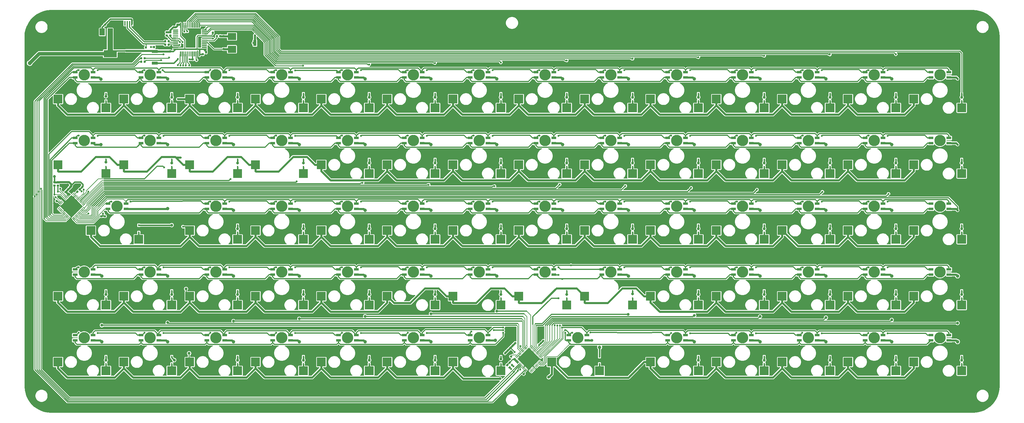
<source format=gbr>
G04 #@! TF.GenerationSoftware,KiCad,Pcbnew,(5.1.5)-3*
G04 #@! TF.CreationDate,2020-01-31T21:09:01-08:00*
G04 #@! TF.ProjectId,PCB,5043422e-6b69-4636-9164-5f7063625858,0.1*
G04 #@! TF.SameCoordinates,Original*
G04 #@! TF.FileFunction,Copper,L1,Top*
G04 #@! TF.FilePolarity,Positive*
%FSLAX46Y46*%
G04 Gerber Fmt 4.6, Leading zero omitted, Abs format (unit mm)*
G04 Created by KiCad (PCBNEW (5.1.5)-3) date 2020-01-31 21:09:01*
%MOMM*%
%LPD*%
G04 APERTURE LIST*
%ADD10R,2.550000X2.500000*%
%ADD11C,0.100000*%
%ADD12C,0.500000*%
%ADD13R,0.450000X0.600000*%
%ADD14R,1.000000X1.900000*%
%ADD15R,1.800000X1.900000*%
%ADD16R,1.650000X1.300000*%
%ADD17R,1.425000X1.550000*%
%ADD18R,0.450000X1.380000*%
%ADD19R,1.500000X2.000000*%
%ADD20R,3.800000X2.000000*%
%ADD21R,0.900000X1.700000*%
%ADD22R,1.700000X0.900000*%
%ADD23C,3.300000*%
%ADD24R,1.400000X0.800000*%
%ADD25R,2.400000X2.000000*%
%ADD26C,0.600000*%
%ADD27C,0.800000*%
%ADD28C,1.000000*%
%ADD29C,1.200000*%
%ADD30C,0.400000*%
%ADD31C,0.250000*%
%ADD32C,0.200000*%
%ADD33C,0.300000*%
%ADD34C,0.600000*%
%ADD35C,1.000000*%
%ADD36C,1.500000*%
G04 APERTURE END LIST*
D10*
X228281199Y-167005351D03*
X242131199Y-169545351D03*
G04 #@! TA.AperFunction,SMDPad,CuDef*
D11*
G36*
X230879381Y-188441321D02*
G01*
X230884235Y-188442041D01*
X230888994Y-188443233D01*
X230893614Y-188444886D01*
X230898050Y-188446984D01*
X230902259Y-188449507D01*
X230906200Y-188452429D01*
X230909835Y-188455725D01*
X230980545Y-188526435D01*
X230983841Y-188530070D01*
X230986763Y-188534011D01*
X230989286Y-188538220D01*
X230991384Y-188542656D01*
X230993037Y-188547276D01*
X230994229Y-188552035D01*
X230994949Y-188556889D01*
X230995190Y-188561790D01*
X230994949Y-188566691D01*
X230994229Y-188571545D01*
X230993037Y-188576304D01*
X230991384Y-188580924D01*
X230989286Y-188585360D01*
X230986763Y-188589569D01*
X230983841Y-188593510D01*
X230980545Y-188597145D01*
X230450215Y-189127475D01*
X230446580Y-189130771D01*
X230442639Y-189133693D01*
X230438430Y-189136216D01*
X230433994Y-189138314D01*
X230429374Y-189139967D01*
X230424615Y-189141159D01*
X230419761Y-189141879D01*
X230414860Y-189142120D01*
X230409959Y-189141879D01*
X230405105Y-189141159D01*
X230400346Y-189139967D01*
X230395726Y-189138314D01*
X230391290Y-189136216D01*
X230387081Y-189133693D01*
X230383140Y-189130771D01*
X230379505Y-189127475D01*
X230308795Y-189056765D01*
X230305499Y-189053130D01*
X230302577Y-189049189D01*
X230300054Y-189044980D01*
X230297956Y-189040544D01*
X230296303Y-189035924D01*
X230295111Y-189031165D01*
X230294391Y-189026311D01*
X230294150Y-189021410D01*
X230294391Y-189016509D01*
X230295111Y-189011655D01*
X230296303Y-189006896D01*
X230297956Y-189002276D01*
X230300054Y-188997840D01*
X230302577Y-188993631D01*
X230305499Y-188989690D01*
X230308795Y-188986055D01*
X230839125Y-188455725D01*
X230842760Y-188452429D01*
X230846701Y-188449507D01*
X230850910Y-188446984D01*
X230855346Y-188444886D01*
X230859966Y-188443233D01*
X230864725Y-188442041D01*
X230869579Y-188441321D01*
X230874480Y-188441080D01*
X230879381Y-188441321D01*
G37*
G04 #@! TD.AperFunction*
G04 #@! TA.AperFunction,SMDPad,CuDef*
G36*
X230596538Y-188158478D02*
G01*
X230601392Y-188159198D01*
X230606151Y-188160390D01*
X230610771Y-188162043D01*
X230615207Y-188164141D01*
X230619416Y-188166664D01*
X230623357Y-188169586D01*
X230626992Y-188172882D01*
X230697702Y-188243592D01*
X230700998Y-188247227D01*
X230703920Y-188251168D01*
X230706443Y-188255377D01*
X230708541Y-188259813D01*
X230710194Y-188264433D01*
X230711386Y-188269192D01*
X230712106Y-188274046D01*
X230712347Y-188278947D01*
X230712106Y-188283848D01*
X230711386Y-188288702D01*
X230710194Y-188293461D01*
X230708541Y-188298081D01*
X230706443Y-188302517D01*
X230703920Y-188306726D01*
X230700998Y-188310667D01*
X230697702Y-188314302D01*
X230167372Y-188844632D01*
X230163737Y-188847928D01*
X230159796Y-188850850D01*
X230155587Y-188853373D01*
X230151151Y-188855471D01*
X230146531Y-188857124D01*
X230141772Y-188858316D01*
X230136918Y-188859036D01*
X230132017Y-188859277D01*
X230127116Y-188859036D01*
X230122262Y-188858316D01*
X230117503Y-188857124D01*
X230112883Y-188855471D01*
X230108447Y-188853373D01*
X230104238Y-188850850D01*
X230100297Y-188847928D01*
X230096662Y-188844632D01*
X230025952Y-188773922D01*
X230022656Y-188770287D01*
X230019734Y-188766346D01*
X230017211Y-188762137D01*
X230015113Y-188757701D01*
X230013460Y-188753081D01*
X230012268Y-188748322D01*
X230011548Y-188743468D01*
X230011307Y-188738567D01*
X230011548Y-188733666D01*
X230012268Y-188728812D01*
X230013460Y-188724053D01*
X230015113Y-188719433D01*
X230017211Y-188714997D01*
X230019734Y-188710788D01*
X230022656Y-188706847D01*
X230025952Y-188703212D01*
X230556282Y-188172882D01*
X230559917Y-188169586D01*
X230563858Y-188166664D01*
X230568067Y-188164141D01*
X230572503Y-188162043D01*
X230577123Y-188160390D01*
X230581882Y-188159198D01*
X230586736Y-188158478D01*
X230591637Y-188158237D01*
X230596538Y-188158478D01*
G37*
G04 #@! TD.AperFunction*
G04 #@! TA.AperFunction,SMDPad,CuDef*
G36*
X230313695Y-187875635D02*
G01*
X230318549Y-187876355D01*
X230323308Y-187877547D01*
X230327928Y-187879200D01*
X230332364Y-187881298D01*
X230336573Y-187883821D01*
X230340514Y-187886743D01*
X230344149Y-187890039D01*
X230414859Y-187960749D01*
X230418155Y-187964384D01*
X230421077Y-187968325D01*
X230423600Y-187972534D01*
X230425698Y-187976970D01*
X230427351Y-187981590D01*
X230428543Y-187986349D01*
X230429263Y-187991203D01*
X230429504Y-187996104D01*
X230429263Y-188001005D01*
X230428543Y-188005859D01*
X230427351Y-188010618D01*
X230425698Y-188015238D01*
X230423600Y-188019674D01*
X230421077Y-188023883D01*
X230418155Y-188027824D01*
X230414859Y-188031459D01*
X229884529Y-188561789D01*
X229880894Y-188565085D01*
X229876953Y-188568007D01*
X229872744Y-188570530D01*
X229868308Y-188572628D01*
X229863688Y-188574281D01*
X229858929Y-188575473D01*
X229854075Y-188576193D01*
X229849174Y-188576434D01*
X229844273Y-188576193D01*
X229839419Y-188575473D01*
X229834660Y-188574281D01*
X229830040Y-188572628D01*
X229825604Y-188570530D01*
X229821395Y-188568007D01*
X229817454Y-188565085D01*
X229813819Y-188561789D01*
X229743109Y-188491079D01*
X229739813Y-188487444D01*
X229736891Y-188483503D01*
X229734368Y-188479294D01*
X229732270Y-188474858D01*
X229730617Y-188470238D01*
X229729425Y-188465479D01*
X229728705Y-188460625D01*
X229728464Y-188455724D01*
X229728705Y-188450823D01*
X229729425Y-188445969D01*
X229730617Y-188441210D01*
X229732270Y-188436590D01*
X229734368Y-188432154D01*
X229736891Y-188427945D01*
X229739813Y-188424004D01*
X229743109Y-188420369D01*
X230273439Y-187890039D01*
X230277074Y-187886743D01*
X230281015Y-187883821D01*
X230285224Y-187881298D01*
X230289660Y-187879200D01*
X230294280Y-187877547D01*
X230299039Y-187876355D01*
X230303893Y-187875635D01*
X230308794Y-187875394D01*
X230313695Y-187875635D01*
G37*
G04 #@! TD.AperFunction*
G04 #@! TA.AperFunction,SMDPad,CuDef*
G36*
X230030853Y-187592793D02*
G01*
X230035707Y-187593513D01*
X230040466Y-187594705D01*
X230045086Y-187596358D01*
X230049522Y-187598456D01*
X230053731Y-187600979D01*
X230057672Y-187603901D01*
X230061307Y-187607197D01*
X230132017Y-187677907D01*
X230135313Y-187681542D01*
X230138235Y-187685483D01*
X230140758Y-187689692D01*
X230142856Y-187694128D01*
X230144509Y-187698748D01*
X230145701Y-187703507D01*
X230146421Y-187708361D01*
X230146662Y-187713262D01*
X230146421Y-187718163D01*
X230145701Y-187723017D01*
X230144509Y-187727776D01*
X230142856Y-187732396D01*
X230140758Y-187736832D01*
X230138235Y-187741041D01*
X230135313Y-187744982D01*
X230132017Y-187748617D01*
X229601687Y-188278947D01*
X229598052Y-188282243D01*
X229594111Y-188285165D01*
X229589902Y-188287688D01*
X229585466Y-188289786D01*
X229580846Y-188291439D01*
X229576087Y-188292631D01*
X229571233Y-188293351D01*
X229566332Y-188293592D01*
X229561431Y-188293351D01*
X229556577Y-188292631D01*
X229551818Y-188291439D01*
X229547198Y-188289786D01*
X229542762Y-188287688D01*
X229538553Y-188285165D01*
X229534612Y-188282243D01*
X229530977Y-188278947D01*
X229460267Y-188208237D01*
X229456971Y-188204602D01*
X229454049Y-188200661D01*
X229451526Y-188196452D01*
X229449428Y-188192016D01*
X229447775Y-188187396D01*
X229446583Y-188182637D01*
X229445863Y-188177783D01*
X229445622Y-188172882D01*
X229445863Y-188167981D01*
X229446583Y-188163127D01*
X229447775Y-188158368D01*
X229449428Y-188153748D01*
X229451526Y-188149312D01*
X229454049Y-188145103D01*
X229456971Y-188141162D01*
X229460267Y-188137527D01*
X229990597Y-187607197D01*
X229994232Y-187603901D01*
X229998173Y-187600979D01*
X230002382Y-187598456D01*
X230006818Y-187596358D01*
X230011438Y-187594705D01*
X230016197Y-187593513D01*
X230021051Y-187592793D01*
X230025952Y-187592552D01*
X230030853Y-187592793D01*
G37*
G04 #@! TD.AperFunction*
G04 #@! TA.AperFunction,SMDPad,CuDef*
G36*
X229748010Y-187309950D02*
G01*
X229752864Y-187310670D01*
X229757623Y-187311862D01*
X229762243Y-187313515D01*
X229766679Y-187315613D01*
X229770888Y-187318136D01*
X229774829Y-187321058D01*
X229778464Y-187324354D01*
X229849174Y-187395064D01*
X229852470Y-187398699D01*
X229855392Y-187402640D01*
X229857915Y-187406849D01*
X229860013Y-187411285D01*
X229861666Y-187415905D01*
X229862858Y-187420664D01*
X229863578Y-187425518D01*
X229863819Y-187430419D01*
X229863578Y-187435320D01*
X229862858Y-187440174D01*
X229861666Y-187444933D01*
X229860013Y-187449553D01*
X229857915Y-187453989D01*
X229855392Y-187458198D01*
X229852470Y-187462139D01*
X229849174Y-187465774D01*
X229318844Y-187996104D01*
X229315209Y-187999400D01*
X229311268Y-188002322D01*
X229307059Y-188004845D01*
X229302623Y-188006943D01*
X229298003Y-188008596D01*
X229293244Y-188009788D01*
X229288390Y-188010508D01*
X229283489Y-188010749D01*
X229278588Y-188010508D01*
X229273734Y-188009788D01*
X229268975Y-188008596D01*
X229264355Y-188006943D01*
X229259919Y-188004845D01*
X229255710Y-188002322D01*
X229251769Y-187999400D01*
X229248134Y-187996104D01*
X229177424Y-187925394D01*
X229174128Y-187921759D01*
X229171206Y-187917818D01*
X229168683Y-187913609D01*
X229166585Y-187909173D01*
X229164932Y-187904553D01*
X229163740Y-187899794D01*
X229163020Y-187894940D01*
X229162779Y-187890039D01*
X229163020Y-187885138D01*
X229163740Y-187880284D01*
X229164932Y-187875525D01*
X229166585Y-187870905D01*
X229168683Y-187866469D01*
X229171206Y-187862260D01*
X229174128Y-187858319D01*
X229177424Y-187854684D01*
X229707754Y-187324354D01*
X229711389Y-187321058D01*
X229715330Y-187318136D01*
X229719539Y-187315613D01*
X229723975Y-187313515D01*
X229728595Y-187311862D01*
X229733354Y-187310670D01*
X229738208Y-187309950D01*
X229743109Y-187309709D01*
X229748010Y-187309950D01*
G37*
G04 #@! TD.AperFunction*
G04 #@! TA.AperFunction,SMDPad,CuDef*
G36*
X229465167Y-187027107D02*
G01*
X229470021Y-187027827D01*
X229474780Y-187029019D01*
X229479400Y-187030672D01*
X229483836Y-187032770D01*
X229488045Y-187035293D01*
X229491986Y-187038215D01*
X229495621Y-187041511D01*
X229566331Y-187112221D01*
X229569627Y-187115856D01*
X229572549Y-187119797D01*
X229575072Y-187124006D01*
X229577170Y-187128442D01*
X229578823Y-187133062D01*
X229580015Y-187137821D01*
X229580735Y-187142675D01*
X229580976Y-187147576D01*
X229580735Y-187152477D01*
X229580015Y-187157331D01*
X229578823Y-187162090D01*
X229577170Y-187166710D01*
X229575072Y-187171146D01*
X229572549Y-187175355D01*
X229569627Y-187179296D01*
X229566331Y-187182931D01*
X229036001Y-187713261D01*
X229032366Y-187716557D01*
X229028425Y-187719479D01*
X229024216Y-187722002D01*
X229019780Y-187724100D01*
X229015160Y-187725753D01*
X229010401Y-187726945D01*
X229005547Y-187727665D01*
X229000646Y-187727906D01*
X228995745Y-187727665D01*
X228990891Y-187726945D01*
X228986132Y-187725753D01*
X228981512Y-187724100D01*
X228977076Y-187722002D01*
X228972867Y-187719479D01*
X228968926Y-187716557D01*
X228965291Y-187713261D01*
X228894581Y-187642551D01*
X228891285Y-187638916D01*
X228888363Y-187634975D01*
X228885840Y-187630766D01*
X228883742Y-187626330D01*
X228882089Y-187621710D01*
X228880897Y-187616951D01*
X228880177Y-187612097D01*
X228879936Y-187607196D01*
X228880177Y-187602295D01*
X228880897Y-187597441D01*
X228882089Y-187592682D01*
X228883742Y-187588062D01*
X228885840Y-187583626D01*
X228888363Y-187579417D01*
X228891285Y-187575476D01*
X228894581Y-187571841D01*
X229424911Y-187041511D01*
X229428546Y-187038215D01*
X229432487Y-187035293D01*
X229436696Y-187032770D01*
X229441132Y-187030672D01*
X229445752Y-187029019D01*
X229450511Y-187027827D01*
X229455365Y-187027107D01*
X229460266Y-187026866D01*
X229465167Y-187027107D01*
G37*
G04 #@! TD.AperFunction*
G04 #@! TA.AperFunction,SMDPad,CuDef*
G36*
X229182325Y-186744265D02*
G01*
X229187179Y-186744985D01*
X229191938Y-186746177D01*
X229196558Y-186747830D01*
X229200994Y-186749928D01*
X229205203Y-186752451D01*
X229209144Y-186755373D01*
X229212779Y-186758669D01*
X229283489Y-186829379D01*
X229286785Y-186833014D01*
X229289707Y-186836955D01*
X229292230Y-186841164D01*
X229294328Y-186845600D01*
X229295981Y-186850220D01*
X229297173Y-186854979D01*
X229297893Y-186859833D01*
X229298134Y-186864734D01*
X229297893Y-186869635D01*
X229297173Y-186874489D01*
X229295981Y-186879248D01*
X229294328Y-186883868D01*
X229292230Y-186888304D01*
X229289707Y-186892513D01*
X229286785Y-186896454D01*
X229283489Y-186900089D01*
X228753159Y-187430419D01*
X228749524Y-187433715D01*
X228745583Y-187436637D01*
X228741374Y-187439160D01*
X228736938Y-187441258D01*
X228732318Y-187442911D01*
X228727559Y-187444103D01*
X228722705Y-187444823D01*
X228717804Y-187445064D01*
X228712903Y-187444823D01*
X228708049Y-187444103D01*
X228703290Y-187442911D01*
X228698670Y-187441258D01*
X228694234Y-187439160D01*
X228690025Y-187436637D01*
X228686084Y-187433715D01*
X228682449Y-187430419D01*
X228611739Y-187359709D01*
X228608443Y-187356074D01*
X228605521Y-187352133D01*
X228602998Y-187347924D01*
X228600900Y-187343488D01*
X228599247Y-187338868D01*
X228598055Y-187334109D01*
X228597335Y-187329255D01*
X228597094Y-187324354D01*
X228597335Y-187319453D01*
X228598055Y-187314599D01*
X228599247Y-187309840D01*
X228600900Y-187305220D01*
X228602998Y-187300784D01*
X228605521Y-187296575D01*
X228608443Y-187292634D01*
X228611739Y-187288999D01*
X229142069Y-186758669D01*
X229145704Y-186755373D01*
X229149645Y-186752451D01*
X229153854Y-186749928D01*
X229158290Y-186747830D01*
X229162910Y-186746177D01*
X229167669Y-186744985D01*
X229172523Y-186744265D01*
X229177424Y-186744024D01*
X229182325Y-186744265D01*
G37*
G04 #@! TD.AperFunction*
G04 #@! TA.AperFunction,SMDPad,CuDef*
G36*
X228899482Y-186461422D02*
G01*
X228904336Y-186462142D01*
X228909095Y-186463334D01*
X228913715Y-186464987D01*
X228918151Y-186467085D01*
X228922360Y-186469608D01*
X228926301Y-186472530D01*
X228929936Y-186475826D01*
X229000646Y-186546536D01*
X229003942Y-186550171D01*
X229006864Y-186554112D01*
X229009387Y-186558321D01*
X229011485Y-186562757D01*
X229013138Y-186567377D01*
X229014330Y-186572136D01*
X229015050Y-186576990D01*
X229015291Y-186581891D01*
X229015050Y-186586792D01*
X229014330Y-186591646D01*
X229013138Y-186596405D01*
X229011485Y-186601025D01*
X229009387Y-186605461D01*
X229006864Y-186609670D01*
X229003942Y-186613611D01*
X229000646Y-186617246D01*
X228470316Y-187147576D01*
X228466681Y-187150872D01*
X228462740Y-187153794D01*
X228458531Y-187156317D01*
X228454095Y-187158415D01*
X228449475Y-187160068D01*
X228444716Y-187161260D01*
X228439862Y-187161980D01*
X228434961Y-187162221D01*
X228430060Y-187161980D01*
X228425206Y-187161260D01*
X228420447Y-187160068D01*
X228415827Y-187158415D01*
X228411391Y-187156317D01*
X228407182Y-187153794D01*
X228403241Y-187150872D01*
X228399606Y-187147576D01*
X228328896Y-187076866D01*
X228325600Y-187073231D01*
X228322678Y-187069290D01*
X228320155Y-187065081D01*
X228318057Y-187060645D01*
X228316404Y-187056025D01*
X228315212Y-187051266D01*
X228314492Y-187046412D01*
X228314251Y-187041511D01*
X228314492Y-187036610D01*
X228315212Y-187031756D01*
X228316404Y-187026997D01*
X228318057Y-187022377D01*
X228320155Y-187017941D01*
X228322678Y-187013732D01*
X228325600Y-187009791D01*
X228328896Y-187006156D01*
X228859226Y-186475826D01*
X228862861Y-186472530D01*
X228866802Y-186469608D01*
X228871011Y-186467085D01*
X228875447Y-186464987D01*
X228880067Y-186463334D01*
X228884826Y-186462142D01*
X228889680Y-186461422D01*
X228894581Y-186461181D01*
X228899482Y-186461422D01*
G37*
G04 #@! TD.AperFunction*
G04 #@! TA.AperFunction,SMDPad,CuDef*
G36*
X228616639Y-186178579D02*
G01*
X228621493Y-186179299D01*
X228626252Y-186180491D01*
X228630872Y-186182144D01*
X228635308Y-186184242D01*
X228639517Y-186186765D01*
X228643458Y-186189687D01*
X228647093Y-186192983D01*
X228717803Y-186263693D01*
X228721099Y-186267328D01*
X228724021Y-186271269D01*
X228726544Y-186275478D01*
X228728642Y-186279914D01*
X228730295Y-186284534D01*
X228731487Y-186289293D01*
X228732207Y-186294147D01*
X228732448Y-186299048D01*
X228732207Y-186303949D01*
X228731487Y-186308803D01*
X228730295Y-186313562D01*
X228728642Y-186318182D01*
X228726544Y-186322618D01*
X228724021Y-186326827D01*
X228721099Y-186330768D01*
X228717803Y-186334403D01*
X228187473Y-186864733D01*
X228183838Y-186868029D01*
X228179897Y-186870951D01*
X228175688Y-186873474D01*
X228171252Y-186875572D01*
X228166632Y-186877225D01*
X228161873Y-186878417D01*
X228157019Y-186879137D01*
X228152118Y-186879378D01*
X228147217Y-186879137D01*
X228142363Y-186878417D01*
X228137604Y-186877225D01*
X228132984Y-186875572D01*
X228128548Y-186873474D01*
X228124339Y-186870951D01*
X228120398Y-186868029D01*
X228116763Y-186864733D01*
X228046053Y-186794023D01*
X228042757Y-186790388D01*
X228039835Y-186786447D01*
X228037312Y-186782238D01*
X228035214Y-186777802D01*
X228033561Y-186773182D01*
X228032369Y-186768423D01*
X228031649Y-186763569D01*
X228031408Y-186758668D01*
X228031649Y-186753767D01*
X228032369Y-186748913D01*
X228033561Y-186744154D01*
X228035214Y-186739534D01*
X228037312Y-186735098D01*
X228039835Y-186730889D01*
X228042757Y-186726948D01*
X228046053Y-186723313D01*
X228576383Y-186192983D01*
X228580018Y-186189687D01*
X228583959Y-186186765D01*
X228588168Y-186184242D01*
X228592604Y-186182144D01*
X228597224Y-186180491D01*
X228601983Y-186179299D01*
X228606837Y-186178579D01*
X228611738Y-186178338D01*
X228616639Y-186178579D01*
G37*
G04 #@! TD.AperFunction*
G04 #@! TA.AperFunction,SMDPad,CuDef*
G36*
X228333797Y-185895737D02*
G01*
X228338651Y-185896457D01*
X228343410Y-185897649D01*
X228348030Y-185899302D01*
X228352466Y-185901400D01*
X228356675Y-185903923D01*
X228360616Y-185906845D01*
X228364251Y-185910141D01*
X228434961Y-185980851D01*
X228438257Y-185984486D01*
X228441179Y-185988427D01*
X228443702Y-185992636D01*
X228445800Y-185997072D01*
X228447453Y-186001692D01*
X228448645Y-186006451D01*
X228449365Y-186011305D01*
X228449606Y-186016206D01*
X228449365Y-186021107D01*
X228448645Y-186025961D01*
X228447453Y-186030720D01*
X228445800Y-186035340D01*
X228443702Y-186039776D01*
X228441179Y-186043985D01*
X228438257Y-186047926D01*
X228434961Y-186051561D01*
X227904631Y-186581891D01*
X227900996Y-186585187D01*
X227897055Y-186588109D01*
X227892846Y-186590632D01*
X227888410Y-186592730D01*
X227883790Y-186594383D01*
X227879031Y-186595575D01*
X227874177Y-186596295D01*
X227869276Y-186596536D01*
X227864375Y-186596295D01*
X227859521Y-186595575D01*
X227854762Y-186594383D01*
X227850142Y-186592730D01*
X227845706Y-186590632D01*
X227841497Y-186588109D01*
X227837556Y-186585187D01*
X227833921Y-186581891D01*
X227763211Y-186511181D01*
X227759915Y-186507546D01*
X227756993Y-186503605D01*
X227754470Y-186499396D01*
X227752372Y-186494960D01*
X227750719Y-186490340D01*
X227749527Y-186485581D01*
X227748807Y-186480727D01*
X227748566Y-186475826D01*
X227748807Y-186470925D01*
X227749527Y-186466071D01*
X227750719Y-186461312D01*
X227752372Y-186456692D01*
X227754470Y-186452256D01*
X227756993Y-186448047D01*
X227759915Y-186444106D01*
X227763211Y-186440471D01*
X228293541Y-185910141D01*
X228297176Y-185906845D01*
X228301117Y-185903923D01*
X228305326Y-185901400D01*
X228309762Y-185899302D01*
X228314382Y-185897649D01*
X228319141Y-185896457D01*
X228323995Y-185895737D01*
X228328896Y-185895496D01*
X228333797Y-185895737D01*
G37*
G04 #@! TD.AperFunction*
G04 #@! TA.AperFunction,SMDPad,CuDef*
G36*
X228050954Y-185612894D02*
G01*
X228055808Y-185613614D01*
X228060567Y-185614806D01*
X228065187Y-185616459D01*
X228069623Y-185618557D01*
X228073832Y-185621080D01*
X228077773Y-185624002D01*
X228081408Y-185627298D01*
X228152118Y-185698008D01*
X228155414Y-185701643D01*
X228158336Y-185705584D01*
X228160859Y-185709793D01*
X228162957Y-185714229D01*
X228164610Y-185718849D01*
X228165802Y-185723608D01*
X228166522Y-185728462D01*
X228166763Y-185733363D01*
X228166522Y-185738264D01*
X228165802Y-185743118D01*
X228164610Y-185747877D01*
X228162957Y-185752497D01*
X228160859Y-185756933D01*
X228158336Y-185761142D01*
X228155414Y-185765083D01*
X228152118Y-185768718D01*
X227621788Y-186299048D01*
X227618153Y-186302344D01*
X227614212Y-186305266D01*
X227610003Y-186307789D01*
X227605567Y-186309887D01*
X227600947Y-186311540D01*
X227596188Y-186312732D01*
X227591334Y-186313452D01*
X227586433Y-186313693D01*
X227581532Y-186313452D01*
X227576678Y-186312732D01*
X227571919Y-186311540D01*
X227567299Y-186309887D01*
X227562863Y-186307789D01*
X227558654Y-186305266D01*
X227554713Y-186302344D01*
X227551078Y-186299048D01*
X227480368Y-186228338D01*
X227477072Y-186224703D01*
X227474150Y-186220762D01*
X227471627Y-186216553D01*
X227469529Y-186212117D01*
X227467876Y-186207497D01*
X227466684Y-186202738D01*
X227465964Y-186197884D01*
X227465723Y-186192983D01*
X227465964Y-186188082D01*
X227466684Y-186183228D01*
X227467876Y-186178469D01*
X227469529Y-186173849D01*
X227471627Y-186169413D01*
X227474150Y-186165204D01*
X227477072Y-186161263D01*
X227480368Y-186157628D01*
X228010698Y-185627298D01*
X228014333Y-185624002D01*
X228018274Y-185621080D01*
X228022483Y-185618557D01*
X228026919Y-185616459D01*
X228031539Y-185614806D01*
X228036298Y-185613614D01*
X228041152Y-185612894D01*
X228046053Y-185612653D01*
X228050954Y-185612894D01*
G37*
G04 #@! TD.AperFunction*
G04 #@! TA.AperFunction,SMDPad,CuDef*
G36*
X227768111Y-185330051D02*
G01*
X227772965Y-185330771D01*
X227777724Y-185331963D01*
X227782344Y-185333616D01*
X227786780Y-185335714D01*
X227790989Y-185338237D01*
X227794930Y-185341159D01*
X227798565Y-185344455D01*
X227869275Y-185415165D01*
X227872571Y-185418800D01*
X227875493Y-185422741D01*
X227878016Y-185426950D01*
X227880114Y-185431386D01*
X227881767Y-185436006D01*
X227882959Y-185440765D01*
X227883679Y-185445619D01*
X227883920Y-185450520D01*
X227883679Y-185455421D01*
X227882959Y-185460275D01*
X227881767Y-185465034D01*
X227880114Y-185469654D01*
X227878016Y-185474090D01*
X227875493Y-185478299D01*
X227872571Y-185482240D01*
X227869275Y-185485875D01*
X227338945Y-186016205D01*
X227335310Y-186019501D01*
X227331369Y-186022423D01*
X227327160Y-186024946D01*
X227322724Y-186027044D01*
X227318104Y-186028697D01*
X227313345Y-186029889D01*
X227308491Y-186030609D01*
X227303590Y-186030850D01*
X227298689Y-186030609D01*
X227293835Y-186029889D01*
X227289076Y-186028697D01*
X227284456Y-186027044D01*
X227280020Y-186024946D01*
X227275811Y-186022423D01*
X227271870Y-186019501D01*
X227268235Y-186016205D01*
X227197525Y-185945495D01*
X227194229Y-185941860D01*
X227191307Y-185937919D01*
X227188784Y-185933710D01*
X227186686Y-185929274D01*
X227185033Y-185924654D01*
X227183841Y-185919895D01*
X227183121Y-185915041D01*
X227182880Y-185910140D01*
X227183121Y-185905239D01*
X227183841Y-185900385D01*
X227185033Y-185895626D01*
X227186686Y-185891006D01*
X227188784Y-185886570D01*
X227191307Y-185882361D01*
X227194229Y-185878420D01*
X227197525Y-185874785D01*
X227727855Y-185344455D01*
X227731490Y-185341159D01*
X227735431Y-185338237D01*
X227739640Y-185335714D01*
X227744076Y-185333616D01*
X227748696Y-185331963D01*
X227753455Y-185330771D01*
X227758309Y-185330051D01*
X227763210Y-185329810D01*
X227768111Y-185330051D01*
G37*
G04 #@! TD.AperFunction*
G04 #@! TA.AperFunction,SMDPad,CuDef*
G36*
X227308491Y-184269391D02*
G01*
X227313345Y-184270111D01*
X227318104Y-184271303D01*
X227322724Y-184272956D01*
X227327160Y-184275054D01*
X227331369Y-184277577D01*
X227335310Y-184280499D01*
X227338945Y-184283795D01*
X227869275Y-184814125D01*
X227872571Y-184817760D01*
X227875493Y-184821701D01*
X227878016Y-184825910D01*
X227880114Y-184830346D01*
X227881767Y-184834966D01*
X227882959Y-184839725D01*
X227883679Y-184844579D01*
X227883920Y-184849480D01*
X227883679Y-184854381D01*
X227882959Y-184859235D01*
X227881767Y-184863994D01*
X227880114Y-184868614D01*
X227878016Y-184873050D01*
X227875493Y-184877259D01*
X227872571Y-184881200D01*
X227869275Y-184884835D01*
X227798565Y-184955545D01*
X227794930Y-184958841D01*
X227790989Y-184961763D01*
X227786780Y-184964286D01*
X227782344Y-184966384D01*
X227777724Y-184968037D01*
X227772965Y-184969229D01*
X227768111Y-184969949D01*
X227763210Y-184970190D01*
X227758309Y-184969949D01*
X227753455Y-184969229D01*
X227748696Y-184968037D01*
X227744076Y-184966384D01*
X227739640Y-184964286D01*
X227735431Y-184961763D01*
X227731490Y-184958841D01*
X227727855Y-184955545D01*
X227197525Y-184425215D01*
X227194229Y-184421580D01*
X227191307Y-184417639D01*
X227188784Y-184413430D01*
X227186686Y-184408994D01*
X227185033Y-184404374D01*
X227183841Y-184399615D01*
X227183121Y-184394761D01*
X227182880Y-184389860D01*
X227183121Y-184384959D01*
X227183841Y-184380105D01*
X227185033Y-184375346D01*
X227186686Y-184370726D01*
X227188784Y-184366290D01*
X227191307Y-184362081D01*
X227194229Y-184358140D01*
X227197525Y-184354505D01*
X227268235Y-184283795D01*
X227271870Y-184280499D01*
X227275811Y-184277577D01*
X227280020Y-184275054D01*
X227284456Y-184272956D01*
X227289076Y-184271303D01*
X227293835Y-184270111D01*
X227298689Y-184269391D01*
X227303590Y-184269150D01*
X227308491Y-184269391D01*
G37*
G04 #@! TD.AperFunction*
G04 #@! TA.AperFunction,SMDPad,CuDef*
G36*
X227591334Y-183986548D02*
G01*
X227596188Y-183987268D01*
X227600947Y-183988460D01*
X227605567Y-183990113D01*
X227610003Y-183992211D01*
X227614212Y-183994734D01*
X227618153Y-183997656D01*
X227621788Y-184000952D01*
X228152118Y-184531282D01*
X228155414Y-184534917D01*
X228158336Y-184538858D01*
X228160859Y-184543067D01*
X228162957Y-184547503D01*
X228164610Y-184552123D01*
X228165802Y-184556882D01*
X228166522Y-184561736D01*
X228166763Y-184566637D01*
X228166522Y-184571538D01*
X228165802Y-184576392D01*
X228164610Y-184581151D01*
X228162957Y-184585771D01*
X228160859Y-184590207D01*
X228158336Y-184594416D01*
X228155414Y-184598357D01*
X228152118Y-184601992D01*
X228081408Y-184672702D01*
X228077773Y-184675998D01*
X228073832Y-184678920D01*
X228069623Y-184681443D01*
X228065187Y-184683541D01*
X228060567Y-184685194D01*
X228055808Y-184686386D01*
X228050954Y-184687106D01*
X228046053Y-184687347D01*
X228041152Y-184687106D01*
X228036298Y-184686386D01*
X228031539Y-184685194D01*
X228026919Y-184683541D01*
X228022483Y-184681443D01*
X228018274Y-184678920D01*
X228014333Y-184675998D01*
X228010698Y-184672702D01*
X227480368Y-184142372D01*
X227477072Y-184138737D01*
X227474150Y-184134796D01*
X227471627Y-184130587D01*
X227469529Y-184126151D01*
X227467876Y-184121531D01*
X227466684Y-184116772D01*
X227465964Y-184111918D01*
X227465723Y-184107017D01*
X227465964Y-184102116D01*
X227466684Y-184097262D01*
X227467876Y-184092503D01*
X227469529Y-184087883D01*
X227471627Y-184083447D01*
X227474150Y-184079238D01*
X227477072Y-184075297D01*
X227480368Y-184071662D01*
X227551078Y-184000952D01*
X227554713Y-183997656D01*
X227558654Y-183994734D01*
X227562863Y-183992211D01*
X227567299Y-183990113D01*
X227571919Y-183988460D01*
X227576678Y-183987268D01*
X227581532Y-183986548D01*
X227586433Y-183986307D01*
X227591334Y-183986548D01*
G37*
G04 #@! TD.AperFunction*
G04 #@! TA.AperFunction,SMDPad,CuDef*
G36*
X227874177Y-183703705D02*
G01*
X227879031Y-183704425D01*
X227883790Y-183705617D01*
X227888410Y-183707270D01*
X227892846Y-183709368D01*
X227897055Y-183711891D01*
X227900996Y-183714813D01*
X227904631Y-183718109D01*
X228434961Y-184248439D01*
X228438257Y-184252074D01*
X228441179Y-184256015D01*
X228443702Y-184260224D01*
X228445800Y-184264660D01*
X228447453Y-184269280D01*
X228448645Y-184274039D01*
X228449365Y-184278893D01*
X228449606Y-184283794D01*
X228449365Y-184288695D01*
X228448645Y-184293549D01*
X228447453Y-184298308D01*
X228445800Y-184302928D01*
X228443702Y-184307364D01*
X228441179Y-184311573D01*
X228438257Y-184315514D01*
X228434961Y-184319149D01*
X228364251Y-184389859D01*
X228360616Y-184393155D01*
X228356675Y-184396077D01*
X228352466Y-184398600D01*
X228348030Y-184400698D01*
X228343410Y-184402351D01*
X228338651Y-184403543D01*
X228333797Y-184404263D01*
X228328896Y-184404504D01*
X228323995Y-184404263D01*
X228319141Y-184403543D01*
X228314382Y-184402351D01*
X228309762Y-184400698D01*
X228305326Y-184398600D01*
X228301117Y-184396077D01*
X228297176Y-184393155D01*
X228293541Y-184389859D01*
X227763211Y-183859529D01*
X227759915Y-183855894D01*
X227756993Y-183851953D01*
X227754470Y-183847744D01*
X227752372Y-183843308D01*
X227750719Y-183838688D01*
X227749527Y-183833929D01*
X227748807Y-183829075D01*
X227748566Y-183824174D01*
X227748807Y-183819273D01*
X227749527Y-183814419D01*
X227750719Y-183809660D01*
X227752372Y-183805040D01*
X227754470Y-183800604D01*
X227756993Y-183796395D01*
X227759915Y-183792454D01*
X227763211Y-183788819D01*
X227833921Y-183718109D01*
X227837556Y-183714813D01*
X227841497Y-183711891D01*
X227845706Y-183709368D01*
X227850142Y-183707270D01*
X227854762Y-183705617D01*
X227859521Y-183704425D01*
X227864375Y-183703705D01*
X227869276Y-183703464D01*
X227874177Y-183703705D01*
G37*
G04 #@! TD.AperFunction*
G04 #@! TA.AperFunction,SMDPad,CuDef*
G36*
X228157019Y-183420863D02*
G01*
X228161873Y-183421583D01*
X228166632Y-183422775D01*
X228171252Y-183424428D01*
X228175688Y-183426526D01*
X228179897Y-183429049D01*
X228183838Y-183431971D01*
X228187473Y-183435267D01*
X228717803Y-183965597D01*
X228721099Y-183969232D01*
X228724021Y-183973173D01*
X228726544Y-183977382D01*
X228728642Y-183981818D01*
X228730295Y-183986438D01*
X228731487Y-183991197D01*
X228732207Y-183996051D01*
X228732448Y-184000952D01*
X228732207Y-184005853D01*
X228731487Y-184010707D01*
X228730295Y-184015466D01*
X228728642Y-184020086D01*
X228726544Y-184024522D01*
X228724021Y-184028731D01*
X228721099Y-184032672D01*
X228717803Y-184036307D01*
X228647093Y-184107017D01*
X228643458Y-184110313D01*
X228639517Y-184113235D01*
X228635308Y-184115758D01*
X228630872Y-184117856D01*
X228626252Y-184119509D01*
X228621493Y-184120701D01*
X228616639Y-184121421D01*
X228611738Y-184121662D01*
X228606837Y-184121421D01*
X228601983Y-184120701D01*
X228597224Y-184119509D01*
X228592604Y-184117856D01*
X228588168Y-184115758D01*
X228583959Y-184113235D01*
X228580018Y-184110313D01*
X228576383Y-184107017D01*
X228046053Y-183576687D01*
X228042757Y-183573052D01*
X228039835Y-183569111D01*
X228037312Y-183564902D01*
X228035214Y-183560466D01*
X228033561Y-183555846D01*
X228032369Y-183551087D01*
X228031649Y-183546233D01*
X228031408Y-183541332D01*
X228031649Y-183536431D01*
X228032369Y-183531577D01*
X228033561Y-183526818D01*
X228035214Y-183522198D01*
X228037312Y-183517762D01*
X228039835Y-183513553D01*
X228042757Y-183509612D01*
X228046053Y-183505977D01*
X228116763Y-183435267D01*
X228120398Y-183431971D01*
X228124339Y-183429049D01*
X228128548Y-183426526D01*
X228132984Y-183424428D01*
X228137604Y-183422775D01*
X228142363Y-183421583D01*
X228147217Y-183420863D01*
X228152118Y-183420622D01*
X228157019Y-183420863D01*
G37*
G04 #@! TD.AperFunction*
G04 #@! TA.AperFunction,SMDPad,CuDef*
G36*
X228439862Y-183138020D02*
G01*
X228444716Y-183138740D01*
X228449475Y-183139932D01*
X228454095Y-183141585D01*
X228458531Y-183143683D01*
X228462740Y-183146206D01*
X228466681Y-183149128D01*
X228470316Y-183152424D01*
X229000646Y-183682754D01*
X229003942Y-183686389D01*
X229006864Y-183690330D01*
X229009387Y-183694539D01*
X229011485Y-183698975D01*
X229013138Y-183703595D01*
X229014330Y-183708354D01*
X229015050Y-183713208D01*
X229015291Y-183718109D01*
X229015050Y-183723010D01*
X229014330Y-183727864D01*
X229013138Y-183732623D01*
X229011485Y-183737243D01*
X229009387Y-183741679D01*
X229006864Y-183745888D01*
X229003942Y-183749829D01*
X229000646Y-183753464D01*
X228929936Y-183824174D01*
X228926301Y-183827470D01*
X228922360Y-183830392D01*
X228918151Y-183832915D01*
X228913715Y-183835013D01*
X228909095Y-183836666D01*
X228904336Y-183837858D01*
X228899482Y-183838578D01*
X228894581Y-183838819D01*
X228889680Y-183838578D01*
X228884826Y-183837858D01*
X228880067Y-183836666D01*
X228875447Y-183835013D01*
X228871011Y-183832915D01*
X228866802Y-183830392D01*
X228862861Y-183827470D01*
X228859226Y-183824174D01*
X228328896Y-183293844D01*
X228325600Y-183290209D01*
X228322678Y-183286268D01*
X228320155Y-183282059D01*
X228318057Y-183277623D01*
X228316404Y-183273003D01*
X228315212Y-183268244D01*
X228314492Y-183263390D01*
X228314251Y-183258489D01*
X228314492Y-183253588D01*
X228315212Y-183248734D01*
X228316404Y-183243975D01*
X228318057Y-183239355D01*
X228320155Y-183234919D01*
X228322678Y-183230710D01*
X228325600Y-183226769D01*
X228328896Y-183223134D01*
X228399606Y-183152424D01*
X228403241Y-183149128D01*
X228407182Y-183146206D01*
X228411391Y-183143683D01*
X228415827Y-183141585D01*
X228420447Y-183139932D01*
X228425206Y-183138740D01*
X228430060Y-183138020D01*
X228434961Y-183137779D01*
X228439862Y-183138020D01*
G37*
G04 #@! TD.AperFunction*
G04 #@! TA.AperFunction,SMDPad,CuDef*
G36*
X228722705Y-182855177D02*
G01*
X228727559Y-182855897D01*
X228732318Y-182857089D01*
X228736938Y-182858742D01*
X228741374Y-182860840D01*
X228745583Y-182863363D01*
X228749524Y-182866285D01*
X228753159Y-182869581D01*
X229283489Y-183399911D01*
X229286785Y-183403546D01*
X229289707Y-183407487D01*
X229292230Y-183411696D01*
X229294328Y-183416132D01*
X229295981Y-183420752D01*
X229297173Y-183425511D01*
X229297893Y-183430365D01*
X229298134Y-183435266D01*
X229297893Y-183440167D01*
X229297173Y-183445021D01*
X229295981Y-183449780D01*
X229294328Y-183454400D01*
X229292230Y-183458836D01*
X229289707Y-183463045D01*
X229286785Y-183466986D01*
X229283489Y-183470621D01*
X229212779Y-183541331D01*
X229209144Y-183544627D01*
X229205203Y-183547549D01*
X229200994Y-183550072D01*
X229196558Y-183552170D01*
X229191938Y-183553823D01*
X229187179Y-183555015D01*
X229182325Y-183555735D01*
X229177424Y-183555976D01*
X229172523Y-183555735D01*
X229167669Y-183555015D01*
X229162910Y-183553823D01*
X229158290Y-183552170D01*
X229153854Y-183550072D01*
X229149645Y-183547549D01*
X229145704Y-183544627D01*
X229142069Y-183541331D01*
X228611739Y-183011001D01*
X228608443Y-183007366D01*
X228605521Y-183003425D01*
X228602998Y-182999216D01*
X228600900Y-182994780D01*
X228599247Y-182990160D01*
X228598055Y-182985401D01*
X228597335Y-182980547D01*
X228597094Y-182975646D01*
X228597335Y-182970745D01*
X228598055Y-182965891D01*
X228599247Y-182961132D01*
X228600900Y-182956512D01*
X228602998Y-182952076D01*
X228605521Y-182947867D01*
X228608443Y-182943926D01*
X228611739Y-182940291D01*
X228682449Y-182869581D01*
X228686084Y-182866285D01*
X228690025Y-182863363D01*
X228694234Y-182860840D01*
X228698670Y-182858742D01*
X228703290Y-182857089D01*
X228708049Y-182855897D01*
X228712903Y-182855177D01*
X228717804Y-182854936D01*
X228722705Y-182855177D01*
G37*
G04 #@! TD.AperFunction*
G04 #@! TA.AperFunction,SMDPad,CuDef*
G36*
X229005547Y-182572335D02*
G01*
X229010401Y-182573055D01*
X229015160Y-182574247D01*
X229019780Y-182575900D01*
X229024216Y-182577998D01*
X229028425Y-182580521D01*
X229032366Y-182583443D01*
X229036001Y-182586739D01*
X229566331Y-183117069D01*
X229569627Y-183120704D01*
X229572549Y-183124645D01*
X229575072Y-183128854D01*
X229577170Y-183133290D01*
X229578823Y-183137910D01*
X229580015Y-183142669D01*
X229580735Y-183147523D01*
X229580976Y-183152424D01*
X229580735Y-183157325D01*
X229580015Y-183162179D01*
X229578823Y-183166938D01*
X229577170Y-183171558D01*
X229575072Y-183175994D01*
X229572549Y-183180203D01*
X229569627Y-183184144D01*
X229566331Y-183187779D01*
X229495621Y-183258489D01*
X229491986Y-183261785D01*
X229488045Y-183264707D01*
X229483836Y-183267230D01*
X229479400Y-183269328D01*
X229474780Y-183270981D01*
X229470021Y-183272173D01*
X229465167Y-183272893D01*
X229460266Y-183273134D01*
X229455365Y-183272893D01*
X229450511Y-183272173D01*
X229445752Y-183270981D01*
X229441132Y-183269328D01*
X229436696Y-183267230D01*
X229432487Y-183264707D01*
X229428546Y-183261785D01*
X229424911Y-183258489D01*
X228894581Y-182728159D01*
X228891285Y-182724524D01*
X228888363Y-182720583D01*
X228885840Y-182716374D01*
X228883742Y-182711938D01*
X228882089Y-182707318D01*
X228880897Y-182702559D01*
X228880177Y-182697705D01*
X228879936Y-182692804D01*
X228880177Y-182687903D01*
X228880897Y-182683049D01*
X228882089Y-182678290D01*
X228883742Y-182673670D01*
X228885840Y-182669234D01*
X228888363Y-182665025D01*
X228891285Y-182661084D01*
X228894581Y-182657449D01*
X228965291Y-182586739D01*
X228968926Y-182583443D01*
X228972867Y-182580521D01*
X228977076Y-182577998D01*
X228981512Y-182575900D01*
X228986132Y-182574247D01*
X228990891Y-182573055D01*
X228995745Y-182572335D01*
X229000646Y-182572094D01*
X229005547Y-182572335D01*
G37*
G04 #@! TD.AperFunction*
G04 #@! TA.AperFunction,SMDPad,CuDef*
G36*
X229288390Y-182289492D02*
G01*
X229293244Y-182290212D01*
X229298003Y-182291404D01*
X229302623Y-182293057D01*
X229307059Y-182295155D01*
X229311268Y-182297678D01*
X229315209Y-182300600D01*
X229318844Y-182303896D01*
X229849174Y-182834226D01*
X229852470Y-182837861D01*
X229855392Y-182841802D01*
X229857915Y-182846011D01*
X229860013Y-182850447D01*
X229861666Y-182855067D01*
X229862858Y-182859826D01*
X229863578Y-182864680D01*
X229863819Y-182869581D01*
X229863578Y-182874482D01*
X229862858Y-182879336D01*
X229861666Y-182884095D01*
X229860013Y-182888715D01*
X229857915Y-182893151D01*
X229855392Y-182897360D01*
X229852470Y-182901301D01*
X229849174Y-182904936D01*
X229778464Y-182975646D01*
X229774829Y-182978942D01*
X229770888Y-182981864D01*
X229766679Y-182984387D01*
X229762243Y-182986485D01*
X229757623Y-182988138D01*
X229752864Y-182989330D01*
X229748010Y-182990050D01*
X229743109Y-182990291D01*
X229738208Y-182990050D01*
X229733354Y-182989330D01*
X229728595Y-182988138D01*
X229723975Y-182986485D01*
X229719539Y-182984387D01*
X229715330Y-182981864D01*
X229711389Y-182978942D01*
X229707754Y-182975646D01*
X229177424Y-182445316D01*
X229174128Y-182441681D01*
X229171206Y-182437740D01*
X229168683Y-182433531D01*
X229166585Y-182429095D01*
X229164932Y-182424475D01*
X229163740Y-182419716D01*
X229163020Y-182414862D01*
X229162779Y-182409961D01*
X229163020Y-182405060D01*
X229163740Y-182400206D01*
X229164932Y-182395447D01*
X229166585Y-182390827D01*
X229168683Y-182386391D01*
X229171206Y-182382182D01*
X229174128Y-182378241D01*
X229177424Y-182374606D01*
X229248134Y-182303896D01*
X229251769Y-182300600D01*
X229255710Y-182297678D01*
X229259919Y-182295155D01*
X229264355Y-182293057D01*
X229268975Y-182291404D01*
X229273734Y-182290212D01*
X229278588Y-182289492D01*
X229283489Y-182289251D01*
X229288390Y-182289492D01*
G37*
G04 #@! TD.AperFunction*
G04 #@! TA.AperFunction,SMDPad,CuDef*
G36*
X229571233Y-182006649D02*
G01*
X229576087Y-182007369D01*
X229580846Y-182008561D01*
X229585466Y-182010214D01*
X229589902Y-182012312D01*
X229594111Y-182014835D01*
X229598052Y-182017757D01*
X229601687Y-182021053D01*
X230132017Y-182551383D01*
X230135313Y-182555018D01*
X230138235Y-182558959D01*
X230140758Y-182563168D01*
X230142856Y-182567604D01*
X230144509Y-182572224D01*
X230145701Y-182576983D01*
X230146421Y-182581837D01*
X230146662Y-182586738D01*
X230146421Y-182591639D01*
X230145701Y-182596493D01*
X230144509Y-182601252D01*
X230142856Y-182605872D01*
X230140758Y-182610308D01*
X230138235Y-182614517D01*
X230135313Y-182618458D01*
X230132017Y-182622093D01*
X230061307Y-182692803D01*
X230057672Y-182696099D01*
X230053731Y-182699021D01*
X230049522Y-182701544D01*
X230045086Y-182703642D01*
X230040466Y-182705295D01*
X230035707Y-182706487D01*
X230030853Y-182707207D01*
X230025952Y-182707448D01*
X230021051Y-182707207D01*
X230016197Y-182706487D01*
X230011438Y-182705295D01*
X230006818Y-182703642D01*
X230002382Y-182701544D01*
X229998173Y-182699021D01*
X229994232Y-182696099D01*
X229990597Y-182692803D01*
X229460267Y-182162473D01*
X229456971Y-182158838D01*
X229454049Y-182154897D01*
X229451526Y-182150688D01*
X229449428Y-182146252D01*
X229447775Y-182141632D01*
X229446583Y-182136873D01*
X229445863Y-182132019D01*
X229445622Y-182127118D01*
X229445863Y-182122217D01*
X229446583Y-182117363D01*
X229447775Y-182112604D01*
X229449428Y-182107984D01*
X229451526Y-182103548D01*
X229454049Y-182099339D01*
X229456971Y-182095398D01*
X229460267Y-182091763D01*
X229530977Y-182021053D01*
X229534612Y-182017757D01*
X229538553Y-182014835D01*
X229542762Y-182012312D01*
X229547198Y-182010214D01*
X229551818Y-182008561D01*
X229556577Y-182007369D01*
X229561431Y-182006649D01*
X229566332Y-182006408D01*
X229571233Y-182006649D01*
G37*
G04 #@! TD.AperFunction*
G04 #@! TA.AperFunction,SMDPad,CuDef*
G36*
X229854075Y-181723807D02*
G01*
X229858929Y-181724527D01*
X229863688Y-181725719D01*
X229868308Y-181727372D01*
X229872744Y-181729470D01*
X229876953Y-181731993D01*
X229880894Y-181734915D01*
X229884529Y-181738211D01*
X230414859Y-182268541D01*
X230418155Y-182272176D01*
X230421077Y-182276117D01*
X230423600Y-182280326D01*
X230425698Y-182284762D01*
X230427351Y-182289382D01*
X230428543Y-182294141D01*
X230429263Y-182298995D01*
X230429504Y-182303896D01*
X230429263Y-182308797D01*
X230428543Y-182313651D01*
X230427351Y-182318410D01*
X230425698Y-182323030D01*
X230423600Y-182327466D01*
X230421077Y-182331675D01*
X230418155Y-182335616D01*
X230414859Y-182339251D01*
X230344149Y-182409961D01*
X230340514Y-182413257D01*
X230336573Y-182416179D01*
X230332364Y-182418702D01*
X230327928Y-182420800D01*
X230323308Y-182422453D01*
X230318549Y-182423645D01*
X230313695Y-182424365D01*
X230308794Y-182424606D01*
X230303893Y-182424365D01*
X230299039Y-182423645D01*
X230294280Y-182422453D01*
X230289660Y-182420800D01*
X230285224Y-182418702D01*
X230281015Y-182416179D01*
X230277074Y-182413257D01*
X230273439Y-182409961D01*
X229743109Y-181879631D01*
X229739813Y-181875996D01*
X229736891Y-181872055D01*
X229734368Y-181867846D01*
X229732270Y-181863410D01*
X229730617Y-181858790D01*
X229729425Y-181854031D01*
X229728705Y-181849177D01*
X229728464Y-181844276D01*
X229728705Y-181839375D01*
X229729425Y-181834521D01*
X229730617Y-181829762D01*
X229732270Y-181825142D01*
X229734368Y-181820706D01*
X229736891Y-181816497D01*
X229739813Y-181812556D01*
X229743109Y-181808921D01*
X229813819Y-181738211D01*
X229817454Y-181734915D01*
X229821395Y-181731993D01*
X229825604Y-181729470D01*
X229830040Y-181727372D01*
X229834660Y-181725719D01*
X229839419Y-181724527D01*
X229844273Y-181723807D01*
X229849174Y-181723566D01*
X229854075Y-181723807D01*
G37*
G04 #@! TD.AperFunction*
G04 #@! TA.AperFunction,SMDPad,CuDef*
G36*
X230136918Y-181440964D02*
G01*
X230141772Y-181441684D01*
X230146531Y-181442876D01*
X230151151Y-181444529D01*
X230155587Y-181446627D01*
X230159796Y-181449150D01*
X230163737Y-181452072D01*
X230167372Y-181455368D01*
X230697702Y-181985698D01*
X230700998Y-181989333D01*
X230703920Y-181993274D01*
X230706443Y-181997483D01*
X230708541Y-182001919D01*
X230710194Y-182006539D01*
X230711386Y-182011298D01*
X230712106Y-182016152D01*
X230712347Y-182021053D01*
X230712106Y-182025954D01*
X230711386Y-182030808D01*
X230710194Y-182035567D01*
X230708541Y-182040187D01*
X230706443Y-182044623D01*
X230703920Y-182048832D01*
X230700998Y-182052773D01*
X230697702Y-182056408D01*
X230626992Y-182127118D01*
X230623357Y-182130414D01*
X230619416Y-182133336D01*
X230615207Y-182135859D01*
X230610771Y-182137957D01*
X230606151Y-182139610D01*
X230601392Y-182140802D01*
X230596538Y-182141522D01*
X230591637Y-182141763D01*
X230586736Y-182141522D01*
X230581882Y-182140802D01*
X230577123Y-182139610D01*
X230572503Y-182137957D01*
X230568067Y-182135859D01*
X230563858Y-182133336D01*
X230559917Y-182130414D01*
X230556282Y-182127118D01*
X230025952Y-181596788D01*
X230022656Y-181593153D01*
X230019734Y-181589212D01*
X230017211Y-181585003D01*
X230015113Y-181580567D01*
X230013460Y-181575947D01*
X230012268Y-181571188D01*
X230011548Y-181566334D01*
X230011307Y-181561433D01*
X230011548Y-181556532D01*
X230012268Y-181551678D01*
X230013460Y-181546919D01*
X230015113Y-181542299D01*
X230017211Y-181537863D01*
X230019734Y-181533654D01*
X230022656Y-181529713D01*
X230025952Y-181526078D01*
X230096662Y-181455368D01*
X230100297Y-181452072D01*
X230104238Y-181449150D01*
X230108447Y-181446627D01*
X230112883Y-181444529D01*
X230117503Y-181442876D01*
X230122262Y-181441684D01*
X230127116Y-181440964D01*
X230132017Y-181440723D01*
X230136918Y-181440964D01*
G37*
G04 #@! TD.AperFunction*
G04 #@! TA.AperFunction,SMDPad,CuDef*
G36*
X230419761Y-181158121D02*
G01*
X230424615Y-181158841D01*
X230429374Y-181160033D01*
X230433994Y-181161686D01*
X230438430Y-181163784D01*
X230442639Y-181166307D01*
X230446580Y-181169229D01*
X230450215Y-181172525D01*
X230980545Y-181702855D01*
X230983841Y-181706490D01*
X230986763Y-181710431D01*
X230989286Y-181714640D01*
X230991384Y-181719076D01*
X230993037Y-181723696D01*
X230994229Y-181728455D01*
X230994949Y-181733309D01*
X230995190Y-181738210D01*
X230994949Y-181743111D01*
X230994229Y-181747965D01*
X230993037Y-181752724D01*
X230991384Y-181757344D01*
X230989286Y-181761780D01*
X230986763Y-181765989D01*
X230983841Y-181769930D01*
X230980545Y-181773565D01*
X230909835Y-181844275D01*
X230906200Y-181847571D01*
X230902259Y-181850493D01*
X230898050Y-181853016D01*
X230893614Y-181855114D01*
X230888994Y-181856767D01*
X230884235Y-181857959D01*
X230879381Y-181858679D01*
X230874480Y-181858920D01*
X230869579Y-181858679D01*
X230864725Y-181857959D01*
X230859966Y-181856767D01*
X230855346Y-181855114D01*
X230850910Y-181853016D01*
X230846701Y-181850493D01*
X230842760Y-181847571D01*
X230839125Y-181844275D01*
X230308795Y-181313945D01*
X230305499Y-181310310D01*
X230302577Y-181306369D01*
X230300054Y-181302160D01*
X230297956Y-181297724D01*
X230296303Y-181293104D01*
X230295111Y-181288345D01*
X230294391Y-181283491D01*
X230294150Y-181278590D01*
X230294391Y-181273689D01*
X230295111Y-181268835D01*
X230296303Y-181264076D01*
X230297956Y-181259456D01*
X230300054Y-181255020D01*
X230302577Y-181250811D01*
X230305499Y-181246870D01*
X230308795Y-181243235D01*
X230379505Y-181172525D01*
X230383140Y-181169229D01*
X230387081Y-181166307D01*
X230391290Y-181163784D01*
X230395726Y-181161686D01*
X230400346Y-181160033D01*
X230405105Y-181158841D01*
X230409959Y-181158121D01*
X230414860Y-181157880D01*
X230419761Y-181158121D01*
G37*
G04 #@! TD.AperFunction*
G04 #@! TA.AperFunction,SMDPad,CuDef*
G36*
X231940041Y-181158121D02*
G01*
X231944895Y-181158841D01*
X231949654Y-181160033D01*
X231954274Y-181161686D01*
X231958710Y-181163784D01*
X231962919Y-181166307D01*
X231966860Y-181169229D01*
X231970495Y-181172525D01*
X232041205Y-181243235D01*
X232044501Y-181246870D01*
X232047423Y-181250811D01*
X232049946Y-181255020D01*
X232052044Y-181259456D01*
X232053697Y-181264076D01*
X232054889Y-181268835D01*
X232055609Y-181273689D01*
X232055850Y-181278590D01*
X232055609Y-181283491D01*
X232054889Y-181288345D01*
X232053697Y-181293104D01*
X232052044Y-181297724D01*
X232049946Y-181302160D01*
X232047423Y-181306369D01*
X232044501Y-181310310D01*
X232041205Y-181313945D01*
X231510875Y-181844275D01*
X231507240Y-181847571D01*
X231503299Y-181850493D01*
X231499090Y-181853016D01*
X231494654Y-181855114D01*
X231490034Y-181856767D01*
X231485275Y-181857959D01*
X231480421Y-181858679D01*
X231475520Y-181858920D01*
X231470619Y-181858679D01*
X231465765Y-181857959D01*
X231461006Y-181856767D01*
X231456386Y-181855114D01*
X231451950Y-181853016D01*
X231447741Y-181850493D01*
X231443800Y-181847571D01*
X231440165Y-181844275D01*
X231369455Y-181773565D01*
X231366159Y-181769930D01*
X231363237Y-181765989D01*
X231360714Y-181761780D01*
X231358616Y-181757344D01*
X231356963Y-181752724D01*
X231355771Y-181747965D01*
X231355051Y-181743111D01*
X231354810Y-181738210D01*
X231355051Y-181733309D01*
X231355771Y-181728455D01*
X231356963Y-181723696D01*
X231358616Y-181719076D01*
X231360714Y-181714640D01*
X231363237Y-181710431D01*
X231366159Y-181706490D01*
X231369455Y-181702855D01*
X231899785Y-181172525D01*
X231903420Y-181169229D01*
X231907361Y-181166307D01*
X231911570Y-181163784D01*
X231916006Y-181161686D01*
X231920626Y-181160033D01*
X231925385Y-181158841D01*
X231930239Y-181158121D01*
X231935140Y-181157880D01*
X231940041Y-181158121D01*
G37*
G04 #@! TD.AperFunction*
G04 #@! TA.AperFunction,SMDPad,CuDef*
G36*
X232222884Y-181440964D02*
G01*
X232227738Y-181441684D01*
X232232497Y-181442876D01*
X232237117Y-181444529D01*
X232241553Y-181446627D01*
X232245762Y-181449150D01*
X232249703Y-181452072D01*
X232253338Y-181455368D01*
X232324048Y-181526078D01*
X232327344Y-181529713D01*
X232330266Y-181533654D01*
X232332789Y-181537863D01*
X232334887Y-181542299D01*
X232336540Y-181546919D01*
X232337732Y-181551678D01*
X232338452Y-181556532D01*
X232338693Y-181561433D01*
X232338452Y-181566334D01*
X232337732Y-181571188D01*
X232336540Y-181575947D01*
X232334887Y-181580567D01*
X232332789Y-181585003D01*
X232330266Y-181589212D01*
X232327344Y-181593153D01*
X232324048Y-181596788D01*
X231793718Y-182127118D01*
X231790083Y-182130414D01*
X231786142Y-182133336D01*
X231781933Y-182135859D01*
X231777497Y-182137957D01*
X231772877Y-182139610D01*
X231768118Y-182140802D01*
X231763264Y-182141522D01*
X231758363Y-182141763D01*
X231753462Y-182141522D01*
X231748608Y-182140802D01*
X231743849Y-182139610D01*
X231739229Y-182137957D01*
X231734793Y-182135859D01*
X231730584Y-182133336D01*
X231726643Y-182130414D01*
X231723008Y-182127118D01*
X231652298Y-182056408D01*
X231649002Y-182052773D01*
X231646080Y-182048832D01*
X231643557Y-182044623D01*
X231641459Y-182040187D01*
X231639806Y-182035567D01*
X231638614Y-182030808D01*
X231637894Y-182025954D01*
X231637653Y-182021053D01*
X231637894Y-182016152D01*
X231638614Y-182011298D01*
X231639806Y-182006539D01*
X231641459Y-182001919D01*
X231643557Y-181997483D01*
X231646080Y-181993274D01*
X231649002Y-181989333D01*
X231652298Y-181985698D01*
X232182628Y-181455368D01*
X232186263Y-181452072D01*
X232190204Y-181449150D01*
X232194413Y-181446627D01*
X232198849Y-181444529D01*
X232203469Y-181442876D01*
X232208228Y-181441684D01*
X232213082Y-181440964D01*
X232217983Y-181440723D01*
X232222884Y-181440964D01*
G37*
G04 #@! TD.AperFunction*
G04 #@! TA.AperFunction,SMDPad,CuDef*
G36*
X232505727Y-181723807D02*
G01*
X232510581Y-181724527D01*
X232515340Y-181725719D01*
X232519960Y-181727372D01*
X232524396Y-181729470D01*
X232528605Y-181731993D01*
X232532546Y-181734915D01*
X232536181Y-181738211D01*
X232606891Y-181808921D01*
X232610187Y-181812556D01*
X232613109Y-181816497D01*
X232615632Y-181820706D01*
X232617730Y-181825142D01*
X232619383Y-181829762D01*
X232620575Y-181834521D01*
X232621295Y-181839375D01*
X232621536Y-181844276D01*
X232621295Y-181849177D01*
X232620575Y-181854031D01*
X232619383Y-181858790D01*
X232617730Y-181863410D01*
X232615632Y-181867846D01*
X232613109Y-181872055D01*
X232610187Y-181875996D01*
X232606891Y-181879631D01*
X232076561Y-182409961D01*
X232072926Y-182413257D01*
X232068985Y-182416179D01*
X232064776Y-182418702D01*
X232060340Y-182420800D01*
X232055720Y-182422453D01*
X232050961Y-182423645D01*
X232046107Y-182424365D01*
X232041206Y-182424606D01*
X232036305Y-182424365D01*
X232031451Y-182423645D01*
X232026692Y-182422453D01*
X232022072Y-182420800D01*
X232017636Y-182418702D01*
X232013427Y-182416179D01*
X232009486Y-182413257D01*
X232005851Y-182409961D01*
X231935141Y-182339251D01*
X231931845Y-182335616D01*
X231928923Y-182331675D01*
X231926400Y-182327466D01*
X231924302Y-182323030D01*
X231922649Y-182318410D01*
X231921457Y-182313651D01*
X231920737Y-182308797D01*
X231920496Y-182303896D01*
X231920737Y-182298995D01*
X231921457Y-182294141D01*
X231922649Y-182289382D01*
X231924302Y-182284762D01*
X231926400Y-182280326D01*
X231928923Y-182276117D01*
X231931845Y-182272176D01*
X231935141Y-182268541D01*
X232465471Y-181738211D01*
X232469106Y-181734915D01*
X232473047Y-181731993D01*
X232477256Y-181729470D01*
X232481692Y-181727372D01*
X232486312Y-181725719D01*
X232491071Y-181724527D01*
X232495925Y-181723807D01*
X232500826Y-181723566D01*
X232505727Y-181723807D01*
G37*
G04 #@! TD.AperFunction*
G04 #@! TA.AperFunction,SMDPad,CuDef*
G36*
X232788569Y-182006649D02*
G01*
X232793423Y-182007369D01*
X232798182Y-182008561D01*
X232802802Y-182010214D01*
X232807238Y-182012312D01*
X232811447Y-182014835D01*
X232815388Y-182017757D01*
X232819023Y-182021053D01*
X232889733Y-182091763D01*
X232893029Y-182095398D01*
X232895951Y-182099339D01*
X232898474Y-182103548D01*
X232900572Y-182107984D01*
X232902225Y-182112604D01*
X232903417Y-182117363D01*
X232904137Y-182122217D01*
X232904378Y-182127118D01*
X232904137Y-182132019D01*
X232903417Y-182136873D01*
X232902225Y-182141632D01*
X232900572Y-182146252D01*
X232898474Y-182150688D01*
X232895951Y-182154897D01*
X232893029Y-182158838D01*
X232889733Y-182162473D01*
X232359403Y-182692803D01*
X232355768Y-182696099D01*
X232351827Y-182699021D01*
X232347618Y-182701544D01*
X232343182Y-182703642D01*
X232338562Y-182705295D01*
X232333803Y-182706487D01*
X232328949Y-182707207D01*
X232324048Y-182707448D01*
X232319147Y-182707207D01*
X232314293Y-182706487D01*
X232309534Y-182705295D01*
X232304914Y-182703642D01*
X232300478Y-182701544D01*
X232296269Y-182699021D01*
X232292328Y-182696099D01*
X232288693Y-182692803D01*
X232217983Y-182622093D01*
X232214687Y-182618458D01*
X232211765Y-182614517D01*
X232209242Y-182610308D01*
X232207144Y-182605872D01*
X232205491Y-182601252D01*
X232204299Y-182596493D01*
X232203579Y-182591639D01*
X232203338Y-182586738D01*
X232203579Y-182581837D01*
X232204299Y-182576983D01*
X232205491Y-182572224D01*
X232207144Y-182567604D01*
X232209242Y-182563168D01*
X232211765Y-182558959D01*
X232214687Y-182555018D01*
X232217983Y-182551383D01*
X232748313Y-182021053D01*
X232751948Y-182017757D01*
X232755889Y-182014835D01*
X232760098Y-182012312D01*
X232764534Y-182010214D01*
X232769154Y-182008561D01*
X232773913Y-182007369D01*
X232778767Y-182006649D01*
X232783668Y-182006408D01*
X232788569Y-182006649D01*
G37*
G04 #@! TD.AperFunction*
G04 #@! TA.AperFunction,SMDPad,CuDef*
G36*
X233071412Y-182289492D02*
G01*
X233076266Y-182290212D01*
X233081025Y-182291404D01*
X233085645Y-182293057D01*
X233090081Y-182295155D01*
X233094290Y-182297678D01*
X233098231Y-182300600D01*
X233101866Y-182303896D01*
X233172576Y-182374606D01*
X233175872Y-182378241D01*
X233178794Y-182382182D01*
X233181317Y-182386391D01*
X233183415Y-182390827D01*
X233185068Y-182395447D01*
X233186260Y-182400206D01*
X233186980Y-182405060D01*
X233187221Y-182409961D01*
X233186980Y-182414862D01*
X233186260Y-182419716D01*
X233185068Y-182424475D01*
X233183415Y-182429095D01*
X233181317Y-182433531D01*
X233178794Y-182437740D01*
X233175872Y-182441681D01*
X233172576Y-182445316D01*
X232642246Y-182975646D01*
X232638611Y-182978942D01*
X232634670Y-182981864D01*
X232630461Y-182984387D01*
X232626025Y-182986485D01*
X232621405Y-182988138D01*
X232616646Y-182989330D01*
X232611792Y-182990050D01*
X232606891Y-182990291D01*
X232601990Y-182990050D01*
X232597136Y-182989330D01*
X232592377Y-182988138D01*
X232587757Y-182986485D01*
X232583321Y-182984387D01*
X232579112Y-182981864D01*
X232575171Y-182978942D01*
X232571536Y-182975646D01*
X232500826Y-182904936D01*
X232497530Y-182901301D01*
X232494608Y-182897360D01*
X232492085Y-182893151D01*
X232489987Y-182888715D01*
X232488334Y-182884095D01*
X232487142Y-182879336D01*
X232486422Y-182874482D01*
X232486181Y-182869581D01*
X232486422Y-182864680D01*
X232487142Y-182859826D01*
X232488334Y-182855067D01*
X232489987Y-182850447D01*
X232492085Y-182846011D01*
X232494608Y-182841802D01*
X232497530Y-182837861D01*
X232500826Y-182834226D01*
X233031156Y-182303896D01*
X233034791Y-182300600D01*
X233038732Y-182297678D01*
X233042941Y-182295155D01*
X233047377Y-182293057D01*
X233051997Y-182291404D01*
X233056756Y-182290212D01*
X233061610Y-182289492D01*
X233066511Y-182289251D01*
X233071412Y-182289492D01*
G37*
G04 #@! TD.AperFunction*
G04 #@! TA.AperFunction,SMDPad,CuDef*
G36*
X233354255Y-182572335D02*
G01*
X233359109Y-182573055D01*
X233363868Y-182574247D01*
X233368488Y-182575900D01*
X233372924Y-182577998D01*
X233377133Y-182580521D01*
X233381074Y-182583443D01*
X233384709Y-182586739D01*
X233455419Y-182657449D01*
X233458715Y-182661084D01*
X233461637Y-182665025D01*
X233464160Y-182669234D01*
X233466258Y-182673670D01*
X233467911Y-182678290D01*
X233469103Y-182683049D01*
X233469823Y-182687903D01*
X233470064Y-182692804D01*
X233469823Y-182697705D01*
X233469103Y-182702559D01*
X233467911Y-182707318D01*
X233466258Y-182711938D01*
X233464160Y-182716374D01*
X233461637Y-182720583D01*
X233458715Y-182724524D01*
X233455419Y-182728159D01*
X232925089Y-183258489D01*
X232921454Y-183261785D01*
X232917513Y-183264707D01*
X232913304Y-183267230D01*
X232908868Y-183269328D01*
X232904248Y-183270981D01*
X232899489Y-183272173D01*
X232894635Y-183272893D01*
X232889734Y-183273134D01*
X232884833Y-183272893D01*
X232879979Y-183272173D01*
X232875220Y-183270981D01*
X232870600Y-183269328D01*
X232866164Y-183267230D01*
X232861955Y-183264707D01*
X232858014Y-183261785D01*
X232854379Y-183258489D01*
X232783669Y-183187779D01*
X232780373Y-183184144D01*
X232777451Y-183180203D01*
X232774928Y-183175994D01*
X232772830Y-183171558D01*
X232771177Y-183166938D01*
X232769985Y-183162179D01*
X232769265Y-183157325D01*
X232769024Y-183152424D01*
X232769265Y-183147523D01*
X232769985Y-183142669D01*
X232771177Y-183137910D01*
X232772830Y-183133290D01*
X232774928Y-183128854D01*
X232777451Y-183124645D01*
X232780373Y-183120704D01*
X232783669Y-183117069D01*
X233313999Y-182586739D01*
X233317634Y-182583443D01*
X233321575Y-182580521D01*
X233325784Y-182577998D01*
X233330220Y-182575900D01*
X233334840Y-182574247D01*
X233339599Y-182573055D01*
X233344453Y-182572335D01*
X233349354Y-182572094D01*
X233354255Y-182572335D01*
G37*
G04 #@! TD.AperFunction*
G04 #@! TA.AperFunction,SMDPad,CuDef*
G36*
X233637097Y-182855177D02*
G01*
X233641951Y-182855897D01*
X233646710Y-182857089D01*
X233651330Y-182858742D01*
X233655766Y-182860840D01*
X233659975Y-182863363D01*
X233663916Y-182866285D01*
X233667551Y-182869581D01*
X233738261Y-182940291D01*
X233741557Y-182943926D01*
X233744479Y-182947867D01*
X233747002Y-182952076D01*
X233749100Y-182956512D01*
X233750753Y-182961132D01*
X233751945Y-182965891D01*
X233752665Y-182970745D01*
X233752906Y-182975646D01*
X233752665Y-182980547D01*
X233751945Y-182985401D01*
X233750753Y-182990160D01*
X233749100Y-182994780D01*
X233747002Y-182999216D01*
X233744479Y-183003425D01*
X233741557Y-183007366D01*
X233738261Y-183011001D01*
X233207931Y-183541331D01*
X233204296Y-183544627D01*
X233200355Y-183547549D01*
X233196146Y-183550072D01*
X233191710Y-183552170D01*
X233187090Y-183553823D01*
X233182331Y-183555015D01*
X233177477Y-183555735D01*
X233172576Y-183555976D01*
X233167675Y-183555735D01*
X233162821Y-183555015D01*
X233158062Y-183553823D01*
X233153442Y-183552170D01*
X233149006Y-183550072D01*
X233144797Y-183547549D01*
X233140856Y-183544627D01*
X233137221Y-183541331D01*
X233066511Y-183470621D01*
X233063215Y-183466986D01*
X233060293Y-183463045D01*
X233057770Y-183458836D01*
X233055672Y-183454400D01*
X233054019Y-183449780D01*
X233052827Y-183445021D01*
X233052107Y-183440167D01*
X233051866Y-183435266D01*
X233052107Y-183430365D01*
X233052827Y-183425511D01*
X233054019Y-183420752D01*
X233055672Y-183416132D01*
X233057770Y-183411696D01*
X233060293Y-183407487D01*
X233063215Y-183403546D01*
X233066511Y-183399911D01*
X233596841Y-182869581D01*
X233600476Y-182866285D01*
X233604417Y-182863363D01*
X233608626Y-182860840D01*
X233613062Y-182858742D01*
X233617682Y-182857089D01*
X233622441Y-182855897D01*
X233627295Y-182855177D01*
X233632196Y-182854936D01*
X233637097Y-182855177D01*
G37*
G04 #@! TD.AperFunction*
G04 #@! TA.AperFunction,SMDPad,CuDef*
G36*
X233919940Y-183138020D02*
G01*
X233924794Y-183138740D01*
X233929553Y-183139932D01*
X233934173Y-183141585D01*
X233938609Y-183143683D01*
X233942818Y-183146206D01*
X233946759Y-183149128D01*
X233950394Y-183152424D01*
X234021104Y-183223134D01*
X234024400Y-183226769D01*
X234027322Y-183230710D01*
X234029845Y-183234919D01*
X234031943Y-183239355D01*
X234033596Y-183243975D01*
X234034788Y-183248734D01*
X234035508Y-183253588D01*
X234035749Y-183258489D01*
X234035508Y-183263390D01*
X234034788Y-183268244D01*
X234033596Y-183273003D01*
X234031943Y-183277623D01*
X234029845Y-183282059D01*
X234027322Y-183286268D01*
X234024400Y-183290209D01*
X234021104Y-183293844D01*
X233490774Y-183824174D01*
X233487139Y-183827470D01*
X233483198Y-183830392D01*
X233478989Y-183832915D01*
X233474553Y-183835013D01*
X233469933Y-183836666D01*
X233465174Y-183837858D01*
X233460320Y-183838578D01*
X233455419Y-183838819D01*
X233450518Y-183838578D01*
X233445664Y-183837858D01*
X233440905Y-183836666D01*
X233436285Y-183835013D01*
X233431849Y-183832915D01*
X233427640Y-183830392D01*
X233423699Y-183827470D01*
X233420064Y-183824174D01*
X233349354Y-183753464D01*
X233346058Y-183749829D01*
X233343136Y-183745888D01*
X233340613Y-183741679D01*
X233338515Y-183737243D01*
X233336862Y-183732623D01*
X233335670Y-183727864D01*
X233334950Y-183723010D01*
X233334709Y-183718109D01*
X233334950Y-183713208D01*
X233335670Y-183708354D01*
X233336862Y-183703595D01*
X233338515Y-183698975D01*
X233340613Y-183694539D01*
X233343136Y-183690330D01*
X233346058Y-183686389D01*
X233349354Y-183682754D01*
X233879684Y-183152424D01*
X233883319Y-183149128D01*
X233887260Y-183146206D01*
X233891469Y-183143683D01*
X233895905Y-183141585D01*
X233900525Y-183139932D01*
X233905284Y-183138740D01*
X233910138Y-183138020D01*
X233915039Y-183137779D01*
X233919940Y-183138020D01*
G37*
G04 #@! TD.AperFunction*
G04 #@! TA.AperFunction,SMDPad,CuDef*
G36*
X234202783Y-183420863D02*
G01*
X234207637Y-183421583D01*
X234212396Y-183422775D01*
X234217016Y-183424428D01*
X234221452Y-183426526D01*
X234225661Y-183429049D01*
X234229602Y-183431971D01*
X234233237Y-183435267D01*
X234303947Y-183505977D01*
X234307243Y-183509612D01*
X234310165Y-183513553D01*
X234312688Y-183517762D01*
X234314786Y-183522198D01*
X234316439Y-183526818D01*
X234317631Y-183531577D01*
X234318351Y-183536431D01*
X234318592Y-183541332D01*
X234318351Y-183546233D01*
X234317631Y-183551087D01*
X234316439Y-183555846D01*
X234314786Y-183560466D01*
X234312688Y-183564902D01*
X234310165Y-183569111D01*
X234307243Y-183573052D01*
X234303947Y-183576687D01*
X233773617Y-184107017D01*
X233769982Y-184110313D01*
X233766041Y-184113235D01*
X233761832Y-184115758D01*
X233757396Y-184117856D01*
X233752776Y-184119509D01*
X233748017Y-184120701D01*
X233743163Y-184121421D01*
X233738262Y-184121662D01*
X233733361Y-184121421D01*
X233728507Y-184120701D01*
X233723748Y-184119509D01*
X233719128Y-184117856D01*
X233714692Y-184115758D01*
X233710483Y-184113235D01*
X233706542Y-184110313D01*
X233702907Y-184107017D01*
X233632197Y-184036307D01*
X233628901Y-184032672D01*
X233625979Y-184028731D01*
X233623456Y-184024522D01*
X233621358Y-184020086D01*
X233619705Y-184015466D01*
X233618513Y-184010707D01*
X233617793Y-184005853D01*
X233617552Y-184000952D01*
X233617793Y-183996051D01*
X233618513Y-183991197D01*
X233619705Y-183986438D01*
X233621358Y-183981818D01*
X233623456Y-183977382D01*
X233625979Y-183973173D01*
X233628901Y-183969232D01*
X233632197Y-183965597D01*
X234162527Y-183435267D01*
X234166162Y-183431971D01*
X234170103Y-183429049D01*
X234174312Y-183426526D01*
X234178748Y-183424428D01*
X234183368Y-183422775D01*
X234188127Y-183421583D01*
X234192981Y-183420863D01*
X234197882Y-183420622D01*
X234202783Y-183420863D01*
G37*
G04 #@! TD.AperFunction*
G04 #@! TA.AperFunction,SMDPad,CuDef*
G36*
X234485625Y-183703705D02*
G01*
X234490479Y-183704425D01*
X234495238Y-183705617D01*
X234499858Y-183707270D01*
X234504294Y-183709368D01*
X234508503Y-183711891D01*
X234512444Y-183714813D01*
X234516079Y-183718109D01*
X234586789Y-183788819D01*
X234590085Y-183792454D01*
X234593007Y-183796395D01*
X234595530Y-183800604D01*
X234597628Y-183805040D01*
X234599281Y-183809660D01*
X234600473Y-183814419D01*
X234601193Y-183819273D01*
X234601434Y-183824174D01*
X234601193Y-183829075D01*
X234600473Y-183833929D01*
X234599281Y-183838688D01*
X234597628Y-183843308D01*
X234595530Y-183847744D01*
X234593007Y-183851953D01*
X234590085Y-183855894D01*
X234586789Y-183859529D01*
X234056459Y-184389859D01*
X234052824Y-184393155D01*
X234048883Y-184396077D01*
X234044674Y-184398600D01*
X234040238Y-184400698D01*
X234035618Y-184402351D01*
X234030859Y-184403543D01*
X234026005Y-184404263D01*
X234021104Y-184404504D01*
X234016203Y-184404263D01*
X234011349Y-184403543D01*
X234006590Y-184402351D01*
X234001970Y-184400698D01*
X233997534Y-184398600D01*
X233993325Y-184396077D01*
X233989384Y-184393155D01*
X233985749Y-184389859D01*
X233915039Y-184319149D01*
X233911743Y-184315514D01*
X233908821Y-184311573D01*
X233906298Y-184307364D01*
X233904200Y-184302928D01*
X233902547Y-184298308D01*
X233901355Y-184293549D01*
X233900635Y-184288695D01*
X233900394Y-184283794D01*
X233900635Y-184278893D01*
X233901355Y-184274039D01*
X233902547Y-184269280D01*
X233904200Y-184264660D01*
X233906298Y-184260224D01*
X233908821Y-184256015D01*
X233911743Y-184252074D01*
X233915039Y-184248439D01*
X234445369Y-183718109D01*
X234449004Y-183714813D01*
X234452945Y-183711891D01*
X234457154Y-183709368D01*
X234461590Y-183707270D01*
X234466210Y-183705617D01*
X234470969Y-183704425D01*
X234475823Y-183703705D01*
X234480724Y-183703464D01*
X234485625Y-183703705D01*
G37*
G04 #@! TD.AperFunction*
G04 #@! TA.AperFunction,SMDPad,CuDef*
G36*
X234768468Y-183986548D02*
G01*
X234773322Y-183987268D01*
X234778081Y-183988460D01*
X234782701Y-183990113D01*
X234787137Y-183992211D01*
X234791346Y-183994734D01*
X234795287Y-183997656D01*
X234798922Y-184000952D01*
X234869632Y-184071662D01*
X234872928Y-184075297D01*
X234875850Y-184079238D01*
X234878373Y-184083447D01*
X234880471Y-184087883D01*
X234882124Y-184092503D01*
X234883316Y-184097262D01*
X234884036Y-184102116D01*
X234884277Y-184107017D01*
X234884036Y-184111918D01*
X234883316Y-184116772D01*
X234882124Y-184121531D01*
X234880471Y-184126151D01*
X234878373Y-184130587D01*
X234875850Y-184134796D01*
X234872928Y-184138737D01*
X234869632Y-184142372D01*
X234339302Y-184672702D01*
X234335667Y-184675998D01*
X234331726Y-184678920D01*
X234327517Y-184681443D01*
X234323081Y-184683541D01*
X234318461Y-184685194D01*
X234313702Y-184686386D01*
X234308848Y-184687106D01*
X234303947Y-184687347D01*
X234299046Y-184687106D01*
X234294192Y-184686386D01*
X234289433Y-184685194D01*
X234284813Y-184683541D01*
X234280377Y-184681443D01*
X234276168Y-184678920D01*
X234272227Y-184675998D01*
X234268592Y-184672702D01*
X234197882Y-184601992D01*
X234194586Y-184598357D01*
X234191664Y-184594416D01*
X234189141Y-184590207D01*
X234187043Y-184585771D01*
X234185390Y-184581151D01*
X234184198Y-184576392D01*
X234183478Y-184571538D01*
X234183237Y-184566637D01*
X234183478Y-184561736D01*
X234184198Y-184556882D01*
X234185390Y-184552123D01*
X234187043Y-184547503D01*
X234189141Y-184543067D01*
X234191664Y-184538858D01*
X234194586Y-184534917D01*
X234197882Y-184531282D01*
X234728212Y-184000952D01*
X234731847Y-183997656D01*
X234735788Y-183994734D01*
X234739997Y-183992211D01*
X234744433Y-183990113D01*
X234749053Y-183988460D01*
X234753812Y-183987268D01*
X234758666Y-183986548D01*
X234763567Y-183986307D01*
X234768468Y-183986548D01*
G37*
G04 #@! TD.AperFunction*
G04 #@! TA.AperFunction,SMDPad,CuDef*
G36*
X235051311Y-184269391D02*
G01*
X235056165Y-184270111D01*
X235060924Y-184271303D01*
X235065544Y-184272956D01*
X235069980Y-184275054D01*
X235074189Y-184277577D01*
X235078130Y-184280499D01*
X235081765Y-184283795D01*
X235152475Y-184354505D01*
X235155771Y-184358140D01*
X235158693Y-184362081D01*
X235161216Y-184366290D01*
X235163314Y-184370726D01*
X235164967Y-184375346D01*
X235166159Y-184380105D01*
X235166879Y-184384959D01*
X235167120Y-184389860D01*
X235166879Y-184394761D01*
X235166159Y-184399615D01*
X235164967Y-184404374D01*
X235163314Y-184408994D01*
X235161216Y-184413430D01*
X235158693Y-184417639D01*
X235155771Y-184421580D01*
X235152475Y-184425215D01*
X234622145Y-184955545D01*
X234618510Y-184958841D01*
X234614569Y-184961763D01*
X234610360Y-184964286D01*
X234605924Y-184966384D01*
X234601304Y-184968037D01*
X234596545Y-184969229D01*
X234591691Y-184969949D01*
X234586790Y-184970190D01*
X234581889Y-184969949D01*
X234577035Y-184969229D01*
X234572276Y-184968037D01*
X234567656Y-184966384D01*
X234563220Y-184964286D01*
X234559011Y-184961763D01*
X234555070Y-184958841D01*
X234551435Y-184955545D01*
X234480725Y-184884835D01*
X234477429Y-184881200D01*
X234474507Y-184877259D01*
X234471984Y-184873050D01*
X234469886Y-184868614D01*
X234468233Y-184863994D01*
X234467041Y-184859235D01*
X234466321Y-184854381D01*
X234466080Y-184849480D01*
X234466321Y-184844579D01*
X234467041Y-184839725D01*
X234468233Y-184834966D01*
X234469886Y-184830346D01*
X234471984Y-184825910D01*
X234474507Y-184821701D01*
X234477429Y-184817760D01*
X234480725Y-184814125D01*
X235011055Y-184283795D01*
X235014690Y-184280499D01*
X235018631Y-184277577D01*
X235022840Y-184275054D01*
X235027276Y-184272956D01*
X235031896Y-184271303D01*
X235036655Y-184270111D01*
X235041509Y-184269391D01*
X235046410Y-184269150D01*
X235051311Y-184269391D01*
G37*
G04 #@! TD.AperFunction*
G04 #@! TA.AperFunction,SMDPad,CuDef*
G36*
X234591691Y-185330051D02*
G01*
X234596545Y-185330771D01*
X234601304Y-185331963D01*
X234605924Y-185333616D01*
X234610360Y-185335714D01*
X234614569Y-185338237D01*
X234618510Y-185341159D01*
X234622145Y-185344455D01*
X235152475Y-185874785D01*
X235155771Y-185878420D01*
X235158693Y-185882361D01*
X235161216Y-185886570D01*
X235163314Y-185891006D01*
X235164967Y-185895626D01*
X235166159Y-185900385D01*
X235166879Y-185905239D01*
X235167120Y-185910140D01*
X235166879Y-185915041D01*
X235166159Y-185919895D01*
X235164967Y-185924654D01*
X235163314Y-185929274D01*
X235161216Y-185933710D01*
X235158693Y-185937919D01*
X235155771Y-185941860D01*
X235152475Y-185945495D01*
X235081765Y-186016205D01*
X235078130Y-186019501D01*
X235074189Y-186022423D01*
X235069980Y-186024946D01*
X235065544Y-186027044D01*
X235060924Y-186028697D01*
X235056165Y-186029889D01*
X235051311Y-186030609D01*
X235046410Y-186030850D01*
X235041509Y-186030609D01*
X235036655Y-186029889D01*
X235031896Y-186028697D01*
X235027276Y-186027044D01*
X235022840Y-186024946D01*
X235018631Y-186022423D01*
X235014690Y-186019501D01*
X235011055Y-186016205D01*
X234480725Y-185485875D01*
X234477429Y-185482240D01*
X234474507Y-185478299D01*
X234471984Y-185474090D01*
X234469886Y-185469654D01*
X234468233Y-185465034D01*
X234467041Y-185460275D01*
X234466321Y-185455421D01*
X234466080Y-185450520D01*
X234466321Y-185445619D01*
X234467041Y-185440765D01*
X234468233Y-185436006D01*
X234469886Y-185431386D01*
X234471984Y-185426950D01*
X234474507Y-185422741D01*
X234477429Y-185418800D01*
X234480725Y-185415165D01*
X234551435Y-185344455D01*
X234555070Y-185341159D01*
X234559011Y-185338237D01*
X234563220Y-185335714D01*
X234567656Y-185333616D01*
X234572276Y-185331963D01*
X234577035Y-185330771D01*
X234581889Y-185330051D01*
X234586790Y-185329810D01*
X234591691Y-185330051D01*
G37*
G04 #@! TD.AperFunction*
G04 #@! TA.AperFunction,SMDPad,CuDef*
G36*
X234308848Y-185612894D02*
G01*
X234313702Y-185613614D01*
X234318461Y-185614806D01*
X234323081Y-185616459D01*
X234327517Y-185618557D01*
X234331726Y-185621080D01*
X234335667Y-185624002D01*
X234339302Y-185627298D01*
X234869632Y-186157628D01*
X234872928Y-186161263D01*
X234875850Y-186165204D01*
X234878373Y-186169413D01*
X234880471Y-186173849D01*
X234882124Y-186178469D01*
X234883316Y-186183228D01*
X234884036Y-186188082D01*
X234884277Y-186192983D01*
X234884036Y-186197884D01*
X234883316Y-186202738D01*
X234882124Y-186207497D01*
X234880471Y-186212117D01*
X234878373Y-186216553D01*
X234875850Y-186220762D01*
X234872928Y-186224703D01*
X234869632Y-186228338D01*
X234798922Y-186299048D01*
X234795287Y-186302344D01*
X234791346Y-186305266D01*
X234787137Y-186307789D01*
X234782701Y-186309887D01*
X234778081Y-186311540D01*
X234773322Y-186312732D01*
X234768468Y-186313452D01*
X234763567Y-186313693D01*
X234758666Y-186313452D01*
X234753812Y-186312732D01*
X234749053Y-186311540D01*
X234744433Y-186309887D01*
X234739997Y-186307789D01*
X234735788Y-186305266D01*
X234731847Y-186302344D01*
X234728212Y-186299048D01*
X234197882Y-185768718D01*
X234194586Y-185765083D01*
X234191664Y-185761142D01*
X234189141Y-185756933D01*
X234187043Y-185752497D01*
X234185390Y-185747877D01*
X234184198Y-185743118D01*
X234183478Y-185738264D01*
X234183237Y-185733363D01*
X234183478Y-185728462D01*
X234184198Y-185723608D01*
X234185390Y-185718849D01*
X234187043Y-185714229D01*
X234189141Y-185709793D01*
X234191664Y-185705584D01*
X234194586Y-185701643D01*
X234197882Y-185698008D01*
X234268592Y-185627298D01*
X234272227Y-185624002D01*
X234276168Y-185621080D01*
X234280377Y-185618557D01*
X234284813Y-185616459D01*
X234289433Y-185614806D01*
X234294192Y-185613614D01*
X234299046Y-185612894D01*
X234303947Y-185612653D01*
X234308848Y-185612894D01*
G37*
G04 #@! TD.AperFunction*
G04 #@! TA.AperFunction,SMDPad,CuDef*
G36*
X234026005Y-185895737D02*
G01*
X234030859Y-185896457D01*
X234035618Y-185897649D01*
X234040238Y-185899302D01*
X234044674Y-185901400D01*
X234048883Y-185903923D01*
X234052824Y-185906845D01*
X234056459Y-185910141D01*
X234586789Y-186440471D01*
X234590085Y-186444106D01*
X234593007Y-186448047D01*
X234595530Y-186452256D01*
X234597628Y-186456692D01*
X234599281Y-186461312D01*
X234600473Y-186466071D01*
X234601193Y-186470925D01*
X234601434Y-186475826D01*
X234601193Y-186480727D01*
X234600473Y-186485581D01*
X234599281Y-186490340D01*
X234597628Y-186494960D01*
X234595530Y-186499396D01*
X234593007Y-186503605D01*
X234590085Y-186507546D01*
X234586789Y-186511181D01*
X234516079Y-186581891D01*
X234512444Y-186585187D01*
X234508503Y-186588109D01*
X234504294Y-186590632D01*
X234499858Y-186592730D01*
X234495238Y-186594383D01*
X234490479Y-186595575D01*
X234485625Y-186596295D01*
X234480724Y-186596536D01*
X234475823Y-186596295D01*
X234470969Y-186595575D01*
X234466210Y-186594383D01*
X234461590Y-186592730D01*
X234457154Y-186590632D01*
X234452945Y-186588109D01*
X234449004Y-186585187D01*
X234445369Y-186581891D01*
X233915039Y-186051561D01*
X233911743Y-186047926D01*
X233908821Y-186043985D01*
X233906298Y-186039776D01*
X233904200Y-186035340D01*
X233902547Y-186030720D01*
X233901355Y-186025961D01*
X233900635Y-186021107D01*
X233900394Y-186016206D01*
X233900635Y-186011305D01*
X233901355Y-186006451D01*
X233902547Y-186001692D01*
X233904200Y-185997072D01*
X233906298Y-185992636D01*
X233908821Y-185988427D01*
X233911743Y-185984486D01*
X233915039Y-185980851D01*
X233985749Y-185910141D01*
X233989384Y-185906845D01*
X233993325Y-185903923D01*
X233997534Y-185901400D01*
X234001970Y-185899302D01*
X234006590Y-185897649D01*
X234011349Y-185896457D01*
X234016203Y-185895737D01*
X234021104Y-185895496D01*
X234026005Y-185895737D01*
G37*
G04 #@! TD.AperFunction*
G04 #@! TA.AperFunction,SMDPad,CuDef*
G36*
X233743163Y-186178579D02*
G01*
X233748017Y-186179299D01*
X233752776Y-186180491D01*
X233757396Y-186182144D01*
X233761832Y-186184242D01*
X233766041Y-186186765D01*
X233769982Y-186189687D01*
X233773617Y-186192983D01*
X234303947Y-186723313D01*
X234307243Y-186726948D01*
X234310165Y-186730889D01*
X234312688Y-186735098D01*
X234314786Y-186739534D01*
X234316439Y-186744154D01*
X234317631Y-186748913D01*
X234318351Y-186753767D01*
X234318592Y-186758668D01*
X234318351Y-186763569D01*
X234317631Y-186768423D01*
X234316439Y-186773182D01*
X234314786Y-186777802D01*
X234312688Y-186782238D01*
X234310165Y-186786447D01*
X234307243Y-186790388D01*
X234303947Y-186794023D01*
X234233237Y-186864733D01*
X234229602Y-186868029D01*
X234225661Y-186870951D01*
X234221452Y-186873474D01*
X234217016Y-186875572D01*
X234212396Y-186877225D01*
X234207637Y-186878417D01*
X234202783Y-186879137D01*
X234197882Y-186879378D01*
X234192981Y-186879137D01*
X234188127Y-186878417D01*
X234183368Y-186877225D01*
X234178748Y-186875572D01*
X234174312Y-186873474D01*
X234170103Y-186870951D01*
X234166162Y-186868029D01*
X234162527Y-186864733D01*
X233632197Y-186334403D01*
X233628901Y-186330768D01*
X233625979Y-186326827D01*
X233623456Y-186322618D01*
X233621358Y-186318182D01*
X233619705Y-186313562D01*
X233618513Y-186308803D01*
X233617793Y-186303949D01*
X233617552Y-186299048D01*
X233617793Y-186294147D01*
X233618513Y-186289293D01*
X233619705Y-186284534D01*
X233621358Y-186279914D01*
X233623456Y-186275478D01*
X233625979Y-186271269D01*
X233628901Y-186267328D01*
X233632197Y-186263693D01*
X233702907Y-186192983D01*
X233706542Y-186189687D01*
X233710483Y-186186765D01*
X233714692Y-186184242D01*
X233719128Y-186182144D01*
X233723748Y-186180491D01*
X233728507Y-186179299D01*
X233733361Y-186178579D01*
X233738262Y-186178338D01*
X233743163Y-186178579D01*
G37*
G04 #@! TD.AperFunction*
G04 #@! TA.AperFunction,SMDPad,CuDef*
G36*
X233460320Y-186461422D02*
G01*
X233465174Y-186462142D01*
X233469933Y-186463334D01*
X233474553Y-186464987D01*
X233478989Y-186467085D01*
X233483198Y-186469608D01*
X233487139Y-186472530D01*
X233490774Y-186475826D01*
X234021104Y-187006156D01*
X234024400Y-187009791D01*
X234027322Y-187013732D01*
X234029845Y-187017941D01*
X234031943Y-187022377D01*
X234033596Y-187026997D01*
X234034788Y-187031756D01*
X234035508Y-187036610D01*
X234035749Y-187041511D01*
X234035508Y-187046412D01*
X234034788Y-187051266D01*
X234033596Y-187056025D01*
X234031943Y-187060645D01*
X234029845Y-187065081D01*
X234027322Y-187069290D01*
X234024400Y-187073231D01*
X234021104Y-187076866D01*
X233950394Y-187147576D01*
X233946759Y-187150872D01*
X233942818Y-187153794D01*
X233938609Y-187156317D01*
X233934173Y-187158415D01*
X233929553Y-187160068D01*
X233924794Y-187161260D01*
X233919940Y-187161980D01*
X233915039Y-187162221D01*
X233910138Y-187161980D01*
X233905284Y-187161260D01*
X233900525Y-187160068D01*
X233895905Y-187158415D01*
X233891469Y-187156317D01*
X233887260Y-187153794D01*
X233883319Y-187150872D01*
X233879684Y-187147576D01*
X233349354Y-186617246D01*
X233346058Y-186613611D01*
X233343136Y-186609670D01*
X233340613Y-186605461D01*
X233338515Y-186601025D01*
X233336862Y-186596405D01*
X233335670Y-186591646D01*
X233334950Y-186586792D01*
X233334709Y-186581891D01*
X233334950Y-186576990D01*
X233335670Y-186572136D01*
X233336862Y-186567377D01*
X233338515Y-186562757D01*
X233340613Y-186558321D01*
X233343136Y-186554112D01*
X233346058Y-186550171D01*
X233349354Y-186546536D01*
X233420064Y-186475826D01*
X233423699Y-186472530D01*
X233427640Y-186469608D01*
X233431849Y-186467085D01*
X233436285Y-186464987D01*
X233440905Y-186463334D01*
X233445664Y-186462142D01*
X233450518Y-186461422D01*
X233455419Y-186461181D01*
X233460320Y-186461422D01*
G37*
G04 #@! TD.AperFunction*
G04 #@! TA.AperFunction,SMDPad,CuDef*
G36*
X233177477Y-186744265D02*
G01*
X233182331Y-186744985D01*
X233187090Y-186746177D01*
X233191710Y-186747830D01*
X233196146Y-186749928D01*
X233200355Y-186752451D01*
X233204296Y-186755373D01*
X233207931Y-186758669D01*
X233738261Y-187288999D01*
X233741557Y-187292634D01*
X233744479Y-187296575D01*
X233747002Y-187300784D01*
X233749100Y-187305220D01*
X233750753Y-187309840D01*
X233751945Y-187314599D01*
X233752665Y-187319453D01*
X233752906Y-187324354D01*
X233752665Y-187329255D01*
X233751945Y-187334109D01*
X233750753Y-187338868D01*
X233749100Y-187343488D01*
X233747002Y-187347924D01*
X233744479Y-187352133D01*
X233741557Y-187356074D01*
X233738261Y-187359709D01*
X233667551Y-187430419D01*
X233663916Y-187433715D01*
X233659975Y-187436637D01*
X233655766Y-187439160D01*
X233651330Y-187441258D01*
X233646710Y-187442911D01*
X233641951Y-187444103D01*
X233637097Y-187444823D01*
X233632196Y-187445064D01*
X233627295Y-187444823D01*
X233622441Y-187444103D01*
X233617682Y-187442911D01*
X233613062Y-187441258D01*
X233608626Y-187439160D01*
X233604417Y-187436637D01*
X233600476Y-187433715D01*
X233596841Y-187430419D01*
X233066511Y-186900089D01*
X233063215Y-186896454D01*
X233060293Y-186892513D01*
X233057770Y-186888304D01*
X233055672Y-186883868D01*
X233054019Y-186879248D01*
X233052827Y-186874489D01*
X233052107Y-186869635D01*
X233051866Y-186864734D01*
X233052107Y-186859833D01*
X233052827Y-186854979D01*
X233054019Y-186850220D01*
X233055672Y-186845600D01*
X233057770Y-186841164D01*
X233060293Y-186836955D01*
X233063215Y-186833014D01*
X233066511Y-186829379D01*
X233137221Y-186758669D01*
X233140856Y-186755373D01*
X233144797Y-186752451D01*
X233149006Y-186749928D01*
X233153442Y-186747830D01*
X233158062Y-186746177D01*
X233162821Y-186744985D01*
X233167675Y-186744265D01*
X233172576Y-186744024D01*
X233177477Y-186744265D01*
G37*
G04 #@! TD.AperFunction*
G04 #@! TA.AperFunction,SMDPad,CuDef*
G36*
X232894635Y-187027107D02*
G01*
X232899489Y-187027827D01*
X232904248Y-187029019D01*
X232908868Y-187030672D01*
X232913304Y-187032770D01*
X232917513Y-187035293D01*
X232921454Y-187038215D01*
X232925089Y-187041511D01*
X233455419Y-187571841D01*
X233458715Y-187575476D01*
X233461637Y-187579417D01*
X233464160Y-187583626D01*
X233466258Y-187588062D01*
X233467911Y-187592682D01*
X233469103Y-187597441D01*
X233469823Y-187602295D01*
X233470064Y-187607196D01*
X233469823Y-187612097D01*
X233469103Y-187616951D01*
X233467911Y-187621710D01*
X233466258Y-187626330D01*
X233464160Y-187630766D01*
X233461637Y-187634975D01*
X233458715Y-187638916D01*
X233455419Y-187642551D01*
X233384709Y-187713261D01*
X233381074Y-187716557D01*
X233377133Y-187719479D01*
X233372924Y-187722002D01*
X233368488Y-187724100D01*
X233363868Y-187725753D01*
X233359109Y-187726945D01*
X233354255Y-187727665D01*
X233349354Y-187727906D01*
X233344453Y-187727665D01*
X233339599Y-187726945D01*
X233334840Y-187725753D01*
X233330220Y-187724100D01*
X233325784Y-187722002D01*
X233321575Y-187719479D01*
X233317634Y-187716557D01*
X233313999Y-187713261D01*
X232783669Y-187182931D01*
X232780373Y-187179296D01*
X232777451Y-187175355D01*
X232774928Y-187171146D01*
X232772830Y-187166710D01*
X232771177Y-187162090D01*
X232769985Y-187157331D01*
X232769265Y-187152477D01*
X232769024Y-187147576D01*
X232769265Y-187142675D01*
X232769985Y-187137821D01*
X232771177Y-187133062D01*
X232772830Y-187128442D01*
X232774928Y-187124006D01*
X232777451Y-187119797D01*
X232780373Y-187115856D01*
X232783669Y-187112221D01*
X232854379Y-187041511D01*
X232858014Y-187038215D01*
X232861955Y-187035293D01*
X232866164Y-187032770D01*
X232870600Y-187030672D01*
X232875220Y-187029019D01*
X232879979Y-187027827D01*
X232884833Y-187027107D01*
X232889734Y-187026866D01*
X232894635Y-187027107D01*
G37*
G04 #@! TD.AperFunction*
G04 #@! TA.AperFunction,SMDPad,CuDef*
G36*
X232611792Y-187309950D02*
G01*
X232616646Y-187310670D01*
X232621405Y-187311862D01*
X232626025Y-187313515D01*
X232630461Y-187315613D01*
X232634670Y-187318136D01*
X232638611Y-187321058D01*
X232642246Y-187324354D01*
X233172576Y-187854684D01*
X233175872Y-187858319D01*
X233178794Y-187862260D01*
X233181317Y-187866469D01*
X233183415Y-187870905D01*
X233185068Y-187875525D01*
X233186260Y-187880284D01*
X233186980Y-187885138D01*
X233187221Y-187890039D01*
X233186980Y-187894940D01*
X233186260Y-187899794D01*
X233185068Y-187904553D01*
X233183415Y-187909173D01*
X233181317Y-187913609D01*
X233178794Y-187917818D01*
X233175872Y-187921759D01*
X233172576Y-187925394D01*
X233101866Y-187996104D01*
X233098231Y-187999400D01*
X233094290Y-188002322D01*
X233090081Y-188004845D01*
X233085645Y-188006943D01*
X233081025Y-188008596D01*
X233076266Y-188009788D01*
X233071412Y-188010508D01*
X233066511Y-188010749D01*
X233061610Y-188010508D01*
X233056756Y-188009788D01*
X233051997Y-188008596D01*
X233047377Y-188006943D01*
X233042941Y-188004845D01*
X233038732Y-188002322D01*
X233034791Y-187999400D01*
X233031156Y-187996104D01*
X232500826Y-187465774D01*
X232497530Y-187462139D01*
X232494608Y-187458198D01*
X232492085Y-187453989D01*
X232489987Y-187449553D01*
X232488334Y-187444933D01*
X232487142Y-187440174D01*
X232486422Y-187435320D01*
X232486181Y-187430419D01*
X232486422Y-187425518D01*
X232487142Y-187420664D01*
X232488334Y-187415905D01*
X232489987Y-187411285D01*
X232492085Y-187406849D01*
X232494608Y-187402640D01*
X232497530Y-187398699D01*
X232500826Y-187395064D01*
X232571536Y-187324354D01*
X232575171Y-187321058D01*
X232579112Y-187318136D01*
X232583321Y-187315613D01*
X232587757Y-187313515D01*
X232592377Y-187311862D01*
X232597136Y-187310670D01*
X232601990Y-187309950D01*
X232606891Y-187309709D01*
X232611792Y-187309950D01*
G37*
G04 #@! TD.AperFunction*
G04 #@! TA.AperFunction,SMDPad,CuDef*
G36*
X232328949Y-187592793D02*
G01*
X232333803Y-187593513D01*
X232338562Y-187594705D01*
X232343182Y-187596358D01*
X232347618Y-187598456D01*
X232351827Y-187600979D01*
X232355768Y-187603901D01*
X232359403Y-187607197D01*
X232889733Y-188137527D01*
X232893029Y-188141162D01*
X232895951Y-188145103D01*
X232898474Y-188149312D01*
X232900572Y-188153748D01*
X232902225Y-188158368D01*
X232903417Y-188163127D01*
X232904137Y-188167981D01*
X232904378Y-188172882D01*
X232904137Y-188177783D01*
X232903417Y-188182637D01*
X232902225Y-188187396D01*
X232900572Y-188192016D01*
X232898474Y-188196452D01*
X232895951Y-188200661D01*
X232893029Y-188204602D01*
X232889733Y-188208237D01*
X232819023Y-188278947D01*
X232815388Y-188282243D01*
X232811447Y-188285165D01*
X232807238Y-188287688D01*
X232802802Y-188289786D01*
X232798182Y-188291439D01*
X232793423Y-188292631D01*
X232788569Y-188293351D01*
X232783668Y-188293592D01*
X232778767Y-188293351D01*
X232773913Y-188292631D01*
X232769154Y-188291439D01*
X232764534Y-188289786D01*
X232760098Y-188287688D01*
X232755889Y-188285165D01*
X232751948Y-188282243D01*
X232748313Y-188278947D01*
X232217983Y-187748617D01*
X232214687Y-187744982D01*
X232211765Y-187741041D01*
X232209242Y-187736832D01*
X232207144Y-187732396D01*
X232205491Y-187727776D01*
X232204299Y-187723017D01*
X232203579Y-187718163D01*
X232203338Y-187713262D01*
X232203579Y-187708361D01*
X232204299Y-187703507D01*
X232205491Y-187698748D01*
X232207144Y-187694128D01*
X232209242Y-187689692D01*
X232211765Y-187685483D01*
X232214687Y-187681542D01*
X232217983Y-187677907D01*
X232288693Y-187607197D01*
X232292328Y-187603901D01*
X232296269Y-187600979D01*
X232300478Y-187598456D01*
X232304914Y-187596358D01*
X232309534Y-187594705D01*
X232314293Y-187593513D01*
X232319147Y-187592793D01*
X232324048Y-187592552D01*
X232328949Y-187592793D01*
G37*
G04 #@! TD.AperFunction*
G04 #@! TA.AperFunction,SMDPad,CuDef*
G36*
X232046107Y-187875635D02*
G01*
X232050961Y-187876355D01*
X232055720Y-187877547D01*
X232060340Y-187879200D01*
X232064776Y-187881298D01*
X232068985Y-187883821D01*
X232072926Y-187886743D01*
X232076561Y-187890039D01*
X232606891Y-188420369D01*
X232610187Y-188424004D01*
X232613109Y-188427945D01*
X232615632Y-188432154D01*
X232617730Y-188436590D01*
X232619383Y-188441210D01*
X232620575Y-188445969D01*
X232621295Y-188450823D01*
X232621536Y-188455724D01*
X232621295Y-188460625D01*
X232620575Y-188465479D01*
X232619383Y-188470238D01*
X232617730Y-188474858D01*
X232615632Y-188479294D01*
X232613109Y-188483503D01*
X232610187Y-188487444D01*
X232606891Y-188491079D01*
X232536181Y-188561789D01*
X232532546Y-188565085D01*
X232528605Y-188568007D01*
X232524396Y-188570530D01*
X232519960Y-188572628D01*
X232515340Y-188574281D01*
X232510581Y-188575473D01*
X232505727Y-188576193D01*
X232500826Y-188576434D01*
X232495925Y-188576193D01*
X232491071Y-188575473D01*
X232486312Y-188574281D01*
X232481692Y-188572628D01*
X232477256Y-188570530D01*
X232473047Y-188568007D01*
X232469106Y-188565085D01*
X232465471Y-188561789D01*
X231935141Y-188031459D01*
X231931845Y-188027824D01*
X231928923Y-188023883D01*
X231926400Y-188019674D01*
X231924302Y-188015238D01*
X231922649Y-188010618D01*
X231921457Y-188005859D01*
X231920737Y-188001005D01*
X231920496Y-187996104D01*
X231920737Y-187991203D01*
X231921457Y-187986349D01*
X231922649Y-187981590D01*
X231924302Y-187976970D01*
X231926400Y-187972534D01*
X231928923Y-187968325D01*
X231931845Y-187964384D01*
X231935141Y-187960749D01*
X232005851Y-187890039D01*
X232009486Y-187886743D01*
X232013427Y-187883821D01*
X232017636Y-187881298D01*
X232022072Y-187879200D01*
X232026692Y-187877547D01*
X232031451Y-187876355D01*
X232036305Y-187875635D01*
X232041206Y-187875394D01*
X232046107Y-187875635D01*
G37*
G04 #@! TD.AperFunction*
G04 #@! TA.AperFunction,SMDPad,CuDef*
G36*
X231763264Y-188158478D02*
G01*
X231768118Y-188159198D01*
X231772877Y-188160390D01*
X231777497Y-188162043D01*
X231781933Y-188164141D01*
X231786142Y-188166664D01*
X231790083Y-188169586D01*
X231793718Y-188172882D01*
X232324048Y-188703212D01*
X232327344Y-188706847D01*
X232330266Y-188710788D01*
X232332789Y-188714997D01*
X232334887Y-188719433D01*
X232336540Y-188724053D01*
X232337732Y-188728812D01*
X232338452Y-188733666D01*
X232338693Y-188738567D01*
X232338452Y-188743468D01*
X232337732Y-188748322D01*
X232336540Y-188753081D01*
X232334887Y-188757701D01*
X232332789Y-188762137D01*
X232330266Y-188766346D01*
X232327344Y-188770287D01*
X232324048Y-188773922D01*
X232253338Y-188844632D01*
X232249703Y-188847928D01*
X232245762Y-188850850D01*
X232241553Y-188853373D01*
X232237117Y-188855471D01*
X232232497Y-188857124D01*
X232227738Y-188858316D01*
X232222884Y-188859036D01*
X232217983Y-188859277D01*
X232213082Y-188859036D01*
X232208228Y-188858316D01*
X232203469Y-188857124D01*
X232198849Y-188855471D01*
X232194413Y-188853373D01*
X232190204Y-188850850D01*
X232186263Y-188847928D01*
X232182628Y-188844632D01*
X231652298Y-188314302D01*
X231649002Y-188310667D01*
X231646080Y-188306726D01*
X231643557Y-188302517D01*
X231641459Y-188298081D01*
X231639806Y-188293461D01*
X231638614Y-188288702D01*
X231637894Y-188283848D01*
X231637653Y-188278947D01*
X231637894Y-188274046D01*
X231638614Y-188269192D01*
X231639806Y-188264433D01*
X231641459Y-188259813D01*
X231643557Y-188255377D01*
X231646080Y-188251168D01*
X231649002Y-188247227D01*
X231652298Y-188243592D01*
X231723008Y-188172882D01*
X231726643Y-188169586D01*
X231730584Y-188166664D01*
X231734793Y-188164141D01*
X231739229Y-188162043D01*
X231743849Y-188160390D01*
X231748608Y-188159198D01*
X231753462Y-188158478D01*
X231758363Y-188158237D01*
X231763264Y-188158478D01*
G37*
G04 #@! TD.AperFunction*
G04 #@! TA.AperFunction,SMDPad,CuDef*
G36*
X231480421Y-188441321D02*
G01*
X231485275Y-188442041D01*
X231490034Y-188443233D01*
X231494654Y-188444886D01*
X231499090Y-188446984D01*
X231503299Y-188449507D01*
X231507240Y-188452429D01*
X231510875Y-188455725D01*
X232041205Y-188986055D01*
X232044501Y-188989690D01*
X232047423Y-188993631D01*
X232049946Y-188997840D01*
X232052044Y-189002276D01*
X232053697Y-189006896D01*
X232054889Y-189011655D01*
X232055609Y-189016509D01*
X232055850Y-189021410D01*
X232055609Y-189026311D01*
X232054889Y-189031165D01*
X232053697Y-189035924D01*
X232052044Y-189040544D01*
X232049946Y-189044980D01*
X232047423Y-189049189D01*
X232044501Y-189053130D01*
X232041205Y-189056765D01*
X231970495Y-189127475D01*
X231966860Y-189130771D01*
X231962919Y-189133693D01*
X231958710Y-189136216D01*
X231954274Y-189138314D01*
X231949654Y-189139967D01*
X231944895Y-189141159D01*
X231940041Y-189141879D01*
X231935140Y-189142120D01*
X231930239Y-189141879D01*
X231925385Y-189141159D01*
X231920626Y-189139967D01*
X231916006Y-189138314D01*
X231911570Y-189136216D01*
X231907361Y-189133693D01*
X231903420Y-189130771D01*
X231899785Y-189127475D01*
X231369455Y-188597145D01*
X231366159Y-188593510D01*
X231363237Y-188589569D01*
X231360714Y-188585360D01*
X231358616Y-188580924D01*
X231356963Y-188576304D01*
X231355771Y-188571545D01*
X231355051Y-188566691D01*
X231354810Y-188561790D01*
X231355051Y-188556889D01*
X231355771Y-188552035D01*
X231356963Y-188547276D01*
X231358616Y-188542656D01*
X231360714Y-188538220D01*
X231363237Y-188534011D01*
X231366159Y-188530070D01*
X231369455Y-188526435D01*
X231440165Y-188455725D01*
X231443800Y-188452429D01*
X231447741Y-188449507D01*
X231451950Y-188446984D01*
X231456386Y-188444886D01*
X231461006Y-188443233D01*
X231465765Y-188442041D01*
X231470619Y-188441321D01*
X231475520Y-188441080D01*
X231480421Y-188441321D01*
G37*
G04 #@! TD.AperFunction*
D12*
X231175000Y-182922614D03*
X231917462Y-183665076D03*
X232659924Y-184407538D03*
X233402386Y-185150000D03*
X230432538Y-183665076D03*
X231175000Y-184407538D03*
X231917462Y-185150000D03*
X232659924Y-185892462D03*
X229690076Y-184407538D03*
X230432538Y-185150000D03*
X231175000Y-185892462D03*
X231917462Y-186634924D03*
X228947614Y-185150000D03*
X229690076Y-185892462D03*
X230432538Y-186634924D03*
X231175000Y-187377386D03*
G04 #@! TA.AperFunction,SMDPad,CuDef*
D11*
G36*
X231199504Y-182284909D02*
G01*
X231223773Y-182288509D01*
X231247571Y-182294470D01*
X231270671Y-182302735D01*
X231292849Y-182313225D01*
X231313893Y-182325838D01*
X231333598Y-182340452D01*
X231351777Y-182356928D01*
X233968072Y-184973223D01*
X233984548Y-184991402D01*
X233999162Y-185011107D01*
X234011775Y-185032151D01*
X234022265Y-185054329D01*
X234030530Y-185077429D01*
X234036491Y-185101227D01*
X234040091Y-185125496D01*
X234041295Y-185150000D01*
X234040091Y-185174504D01*
X234036491Y-185198773D01*
X234030530Y-185222571D01*
X234022265Y-185245671D01*
X234011775Y-185267849D01*
X233999162Y-185288893D01*
X233984548Y-185308598D01*
X233968072Y-185326777D01*
X231351777Y-187943072D01*
X231333598Y-187959548D01*
X231313893Y-187974162D01*
X231292849Y-187986775D01*
X231270671Y-187997265D01*
X231247571Y-188005530D01*
X231223773Y-188011491D01*
X231199504Y-188015091D01*
X231175000Y-188016295D01*
X231150496Y-188015091D01*
X231126227Y-188011491D01*
X231102429Y-188005530D01*
X231079329Y-187997265D01*
X231057151Y-187986775D01*
X231036107Y-187974162D01*
X231016402Y-187959548D01*
X230998223Y-187943072D01*
X228381928Y-185326777D01*
X228365452Y-185308598D01*
X228350838Y-185288893D01*
X228338225Y-185267849D01*
X228327735Y-185245671D01*
X228319470Y-185222571D01*
X228313509Y-185198773D01*
X228309909Y-185174504D01*
X228308705Y-185150000D01*
X228309909Y-185125496D01*
X228313509Y-185101227D01*
X228319470Y-185077429D01*
X228327735Y-185054329D01*
X228338225Y-185032151D01*
X228350838Y-185011107D01*
X228365452Y-184991402D01*
X228381928Y-184973223D01*
X230998223Y-182356928D01*
X231016402Y-182340452D01*
X231036107Y-182325838D01*
X231057151Y-182313225D01*
X231079329Y-182302735D01*
X231102429Y-182294470D01*
X231126227Y-182288509D01*
X231150496Y-182284909D01*
X231175000Y-182283705D01*
X231199504Y-182284909D01*
G37*
G04 #@! TD.AperFunction*
G04 #@! TA.AperFunction,SMDPad,CuDef*
G36*
X225313833Y-184779883D02*
G01*
X225328151Y-184782007D01*
X225342192Y-184785524D01*
X225355821Y-184790401D01*
X225368906Y-184796590D01*
X225381322Y-184804031D01*
X225392948Y-184812654D01*
X225403673Y-184822375D01*
X225647625Y-185066327D01*
X225657346Y-185077052D01*
X225665969Y-185088678D01*
X225673410Y-185101094D01*
X225679599Y-185114179D01*
X225684476Y-185127808D01*
X225687993Y-185141849D01*
X225690117Y-185156167D01*
X225690827Y-185170625D01*
X225690117Y-185185083D01*
X225687993Y-185199401D01*
X225684476Y-185213442D01*
X225679599Y-185227071D01*
X225673410Y-185240156D01*
X225665969Y-185252572D01*
X225657346Y-185264198D01*
X225647625Y-185274923D01*
X225439029Y-185483519D01*
X225428304Y-185493240D01*
X225416678Y-185501863D01*
X225404262Y-185509304D01*
X225391177Y-185515493D01*
X225377548Y-185520370D01*
X225363507Y-185523887D01*
X225349189Y-185526011D01*
X225334731Y-185526721D01*
X225320273Y-185526011D01*
X225305955Y-185523887D01*
X225291914Y-185520370D01*
X225278285Y-185515493D01*
X225265200Y-185509304D01*
X225252784Y-185501863D01*
X225241158Y-185493240D01*
X225230433Y-185483519D01*
X224986481Y-185239567D01*
X224976760Y-185228842D01*
X224968137Y-185217216D01*
X224960696Y-185204800D01*
X224954507Y-185191715D01*
X224949630Y-185178086D01*
X224946113Y-185164045D01*
X224943989Y-185149727D01*
X224943279Y-185135269D01*
X224943989Y-185120811D01*
X224946113Y-185106493D01*
X224949630Y-185092452D01*
X224954507Y-185078823D01*
X224960696Y-185065738D01*
X224968137Y-185053322D01*
X224976760Y-185041696D01*
X224986481Y-185030971D01*
X225195077Y-184822375D01*
X225205802Y-184812654D01*
X225217428Y-184804031D01*
X225229844Y-184796590D01*
X225242929Y-184790401D01*
X225256558Y-184785524D01*
X225270599Y-184782007D01*
X225284917Y-184779883D01*
X225299375Y-184779173D01*
X225313833Y-184779883D01*
G37*
G04 #@! TD.AperFunction*
G04 #@! TA.AperFunction,SMDPad,CuDef*
G36*
X225999727Y-184093989D02*
G01*
X226014045Y-184096113D01*
X226028086Y-184099630D01*
X226041715Y-184104507D01*
X226054800Y-184110696D01*
X226067216Y-184118137D01*
X226078842Y-184126760D01*
X226089567Y-184136481D01*
X226333519Y-184380433D01*
X226343240Y-184391158D01*
X226351863Y-184402784D01*
X226359304Y-184415200D01*
X226365493Y-184428285D01*
X226370370Y-184441914D01*
X226373887Y-184455955D01*
X226376011Y-184470273D01*
X226376721Y-184484731D01*
X226376011Y-184499189D01*
X226373887Y-184513507D01*
X226370370Y-184527548D01*
X226365493Y-184541177D01*
X226359304Y-184554262D01*
X226351863Y-184566678D01*
X226343240Y-184578304D01*
X226333519Y-184589029D01*
X226124923Y-184797625D01*
X226114198Y-184807346D01*
X226102572Y-184815969D01*
X226090156Y-184823410D01*
X226077071Y-184829599D01*
X226063442Y-184834476D01*
X226049401Y-184837993D01*
X226035083Y-184840117D01*
X226020625Y-184840827D01*
X226006167Y-184840117D01*
X225991849Y-184837993D01*
X225977808Y-184834476D01*
X225964179Y-184829599D01*
X225951094Y-184823410D01*
X225938678Y-184815969D01*
X225927052Y-184807346D01*
X225916327Y-184797625D01*
X225672375Y-184553673D01*
X225662654Y-184542948D01*
X225654031Y-184531322D01*
X225646590Y-184518906D01*
X225640401Y-184505821D01*
X225635524Y-184492192D01*
X225632007Y-184478151D01*
X225629883Y-184463833D01*
X225629173Y-184449375D01*
X225629883Y-184434917D01*
X225632007Y-184420599D01*
X225635524Y-184406558D01*
X225640401Y-184392929D01*
X225646590Y-184379844D01*
X225654031Y-184367428D01*
X225662654Y-184355802D01*
X225672375Y-184345077D01*
X225880971Y-184136481D01*
X225891696Y-184126760D01*
X225903322Y-184118137D01*
X225915738Y-184110696D01*
X225928823Y-184104507D01*
X225942452Y-184099630D01*
X225956493Y-184096113D01*
X225970811Y-184093989D01*
X225985269Y-184093279D01*
X225999727Y-184093989D01*
G37*
G04 #@! TD.AperFunction*
G04 #@! TA.AperFunction,SMDPad,CuDef*
G36*
X225152351Y-180905093D02*
G01*
X225166669Y-180907217D01*
X225180710Y-180910734D01*
X225194339Y-180915611D01*
X225207424Y-180921800D01*
X225219840Y-180929241D01*
X225231466Y-180937864D01*
X225242191Y-180947585D01*
X225450787Y-181156181D01*
X225460508Y-181166906D01*
X225469131Y-181178532D01*
X225476572Y-181190948D01*
X225482761Y-181204033D01*
X225487638Y-181217662D01*
X225491155Y-181231703D01*
X225493279Y-181246021D01*
X225493989Y-181260479D01*
X225493279Y-181274937D01*
X225491155Y-181289255D01*
X225487638Y-181303296D01*
X225482761Y-181316925D01*
X225476572Y-181330010D01*
X225469131Y-181342426D01*
X225460508Y-181354052D01*
X225450787Y-181364777D01*
X225206835Y-181608729D01*
X225196110Y-181618450D01*
X225184484Y-181627073D01*
X225172068Y-181634514D01*
X225158983Y-181640703D01*
X225145354Y-181645580D01*
X225131313Y-181649097D01*
X225116995Y-181651221D01*
X225102537Y-181651931D01*
X225088079Y-181651221D01*
X225073761Y-181649097D01*
X225059720Y-181645580D01*
X225046091Y-181640703D01*
X225033006Y-181634514D01*
X225020590Y-181627073D01*
X225008964Y-181618450D01*
X224998239Y-181608729D01*
X224789643Y-181400133D01*
X224779922Y-181389408D01*
X224771299Y-181377782D01*
X224763858Y-181365366D01*
X224757669Y-181352281D01*
X224752792Y-181338652D01*
X224749275Y-181324611D01*
X224747151Y-181310293D01*
X224746441Y-181295835D01*
X224747151Y-181281377D01*
X224749275Y-181267059D01*
X224752792Y-181253018D01*
X224757669Y-181239389D01*
X224763858Y-181226304D01*
X224771299Y-181213888D01*
X224779922Y-181202262D01*
X224789643Y-181191537D01*
X225033595Y-180947585D01*
X225044320Y-180937864D01*
X225055946Y-180929241D01*
X225068362Y-180921800D01*
X225081447Y-180915611D01*
X225095076Y-180910734D01*
X225109117Y-180907217D01*
X225123435Y-180905093D01*
X225137893Y-180904383D01*
X225152351Y-180905093D01*
G37*
G04 #@! TD.AperFunction*
G04 #@! TA.AperFunction,SMDPad,CuDef*
G36*
X225838245Y-181590987D02*
G01*
X225852563Y-181593111D01*
X225866604Y-181596628D01*
X225880233Y-181601505D01*
X225893318Y-181607694D01*
X225905734Y-181615135D01*
X225917360Y-181623758D01*
X225928085Y-181633479D01*
X226136681Y-181842075D01*
X226146402Y-181852800D01*
X226155025Y-181864426D01*
X226162466Y-181876842D01*
X226168655Y-181889927D01*
X226173532Y-181903556D01*
X226177049Y-181917597D01*
X226179173Y-181931915D01*
X226179883Y-181946373D01*
X226179173Y-181960831D01*
X226177049Y-181975149D01*
X226173532Y-181989190D01*
X226168655Y-182002819D01*
X226162466Y-182015904D01*
X226155025Y-182028320D01*
X226146402Y-182039946D01*
X226136681Y-182050671D01*
X225892729Y-182294623D01*
X225882004Y-182304344D01*
X225870378Y-182312967D01*
X225857962Y-182320408D01*
X225844877Y-182326597D01*
X225831248Y-182331474D01*
X225817207Y-182334991D01*
X225802889Y-182337115D01*
X225788431Y-182337825D01*
X225773973Y-182337115D01*
X225759655Y-182334991D01*
X225745614Y-182331474D01*
X225731985Y-182326597D01*
X225718900Y-182320408D01*
X225706484Y-182312967D01*
X225694858Y-182304344D01*
X225684133Y-182294623D01*
X225475537Y-182086027D01*
X225465816Y-182075302D01*
X225457193Y-182063676D01*
X225449752Y-182051260D01*
X225443563Y-182038175D01*
X225438686Y-182024546D01*
X225435169Y-182010505D01*
X225433045Y-181996187D01*
X225432335Y-181981729D01*
X225433045Y-181967271D01*
X225435169Y-181952953D01*
X225438686Y-181938912D01*
X225443563Y-181925283D01*
X225449752Y-181912198D01*
X225457193Y-181899782D01*
X225465816Y-181888156D01*
X225475537Y-181877431D01*
X225719489Y-181633479D01*
X225730214Y-181623758D01*
X225741840Y-181615135D01*
X225754256Y-181607694D01*
X225767341Y-181601505D01*
X225780970Y-181596628D01*
X225795011Y-181593111D01*
X225809329Y-181590987D01*
X225823787Y-181590277D01*
X225838245Y-181590987D01*
G37*
G04 #@! TD.AperFunction*
G04 #@! TA.AperFunction,SMDPad,CuDef*
G36*
X226543262Y-179513683D02*
G01*
X226557580Y-179515807D01*
X226571621Y-179519324D01*
X226585250Y-179524201D01*
X226598335Y-179530390D01*
X226610751Y-179537831D01*
X226622377Y-179546454D01*
X226633102Y-179556175D01*
X226841698Y-179764771D01*
X226851419Y-179775496D01*
X226860042Y-179787122D01*
X226867483Y-179799538D01*
X226873672Y-179812623D01*
X226878549Y-179826252D01*
X226882066Y-179840293D01*
X226884190Y-179854611D01*
X226884900Y-179869069D01*
X226884190Y-179883527D01*
X226882066Y-179897845D01*
X226878549Y-179911886D01*
X226873672Y-179925515D01*
X226867483Y-179938600D01*
X226860042Y-179951016D01*
X226851419Y-179962642D01*
X226841698Y-179973367D01*
X226597746Y-180217319D01*
X226587021Y-180227040D01*
X226575395Y-180235663D01*
X226562979Y-180243104D01*
X226549894Y-180249293D01*
X226536265Y-180254170D01*
X226522224Y-180257687D01*
X226507906Y-180259811D01*
X226493448Y-180260521D01*
X226478990Y-180259811D01*
X226464672Y-180257687D01*
X226450631Y-180254170D01*
X226437002Y-180249293D01*
X226423917Y-180243104D01*
X226411501Y-180235663D01*
X226399875Y-180227040D01*
X226389150Y-180217319D01*
X226180554Y-180008723D01*
X226170833Y-179997998D01*
X226162210Y-179986372D01*
X226154769Y-179973956D01*
X226148580Y-179960871D01*
X226143703Y-179947242D01*
X226140186Y-179933201D01*
X226138062Y-179918883D01*
X226137352Y-179904425D01*
X226138062Y-179889967D01*
X226140186Y-179875649D01*
X226143703Y-179861608D01*
X226148580Y-179847979D01*
X226154769Y-179834894D01*
X226162210Y-179822478D01*
X226170833Y-179810852D01*
X226180554Y-179800127D01*
X226424506Y-179556175D01*
X226435231Y-179546454D01*
X226446857Y-179537831D01*
X226459273Y-179530390D01*
X226472358Y-179524201D01*
X226485987Y-179519324D01*
X226500028Y-179515807D01*
X226514346Y-179513683D01*
X226528804Y-179512973D01*
X226543262Y-179513683D01*
G37*
G04 #@! TD.AperFunction*
G04 #@! TA.AperFunction,SMDPad,CuDef*
G36*
X227229156Y-180199577D02*
G01*
X227243474Y-180201701D01*
X227257515Y-180205218D01*
X227271144Y-180210095D01*
X227284229Y-180216284D01*
X227296645Y-180223725D01*
X227308271Y-180232348D01*
X227318996Y-180242069D01*
X227527592Y-180450665D01*
X227537313Y-180461390D01*
X227545936Y-180473016D01*
X227553377Y-180485432D01*
X227559566Y-180498517D01*
X227564443Y-180512146D01*
X227567960Y-180526187D01*
X227570084Y-180540505D01*
X227570794Y-180554963D01*
X227570084Y-180569421D01*
X227567960Y-180583739D01*
X227564443Y-180597780D01*
X227559566Y-180611409D01*
X227553377Y-180624494D01*
X227545936Y-180636910D01*
X227537313Y-180648536D01*
X227527592Y-180659261D01*
X227283640Y-180903213D01*
X227272915Y-180912934D01*
X227261289Y-180921557D01*
X227248873Y-180928998D01*
X227235788Y-180935187D01*
X227222159Y-180940064D01*
X227208118Y-180943581D01*
X227193800Y-180945705D01*
X227179342Y-180946415D01*
X227164884Y-180945705D01*
X227150566Y-180943581D01*
X227136525Y-180940064D01*
X227122896Y-180935187D01*
X227109811Y-180928998D01*
X227097395Y-180921557D01*
X227085769Y-180912934D01*
X227075044Y-180903213D01*
X226866448Y-180694617D01*
X226856727Y-180683892D01*
X226848104Y-180672266D01*
X226840663Y-180659850D01*
X226834474Y-180646765D01*
X226829597Y-180633136D01*
X226826080Y-180619095D01*
X226823956Y-180604777D01*
X226823246Y-180590319D01*
X226823956Y-180575861D01*
X226826080Y-180561543D01*
X226829597Y-180547502D01*
X226834474Y-180533873D01*
X226840663Y-180520788D01*
X226848104Y-180508372D01*
X226856727Y-180496746D01*
X226866448Y-180486021D01*
X227110400Y-180242069D01*
X227121125Y-180232348D01*
X227132751Y-180223725D01*
X227145167Y-180216284D01*
X227158252Y-180210095D01*
X227171881Y-180205218D01*
X227185922Y-180201701D01*
X227200240Y-180199577D01*
X227214698Y-180198867D01*
X227229156Y-180199577D01*
G37*
G04 #@! TD.AperFunction*
G04 #@! TA.AperFunction,SMDPad,CuDef*
G36*
X226535859Y-180899480D02*
G01*
X226550177Y-180901604D01*
X226564218Y-180905121D01*
X226577847Y-180909998D01*
X226590932Y-180916187D01*
X226603348Y-180923628D01*
X226614974Y-180932251D01*
X226625699Y-180941972D01*
X226834295Y-181150568D01*
X226844016Y-181161293D01*
X226852639Y-181172919D01*
X226860080Y-181185335D01*
X226866269Y-181198420D01*
X226871146Y-181212049D01*
X226874663Y-181226090D01*
X226876787Y-181240408D01*
X226877497Y-181254866D01*
X226876787Y-181269324D01*
X226874663Y-181283642D01*
X226871146Y-181297683D01*
X226866269Y-181311312D01*
X226860080Y-181324397D01*
X226852639Y-181336813D01*
X226844016Y-181348439D01*
X226834295Y-181359164D01*
X226590343Y-181603116D01*
X226579618Y-181612837D01*
X226567992Y-181621460D01*
X226555576Y-181628901D01*
X226542491Y-181635090D01*
X226528862Y-181639967D01*
X226514821Y-181643484D01*
X226500503Y-181645608D01*
X226486045Y-181646318D01*
X226471587Y-181645608D01*
X226457269Y-181643484D01*
X226443228Y-181639967D01*
X226429599Y-181635090D01*
X226416514Y-181628901D01*
X226404098Y-181621460D01*
X226392472Y-181612837D01*
X226381747Y-181603116D01*
X226173151Y-181394520D01*
X226163430Y-181383795D01*
X226154807Y-181372169D01*
X226147366Y-181359753D01*
X226141177Y-181346668D01*
X226136300Y-181333039D01*
X226132783Y-181318998D01*
X226130659Y-181304680D01*
X226129949Y-181290222D01*
X226130659Y-181275764D01*
X226132783Y-181261446D01*
X226136300Y-181247405D01*
X226141177Y-181233776D01*
X226147366Y-181220691D01*
X226154807Y-181208275D01*
X226163430Y-181196649D01*
X226173151Y-181185924D01*
X226417103Y-180941972D01*
X226427828Y-180932251D01*
X226439454Y-180923628D01*
X226451870Y-180916187D01*
X226464955Y-180909998D01*
X226478584Y-180905121D01*
X226492625Y-180901604D01*
X226506943Y-180899480D01*
X226521401Y-180898770D01*
X226535859Y-180899480D01*
G37*
G04 #@! TD.AperFunction*
G04 #@! TA.AperFunction,SMDPad,CuDef*
G36*
X225849965Y-180213586D02*
G01*
X225864283Y-180215710D01*
X225878324Y-180219227D01*
X225891953Y-180224104D01*
X225905038Y-180230293D01*
X225917454Y-180237734D01*
X225929080Y-180246357D01*
X225939805Y-180256078D01*
X226148401Y-180464674D01*
X226158122Y-180475399D01*
X226166745Y-180487025D01*
X226174186Y-180499441D01*
X226180375Y-180512526D01*
X226185252Y-180526155D01*
X226188769Y-180540196D01*
X226190893Y-180554514D01*
X226191603Y-180568972D01*
X226190893Y-180583430D01*
X226188769Y-180597748D01*
X226185252Y-180611789D01*
X226180375Y-180625418D01*
X226174186Y-180638503D01*
X226166745Y-180650919D01*
X226158122Y-180662545D01*
X226148401Y-180673270D01*
X225904449Y-180917222D01*
X225893724Y-180926943D01*
X225882098Y-180935566D01*
X225869682Y-180943007D01*
X225856597Y-180949196D01*
X225842968Y-180954073D01*
X225828927Y-180957590D01*
X225814609Y-180959714D01*
X225800151Y-180960424D01*
X225785693Y-180959714D01*
X225771375Y-180957590D01*
X225757334Y-180954073D01*
X225743705Y-180949196D01*
X225730620Y-180943007D01*
X225718204Y-180935566D01*
X225706578Y-180926943D01*
X225695853Y-180917222D01*
X225487257Y-180708626D01*
X225477536Y-180697901D01*
X225468913Y-180686275D01*
X225461472Y-180673859D01*
X225455283Y-180660774D01*
X225450406Y-180647145D01*
X225446889Y-180633104D01*
X225444765Y-180618786D01*
X225444055Y-180604328D01*
X225444765Y-180589870D01*
X225446889Y-180575552D01*
X225450406Y-180561511D01*
X225455283Y-180547882D01*
X225461472Y-180534797D01*
X225468913Y-180522381D01*
X225477536Y-180510755D01*
X225487257Y-180500030D01*
X225731209Y-180256078D01*
X225741934Y-180246357D01*
X225753560Y-180237734D01*
X225765976Y-180230293D01*
X225779061Y-180224104D01*
X225792690Y-180219227D01*
X225806731Y-180215710D01*
X225821049Y-180213586D01*
X225835507Y-180212876D01*
X225849965Y-180213586D01*
G37*
G04 #@! TD.AperFunction*
D13*
X223075000Y-186650000D03*
X223075000Y-184550000D03*
D10*
X237805199Y-186055265D03*
X251655199Y-188595265D03*
G04 #@! TA.AperFunction,SMDPad,CuDef*
D11*
G36*
X108677020Y-144492505D02*
G01*
X108691338Y-144494629D01*
X108705379Y-144498146D01*
X108719008Y-144503023D01*
X108732093Y-144509212D01*
X108744509Y-144516653D01*
X108756135Y-144525276D01*
X108766860Y-144534997D01*
X108776581Y-144545722D01*
X108785204Y-144557348D01*
X108792645Y-144569764D01*
X108798834Y-144582849D01*
X108803711Y-144596478D01*
X108807228Y-144610519D01*
X108809352Y-144624837D01*
X108810062Y-144639295D01*
X108810062Y-144934295D01*
X108809352Y-144948753D01*
X108807228Y-144963071D01*
X108803711Y-144977112D01*
X108798834Y-144990741D01*
X108792645Y-145003826D01*
X108785204Y-145016242D01*
X108776581Y-145027868D01*
X108766860Y-145038593D01*
X108756135Y-145048314D01*
X108744509Y-145056937D01*
X108732093Y-145064378D01*
X108719008Y-145070567D01*
X108705379Y-145075444D01*
X108691338Y-145078961D01*
X108677020Y-145081085D01*
X108662562Y-145081795D01*
X108317562Y-145081795D01*
X108303104Y-145081085D01*
X108288786Y-145078961D01*
X108274745Y-145075444D01*
X108261116Y-145070567D01*
X108248031Y-145064378D01*
X108235615Y-145056937D01*
X108223989Y-145048314D01*
X108213264Y-145038593D01*
X108203543Y-145027868D01*
X108194920Y-145016242D01*
X108187479Y-145003826D01*
X108181290Y-144990741D01*
X108176413Y-144977112D01*
X108172896Y-144963071D01*
X108170772Y-144948753D01*
X108170062Y-144934295D01*
X108170062Y-144639295D01*
X108170772Y-144624837D01*
X108172896Y-144610519D01*
X108176413Y-144596478D01*
X108181290Y-144582849D01*
X108187479Y-144569764D01*
X108194920Y-144557348D01*
X108203543Y-144545722D01*
X108213264Y-144534997D01*
X108223989Y-144525276D01*
X108235615Y-144516653D01*
X108248031Y-144509212D01*
X108261116Y-144503023D01*
X108274745Y-144498146D01*
X108288786Y-144494629D01*
X108303104Y-144492505D01*
X108317562Y-144491795D01*
X108662562Y-144491795D01*
X108677020Y-144492505D01*
G37*
G04 #@! TD.AperFunction*
G04 #@! TA.AperFunction,SMDPad,CuDef*
G36*
X108677020Y-143522505D02*
G01*
X108691338Y-143524629D01*
X108705379Y-143528146D01*
X108719008Y-143533023D01*
X108732093Y-143539212D01*
X108744509Y-143546653D01*
X108756135Y-143555276D01*
X108766860Y-143564997D01*
X108776581Y-143575722D01*
X108785204Y-143587348D01*
X108792645Y-143599764D01*
X108798834Y-143612849D01*
X108803711Y-143626478D01*
X108807228Y-143640519D01*
X108809352Y-143654837D01*
X108810062Y-143669295D01*
X108810062Y-143964295D01*
X108809352Y-143978753D01*
X108807228Y-143993071D01*
X108803711Y-144007112D01*
X108798834Y-144020741D01*
X108792645Y-144033826D01*
X108785204Y-144046242D01*
X108776581Y-144057868D01*
X108766860Y-144068593D01*
X108756135Y-144078314D01*
X108744509Y-144086937D01*
X108732093Y-144094378D01*
X108719008Y-144100567D01*
X108705379Y-144105444D01*
X108691338Y-144108961D01*
X108677020Y-144111085D01*
X108662562Y-144111795D01*
X108317562Y-144111795D01*
X108303104Y-144111085D01*
X108288786Y-144108961D01*
X108274745Y-144105444D01*
X108261116Y-144100567D01*
X108248031Y-144094378D01*
X108235615Y-144086937D01*
X108223989Y-144078314D01*
X108213264Y-144068593D01*
X108203543Y-144057868D01*
X108194920Y-144046242D01*
X108187479Y-144033826D01*
X108181290Y-144020741D01*
X108176413Y-144007112D01*
X108172896Y-143993071D01*
X108170772Y-143978753D01*
X108170062Y-143964295D01*
X108170062Y-143669295D01*
X108170772Y-143654837D01*
X108172896Y-143640519D01*
X108176413Y-143626478D01*
X108181290Y-143612849D01*
X108187479Y-143599764D01*
X108194920Y-143587348D01*
X108203543Y-143575722D01*
X108213264Y-143564997D01*
X108223989Y-143555276D01*
X108235615Y-143546653D01*
X108248031Y-143539212D01*
X108261116Y-143533023D01*
X108274745Y-143528146D01*
X108288786Y-143524629D01*
X108303104Y-143522505D01*
X108317562Y-143521795D01*
X108662562Y-143521795D01*
X108677020Y-143522505D01*
G37*
G04 #@! TD.AperFunction*
G04 #@! TA.AperFunction,SMDPad,CuDef*
G36*
X107635620Y-144492505D02*
G01*
X107649938Y-144494629D01*
X107663979Y-144498146D01*
X107677608Y-144503023D01*
X107690693Y-144509212D01*
X107703109Y-144516653D01*
X107714735Y-144525276D01*
X107725460Y-144534997D01*
X107735181Y-144545722D01*
X107743804Y-144557348D01*
X107751245Y-144569764D01*
X107757434Y-144582849D01*
X107762311Y-144596478D01*
X107765828Y-144610519D01*
X107767952Y-144624837D01*
X107768662Y-144639295D01*
X107768662Y-144934295D01*
X107767952Y-144948753D01*
X107765828Y-144963071D01*
X107762311Y-144977112D01*
X107757434Y-144990741D01*
X107751245Y-145003826D01*
X107743804Y-145016242D01*
X107735181Y-145027868D01*
X107725460Y-145038593D01*
X107714735Y-145048314D01*
X107703109Y-145056937D01*
X107690693Y-145064378D01*
X107677608Y-145070567D01*
X107663979Y-145075444D01*
X107649938Y-145078961D01*
X107635620Y-145081085D01*
X107621162Y-145081795D01*
X107276162Y-145081795D01*
X107261704Y-145081085D01*
X107247386Y-145078961D01*
X107233345Y-145075444D01*
X107219716Y-145070567D01*
X107206631Y-145064378D01*
X107194215Y-145056937D01*
X107182589Y-145048314D01*
X107171864Y-145038593D01*
X107162143Y-145027868D01*
X107153520Y-145016242D01*
X107146079Y-145003826D01*
X107139890Y-144990741D01*
X107135013Y-144977112D01*
X107131496Y-144963071D01*
X107129372Y-144948753D01*
X107128662Y-144934295D01*
X107128662Y-144639295D01*
X107129372Y-144624837D01*
X107131496Y-144610519D01*
X107135013Y-144596478D01*
X107139890Y-144582849D01*
X107146079Y-144569764D01*
X107153520Y-144557348D01*
X107162143Y-144545722D01*
X107171864Y-144534997D01*
X107182589Y-144525276D01*
X107194215Y-144516653D01*
X107206631Y-144509212D01*
X107219716Y-144503023D01*
X107233345Y-144498146D01*
X107247386Y-144494629D01*
X107261704Y-144492505D01*
X107276162Y-144491795D01*
X107621162Y-144491795D01*
X107635620Y-144492505D01*
G37*
G04 #@! TD.AperFunction*
G04 #@! TA.AperFunction,SMDPad,CuDef*
G36*
X107635620Y-143522505D02*
G01*
X107649938Y-143524629D01*
X107663979Y-143528146D01*
X107677608Y-143533023D01*
X107690693Y-143539212D01*
X107703109Y-143546653D01*
X107714735Y-143555276D01*
X107725460Y-143564997D01*
X107735181Y-143575722D01*
X107743804Y-143587348D01*
X107751245Y-143599764D01*
X107757434Y-143612849D01*
X107762311Y-143626478D01*
X107765828Y-143640519D01*
X107767952Y-143654837D01*
X107768662Y-143669295D01*
X107768662Y-143964295D01*
X107767952Y-143978753D01*
X107765828Y-143993071D01*
X107762311Y-144007112D01*
X107757434Y-144020741D01*
X107751245Y-144033826D01*
X107743804Y-144046242D01*
X107735181Y-144057868D01*
X107725460Y-144068593D01*
X107714735Y-144078314D01*
X107703109Y-144086937D01*
X107690693Y-144094378D01*
X107677608Y-144100567D01*
X107663979Y-144105444D01*
X107649938Y-144108961D01*
X107635620Y-144111085D01*
X107621162Y-144111795D01*
X107276162Y-144111795D01*
X107261704Y-144111085D01*
X107247386Y-144108961D01*
X107233345Y-144105444D01*
X107219716Y-144100567D01*
X107206631Y-144094378D01*
X107194215Y-144086937D01*
X107182589Y-144078314D01*
X107171864Y-144068593D01*
X107162143Y-144057868D01*
X107153520Y-144046242D01*
X107146079Y-144033826D01*
X107139890Y-144020741D01*
X107135013Y-144007112D01*
X107131496Y-143993071D01*
X107129372Y-143978753D01*
X107128662Y-143964295D01*
X107128662Y-143669295D01*
X107129372Y-143654837D01*
X107131496Y-143640519D01*
X107135013Y-143626478D01*
X107139890Y-143612849D01*
X107146079Y-143599764D01*
X107153520Y-143587348D01*
X107162143Y-143575722D01*
X107171864Y-143564997D01*
X107182589Y-143555276D01*
X107194215Y-143546653D01*
X107206631Y-143539212D01*
X107219716Y-143533023D01*
X107233345Y-143528146D01*
X107247386Y-143524629D01*
X107261704Y-143522505D01*
X107276162Y-143521795D01*
X107621162Y-143521795D01*
X107635620Y-143522505D01*
G37*
G04 #@! TD.AperFunction*
G04 #@! TA.AperFunction,SMDPad,CuDef*
G36*
X94958491Y-140044391D02*
G01*
X94963345Y-140045111D01*
X94968104Y-140046303D01*
X94972724Y-140047956D01*
X94977160Y-140050054D01*
X94981369Y-140052577D01*
X94985310Y-140055499D01*
X94988945Y-140058795D01*
X95519275Y-140589125D01*
X95522571Y-140592760D01*
X95525493Y-140596701D01*
X95528016Y-140600910D01*
X95530114Y-140605346D01*
X95531767Y-140609966D01*
X95532959Y-140614725D01*
X95533679Y-140619579D01*
X95533920Y-140624480D01*
X95533679Y-140629381D01*
X95532959Y-140634235D01*
X95531767Y-140638994D01*
X95530114Y-140643614D01*
X95528016Y-140648050D01*
X95525493Y-140652259D01*
X95522571Y-140656200D01*
X95519275Y-140659835D01*
X95448565Y-140730545D01*
X95444930Y-140733841D01*
X95440989Y-140736763D01*
X95436780Y-140739286D01*
X95432344Y-140741384D01*
X95427724Y-140743037D01*
X95422965Y-140744229D01*
X95418111Y-140744949D01*
X95413210Y-140745190D01*
X95408309Y-140744949D01*
X95403455Y-140744229D01*
X95398696Y-140743037D01*
X95394076Y-140741384D01*
X95389640Y-140739286D01*
X95385431Y-140736763D01*
X95381490Y-140733841D01*
X95377855Y-140730545D01*
X94847525Y-140200215D01*
X94844229Y-140196580D01*
X94841307Y-140192639D01*
X94838784Y-140188430D01*
X94836686Y-140183994D01*
X94835033Y-140179374D01*
X94833841Y-140174615D01*
X94833121Y-140169761D01*
X94832880Y-140164860D01*
X94833121Y-140159959D01*
X94833841Y-140155105D01*
X94835033Y-140150346D01*
X94836686Y-140145726D01*
X94838784Y-140141290D01*
X94841307Y-140137081D01*
X94844229Y-140133140D01*
X94847525Y-140129505D01*
X94918235Y-140058795D01*
X94921870Y-140055499D01*
X94925811Y-140052577D01*
X94930020Y-140050054D01*
X94934456Y-140047956D01*
X94939076Y-140046303D01*
X94943835Y-140045111D01*
X94948689Y-140044391D01*
X94953590Y-140044150D01*
X94958491Y-140044391D01*
G37*
G04 #@! TD.AperFunction*
G04 #@! TA.AperFunction,SMDPad,CuDef*
G36*
X95241334Y-139761548D02*
G01*
X95246188Y-139762268D01*
X95250947Y-139763460D01*
X95255567Y-139765113D01*
X95260003Y-139767211D01*
X95264212Y-139769734D01*
X95268153Y-139772656D01*
X95271788Y-139775952D01*
X95802118Y-140306282D01*
X95805414Y-140309917D01*
X95808336Y-140313858D01*
X95810859Y-140318067D01*
X95812957Y-140322503D01*
X95814610Y-140327123D01*
X95815802Y-140331882D01*
X95816522Y-140336736D01*
X95816763Y-140341637D01*
X95816522Y-140346538D01*
X95815802Y-140351392D01*
X95814610Y-140356151D01*
X95812957Y-140360771D01*
X95810859Y-140365207D01*
X95808336Y-140369416D01*
X95805414Y-140373357D01*
X95802118Y-140376992D01*
X95731408Y-140447702D01*
X95727773Y-140450998D01*
X95723832Y-140453920D01*
X95719623Y-140456443D01*
X95715187Y-140458541D01*
X95710567Y-140460194D01*
X95705808Y-140461386D01*
X95700954Y-140462106D01*
X95696053Y-140462347D01*
X95691152Y-140462106D01*
X95686298Y-140461386D01*
X95681539Y-140460194D01*
X95676919Y-140458541D01*
X95672483Y-140456443D01*
X95668274Y-140453920D01*
X95664333Y-140450998D01*
X95660698Y-140447702D01*
X95130368Y-139917372D01*
X95127072Y-139913737D01*
X95124150Y-139909796D01*
X95121627Y-139905587D01*
X95119529Y-139901151D01*
X95117876Y-139896531D01*
X95116684Y-139891772D01*
X95115964Y-139886918D01*
X95115723Y-139882017D01*
X95115964Y-139877116D01*
X95116684Y-139872262D01*
X95117876Y-139867503D01*
X95119529Y-139862883D01*
X95121627Y-139858447D01*
X95124150Y-139854238D01*
X95127072Y-139850297D01*
X95130368Y-139846662D01*
X95201078Y-139775952D01*
X95204713Y-139772656D01*
X95208654Y-139769734D01*
X95212863Y-139767211D01*
X95217299Y-139765113D01*
X95221919Y-139763460D01*
X95226678Y-139762268D01*
X95231532Y-139761548D01*
X95236433Y-139761307D01*
X95241334Y-139761548D01*
G37*
G04 #@! TD.AperFunction*
G04 #@! TA.AperFunction,SMDPad,CuDef*
G36*
X95524177Y-139478705D02*
G01*
X95529031Y-139479425D01*
X95533790Y-139480617D01*
X95538410Y-139482270D01*
X95542846Y-139484368D01*
X95547055Y-139486891D01*
X95550996Y-139489813D01*
X95554631Y-139493109D01*
X96084961Y-140023439D01*
X96088257Y-140027074D01*
X96091179Y-140031015D01*
X96093702Y-140035224D01*
X96095800Y-140039660D01*
X96097453Y-140044280D01*
X96098645Y-140049039D01*
X96099365Y-140053893D01*
X96099606Y-140058794D01*
X96099365Y-140063695D01*
X96098645Y-140068549D01*
X96097453Y-140073308D01*
X96095800Y-140077928D01*
X96093702Y-140082364D01*
X96091179Y-140086573D01*
X96088257Y-140090514D01*
X96084961Y-140094149D01*
X96014251Y-140164859D01*
X96010616Y-140168155D01*
X96006675Y-140171077D01*
X96002466Y-140173600D01*
X95998030Y-140175698D01*
X95993410Y-140177351D01*
X95988651Y-140178543D01*
X95983797Y-140179263D01*
X95978896Y-140179504D01*
X95973995Y-140179263D01*
X95969141Y-140178543D01*
X95964382Y-140177351D01*
X95959762Y-140175698D01*
X95955326Y-140173600D01*
X95951117Y-140171077D01*
X95947176Y-140168155D01*
X95943541Y-140164859D01*
X95413211Y-139634529D01*
X95409915Y-139630894D01*
X95406993Y-139626953D01*
X95404470Y-139622744D01*
X95402372Y-139618308D01*
X95400719Y-139613688D01*
X95399527Y-139608929D01*
X95398807Y-139604075D01*
X95398566Y-139599174D01*
X95398807Y-139594273D01*
X95399527Y-139589419D01*
X95400719Y-139584660D01*
X95402372Y-139580040D01*
X95404470Y-139575604D01*
X95406993Y-139571395D01*
X95409915Y-139567454D01*
X95413211Y-139563819D01*
X95483921Y-139493109D01*
X95487556Y-139489813D01*
X95491497Y-139486891D01*
X95495706Y-139484368D01*
X95500142Y-139482270D01*
X95504762Y-139480617D01*
X95509521Y-139479425D01*
X95514375Y-139478705D01*
X95519276Y-139478464D01*
X95524177Y-139478705D01*
G37*
G04 #@! TD.AperFunction*
G04 #@! TA.AperFunction,SMDPad,CuDef*
G36*
X95807019Y-139195863D02*
G01*
X95811873Y-139196583D01*
X95816632Y-139197775D01*
X95821252Y-139199428D01*
X95825688Y-139201526D01*
X95829897Y-139204049D01*
X95833838Y-139206971D01*
X95837473Y-139210267D01*
X96367803Y-139740597D01*
X96371099Y-139744232D01*
X96374021Y-139748173D01*
X96376544Y-139752382D01*
X96378642Y-139756818D01*
X96380295Y-139761438D01*
X96381487Y-139766197D01*
X96382207Y-139771051D01*
X96382448Y-139775952D01*
X96382207Y-139780853D01*
X96381487Y-139785707D01*
X96380295Y-139790466D01*
X96378642Y-139795086D01*
X96376544Y-139799522D01*
X96374021Y-139803731D01*
X96371099Y-139807672D01*
X96367803Y-139811307D01*
X96297093Y-139882017D01*
X96293458Y-139885313D01*
X96289517Y-139888235D01*
X96285308Y-139890758D01*
X96280872Y-139892856D01*
X96276252Y-139894509D01*
X96271493Y-139895701D01*
X96266639Y-139896421D01*
X96261738Y-139896662D01*
X96256837Y-139896421D01*
X96251983Y-139895701D01*
X96247224Y-139894509D01*
X96242604Y-139892856D01*
X96238168Y-139890758D01*
X96233959Y-139888235D01*
X96230018Y-139885313D01*
X96226383Y-139882017D01*
X95696053Y-139351687D01*
X95692757Y-139348052D01*
X95689835Y-139344111D01*
X95687312Y-139339902D01*
X95685214Y-139335466D01*
X95683561Y-139330846D01*
X95682369Y-139326087D01*
X95681649Y-139321233D01*
X95681408Y-139316332D01*
X95681649Y-139311431D01*
X95682369Y-139306577D01*
X95683561Y-139301818D01*
X95685214Y-139297198D01*
X95687312Y-139292762D01*
X95689835Y-139288553D01*
X95692757Y-139284612D01*
X95696053Y-139280977D01*
X95766763Y-139210267D01*
X95770398Y-139206971D01*
X95774339Y-139204049D01*
X95778548Y-139201526D01*
X95782984Y-139199428D01*
X95787604Y-139197775D01*
X95792363Y-139196583D01*
X95797217Y-139195863D01*
X95802118Y-139195622D01*
X95807019Y-139195863D01*
G37*
G04 #@! TD.AperFunction*
G04 #@! TA.AperFunction,SMDPad,CuDef*
G36*
X96089862Y-138913020D02*
G01*
X96094716Y-138913740D01*
X96099475Y-138914932D01*
X96104095Y-138916585D01*
X96108531Y-138918683D01*
X96112740Y-138921206D01*
X96116681Y-138924128D01*
X96120316Y-138927424D01*
X96650646Y-139457754D01*
X96653942Y-139461389D01*
X96656864Y-139465330D01*
X96659387Y-139469539D01*
X96661485Y-139473975D01*
X96663138Y-139478595D01*
X96664330Y-139483354D01*
X96665050Y-139488208D01*
X96665291Y-139493109D01*
X96665050Y-139498010D01*
X96664330Y-139502864D01*
X96663138Y-139507623D01*
X96661485Y-139512243D01*
X96659387Y-139516679D01*
X96656864Y-139520888D01*
X96653942Y-139524829D01*
X96650646Y-139528464D01*
X96579936Y-139599174D01*
X96576301Y-139602470D01*
X96572360Y-139605392D01*
X96568151Y-139607915D01*
X96563715Y-139610013D01*
X96559095Y-139611666D01*
X96554336Y-139612858D01*
X96549482Y-139613578D01*
X96544581Y-139613819D01*
X96539680Y-139613578D01*
X96534826Y-139612858D01*
X96530067Y-139611666D01*
X96525447Y-139610013D01*
X96521011Y-139607915D01*
X96516802Y-139605392D01*
X96512861Y-139602470D01*
X96509226Y-139599174D01*
X95978896Y-139068844D01*
X95975600Y-139065209D01*
X95972678Y-139061268D01*
X95970155Y-139057059D01*
X95968057Y-139052623D01*
X95966404Y-139048003D01*
X95965212Y-139043244D01*
X95964492Y-139038390D01*
X95964251Y-139033489D01*
X95964492Y-139028588D01*
X95965212Y-139023734D01*
X95966404Y-139018975D01*
X95968057Y-139014355D01*
X95970155Y-139009919D01*
X95972678Y-139005710D01*
X95975600Y-139001769D01*
X95978896Y-138998134D01*
X96049606Y-138927424D01*
X96053241Y-138924128D01*
X96057182Y-138921206D01*
X96061391Y-138918683D01*
X96065827Y-138916585D01*
X96070447Y-138914932D01*
X96075206Y-138913740D01*
X96080060Y-138913020D01*
X96084961Y-138912779D01*
X96089862Y-138913020D01*
G37*
G04 #@! TD.AperFunction*
G04 #@! TA.AperFunction,SMDPad,CuDef*
G36*
X96372705Y-138630177D02*
G01*
X96377559Y-138630897D01*
X96382318Y-138632089D01*
X96386938Y-138633742D01*
X96391374Y-138635840D01*
X96395583Y-138638363D01*
X96399524Y-138641285D01*
X96403159Y-138644581D01*
X96933489Y-139174911D01*
X96936785Y-139178546D01*
X96939707Y-139182487D01*
X96942230Y-139186696D01*
X96944328Y-139191132D01*
X96945981Y-139195752D01*
X96947173Y-139200511D01*
X96947893Y-139205365D01*
X96948134Y-139210266D01*
X96947893Y-139215167D01*
X96947173Y-139220021D01*
X96945981Y-139224780D01*
X96944328Y-139229400D01*
X96942230Y-139233836D01*
X96939707Y-139238045D01*
X96936785Y-139241986D01*
X96933489Y-139245621D01*
X96862779Y-139316331D01*
X96859144Y-139319627D01*
X96855203Y-139322549D01*
X96850994Y-139325072D01*
X96846558Y-139327170D01*
X96841938Y-139328823D01*
X96837179Y-139330015D01*
X96832325Y-139330735D01*
X96827424Y-139330976D01*
X96822523Y-139330735D01*
X96817669Y-139330015D01*
X96812910Y-139328823D01*
X96808290Y-139327170D01*
X96803854Y-139325072D01*
X96799645Y-139322549D01*
X96795704Y-139319627D01*
X96792069Y-139316331D01*
X96261739Y-138786001D01*
X96258443Y-138782366D01*
X96255521Y-138778425D01*
X96252998Y-138774216D01*
X96250900Y-138769780D01*
X96249247Y-138765160D01*
X96248055Y-138760401D01*
X96247335Y-138755547D01*
X96247094Y-138750646D01*
X96247335Y-138745745D01*
X96248055Y-138740891D01*
X96249247Y-138736132D01*
X96250900Y-138731512D01*
X96252998Y-138727076D01*
X96255521Y-138722867D01*
X96258443Y-138718926D01*
X96261739Y-138715291D01*
X96332449Y-138644581D01*
X96336084Y-138641285D01*
X96340025Y-138638363D01*
X96344234Y-138635840D01*
X96348670Y-138633742D01*
X96353290Y-138632089D01*
X96358049Y-138630897D01*
X96362903Y-138630177D01*
X96367804Y-138629936D01*
X96372705Y-138630177D01*
G37*
G04 #@! TD.AperFunction*
G04 #@! TA.AperFunction,SMDPad,CuDef*
G36*
X96655547Y-138347335D02*
G01*
X96660401Y-138348055D01*
X96665160Y-138349247D01*
X96669780Y-138350900D01*
X96674216Y-138352998D01*
X96678425Y-138355521D01*
X96682366Y-138358443D01*
X96686001Y-138361739D01*
X97216331Y-138892069D01*
X97219627Y-138895704D01*
X97222549Y-138899645D01*
X97225072Y-138903854D01*
X97227170Y-138908290D01*
X97228823Y-138912910D01*
X97230015Y-138917669D01*
X97230735Y-138922523D01*
X97230976Y-138927424D01*
X97230735Y-138932325D01*
X97230015Y-138937179D01*
X97228823Y-138941938D01*
X97227170Y-138946558D01*
X97225072Y-138950994D01*
X97222549Y-138955203D01*
X97219627Y-138959144D01*
X97216331Y-138962779D01*
X97145621Y-139033489D01*
X97141986Y-139036785D01*
X97138045Y-139039707D01*
X97133836Y-139042230D01*
X97129400Y-139044328D01*
X97124780Y-139045981D01*
X97120021Y-139047173D01*
X97115167Y-139047893D01*
X97110266Y-139048134D01*
X97105365Y-139047893D01*
X97100511Y-139047173D01*
X97095752Y-139045981D01*
X97091132Y-139044328D01*
X97086696Y-139042230D01*
X97082487Y-139039707D01*
X97078546Y-139036785D01*
X97074911Y-139033489D01*
X96544581Y-138503159D01*
X96541285Y-138499524D01*
X96538363Y-138495583D01*
X96535840Y-138491374D01*
X96533742Y-138486938D01*
X96532089Y-138482318D01*
X96530897Y-138477559D01*
X96530177Y-138472705D01*
X96529936Y-138467804D01*
X96530177Y-138462903D01*
X96530897Y-138458049D01*
X96532089Y-138453290D01*
X96533742Y-138448670D01*
X96535840Y-138444234D01*
X96538363Y-138440025D01*
X96541285Y-138436084D01*
X96544581Y-138432449D01*
X96615291Y-138361739D01*
X96618926Y-138358443D01*
X96622867Y-138355521D01*
X96627076Y-138352998D01*
X96631512Y-138350900D01*
X96636132Y-138349247D01*
X96640891Y-138348055D01*
X96645745Y-138347335D01*
X96650646Y-138347094D01*
X96655547Y-138347335D01*
G37*
G04 #@! TD.AperFunction*
G04 #@! TA.AperFunction,SMDPad,CuDef*
G36*
X96938390Y-138064492D02*
G01*
X96943244Y-138065212D01*
X96948003Y-138066404D01*
X96952623Y-138068057D01*
X96957059Y-138070155D01*
X96961268Y-138072678D01*
X96965209Y-138075600D01*
X96968844Y-138078896D01*
X97499174Y-138609226D01*
X97502470Y-138612861D01*
X97505392Y-138616802D01*
X97507915Y-138621011D01*
X97510013Y-138625447D01*
X97511666Y-138630067D01*
X97512858Y-138634826D01*
X97513578Y-138639680D01*
X97513819Y-138644581D01*
X97513578Y-138649482D01*
X97512858Y-138654336D01*
X97511666Y-138659095D01*
X97510013Y-138663715D01*
X97507915Y-138668151D01*
X97505392Y-138672360D01*
X97502470Y-138676301D01*
X97499174Y-138679936D01*
X97428464Y-138750646D01*
X97424829Y-138753942D01*
X97420888Y-138756864D01*
X97416679Y-138759387D01*
X97412243Y-138761485D01*
X97407623Y-138763138D01*
X97402864Y-138764330D01*
X97398010Y-138765050D01*
X97393109Y-138765291D01*
X97388208Y-138765050D01*
X97383354Y-138764330D01*
X97378595Y-138763138D01*
X97373975Y-138761485D01*
X97369539Y-138759387D01*
X97365330Y-138756864D01*
X97361389Y-138753942D01*
X97357754Y-138750646D01*
X96827424Y-138220316D01*
X96824128Y-138216681D01*
X96821206Y-138212740D01*
X96818683Y-138208531D01*
X96816585Y-138204095D01*
X96814932Y-138199475D01*
X96813740Y-138194716D01*
X96813020Y-138189862D01*
X96812779Y-138184961D01*
X96813020Y-138180060D01*
X96813740Y-138175206D01*
X96814932Y-138170447D01*
X96816585Y-138165827D01*
X96818683Y-138161391D01*
X96821206Y-138157182D01*
X96824128Y-138153241D01*
X96827424Y-138149606D01*
X96898134Y-138078896D01*
X96901769Y-138075600D01*
X96905710Y-138072678D01*
X96909919Y-138070155D01*
X96914355Y-138068057D01*
X96918975Y-138066404D01*
X96923734Y-138065212D01*
X96928588Y-138064492D01*
X96933489Y-138064251D01*
X96938390Y-138064492D01*
G37*
G04 #@! TD.AperFunction*
G04 #@! TA.AperFunction,SMDPad,CuDef*
G36*
X97221233Y-137781649D02*
G01*
X97226087Y-137782369D01*
X97230846Y-137783561D01*
X97235466Y-137785214D01*
X97239902Y-137787312D01*
X97244111Y-137789835D01*
X97248052Y-137792757D01*
X97251687Y-137796053D01*
X97782017Y-138326383D01*
X97785313Y-138330018D01*
X97788235Y-138333959D01*
X97790758Y-138338168D01*
X97792856Y-138342604D01*
X97794509Y-138347224D01*
X97795701Y-138351983D01*
X97796421Y-138356837D01*
X97796662Y-138361738D01*
X97796421Y-138366639D01*
X97795701Y-138371493D01*
X97794509Y-138376252D01*
X97792856Y-138380872D01*
X97790758Y-138385308D01*
X97788235Y-138389517D01*
X97785313Y-138393458D01*
X97782017Y-138397093D01*
X97711307Y-138467803D01*
X97707672Y-138471099D01*
X97703731Y-138474021D01*
X97699522Y-138476544D01*
X97695086Y-138478642D01*
X97690466Y-138480295D01*
X97685707Y-138481487D01*
X97680853Y-138482207D01*
X97675952Y-138482448D01*
X97671051Y-138482207D01*
X97666197Y-138481487D01*
X97661438Y-138480295D01*
X97656818Y-138478642D01*
X97652382Y-138476544D01*
X97648173Y-138474021D01*
X97644232Y-138471099D01*
X97640597Y-138467803D01*
X97110267Y-137937473D01*
X97106971Y-137933838D01*
X97104049Y-137929897D01*
X97101526Y-137925688D01*
X97099428Y-137921252D01*
X97097775Y-137916632D01*
X97096583Y-137911873D01*
X97095863Y-137907019D01*
X97095622Y-137902118D01*
X97095863Y-137897217D01*
X97096583Y-137892363D01*
X97097775Y-137887604D01*
X97099428Y-137882984D01*
X97101526Y-137878548D01*
X97104049Y-137874339D01*
X97106971Y-137870398D01*
X97110267Y-137866763D01*
X97180977Y-137796053D01*
X97184612Y-137792757D01*
X97188553Y-137789835D01*
X97192762Y-137787312D01*
X97197198Y-137785214D01*
X97201818Y-137783561D01*
X97206577Y-137782369D01*
X97211431Y-137781649D01*
X97216332Y-137781408D01*
X97221233Y-137781649D01*
G37*
G04 #@! TD.AperFunction*
G04 #@! TA.AperFunction,SMDPad,CuDef*
G36*
X97504075Y-137498807D02*
G01*
X97508929Y-137499527D01*
X97513688Y-137500719D01*
X97518308Y-137502372D01*
X97522744Y-137504470D01*
X97526953Y-137506993D01*
X97530894Y-137509915D01*
X97534529Y-137513211D01*
X98064859Y-138043541D01*
X98068155Y-138047176D01*
X98071077Y-138051117D01*
X98073600Y-138055326D01*
X98075698Y-138059762D01*
X98077351Y-138064382D01*
X98078543Y-138069141D01*
X98079263Y-138073995D01*
X98079504Y-138078896D01*
X98079263Y-138083797D01*
X98078543Y-138088651D01*
X98077351Y-138093410D01*
X98075698Y-138098030D01*
X98073600Y-138102466D01*
X98071077Y-138106675D01*
X98068155Y-138110616D01*
X98064859Y-138114251D01*
X97994149Y-138184961D01*
X97990514Y-138188257D01*
X97986573Y-138191179D01*
X97982364Y-138193702D01*
X97977928Y-138195800D01*
X97973308Y-138197453D01*
X97968549Y-138198645D01*
X97963695Y-138199365D01*
X97958794Y-138199606D01*
X97953893Y-138199365D01*
X97949039Y-138198645D01*
X97944280Y-138197453D01*
X97939660Y-138195800D01*
X97935224Y-138193702D01*
X97931015Y-138191179D01*
X97927074Y-138188257D01*
X97923439Y-138184961D01*
X97393109Y-137654631D01*
X97389813Y-137650996D01*
X97386891Y-137647055D01*
X97384368Y-137642846D01*
X97382270Y-137638410D01*
X97380617Y-137633790D01*
X97379425Y-137629031D01*
X97378705Y-137624177D01*
X97378464Y-137619276D01*
X97378705Y-137614375D01*
X97379425Y-137609521D01*
X97380617Y-137604762D01*
X97382270Y-137600142D01*
X97384368Y-137595706D01*
X97386891Y-137591497D01*
X97389813Y-137587556D01*
X97393109Y-137583921D01*
X97463819Y-137513211D01*
X97467454Y-137509915D01*
X97471395Y-137506993D01*
X97475604Y-137504470D01*
X97480040Y-137502372D01*
X97484660Y-137500719D01*
X97489419Y-137499527D01*
X97494273Y-137498807D01*
X97499174Y-137498566D01*
X97504075Y-137498807D01*
G37*
G04 #@! TD.AperFunction*
G04 #@! TA.AperFunction,SMDPad,CuDef*
G36*
X97786918Y-137215964D02*
G01*
X97791772Y-137216684D01*
X97796531Y-137217876D01*
X97801151Y-137219529D01*
X97805587Y-137221627D01*
X97809796Y-137224150D01*
X97813737Y-137227072D01*
X97817372Y-137230368D01*
X98347702Y-137760698D01*
X98350998Y-137764333D01*
X98353920Y-137768274D01*
X98356443Y-137772483D01*
X98358541Y-137776919D01*
X98360194Y-137781539D01*
X98361386Y-137786298D01*
X98362106Y-137791152D01*
X98362347Y-137796053D01*
X98362106Y-137800954D01*
X98361386Y-137805808D01*
X98360194Y-137810567D01*
X98358541Y-137815187D01*
X98356443Y-137819623D01*
X98353920Y-137823832D01*
X98350998Y-137827773D01*
X98347702Y-137831408D01*
X98276992Y-137902118D01*
X98273357Y-137905414D01*
X98269416Y-137908336D01*
X98265207Y-137910859D01*
X98260771Y-137912957D01*
X98256151Y-137914610D01*
X98251392Y-137915802D01*
X98246538Y-137916522D01*
X98241637Y-137916763D01*
X98236736Y-137916522D01*
X98231882Y-137915802D01*
X98227123Y-137914610D01*
X98222503Y-137912957D01*
X98218067Y-137910859D01*
X98213858Y-137908336D01*
X98209917Y-137905414D01*
X98206282Y-137902118D01*
X97675952Y-137371788D01*
X97672656Y-137368153D01*
X97669734Y-137364212D01*
X97667211Y-137360003D01*
X97665113Y-137355567D01*
X97663460Y-137350947D01*
X97662268Y-137346188D01*
X97661548Y-137341334D01*
X97661307Y-137336433D01*
X97661548Y-137331532D01*
X97662268Y-137326678D01*
X97663460Y-137321919D01*
X97665113Y-137317299D01*
X97667211Y-137312863D01*
X97669734Y-137308654D01*
X97672656Y-137304713D01*
X97675952Y-137301078D01*
X97746662Y-137230368D01*
X97750297Y-137227072D01*
X97754238Y-137224150D01*
X97758447Y-137221627D01*
X97762883Y-137219529D01*
X97767503Y-137217876D01*
X97772262Y-137216684D01*
X97777116Y-137215964D01*
X97782017Y-137215723D01*
X97786918Y-137215964D01*
G37*
G04 #@! TD.AperFunction*
G04 #@! TA.AperFunction,SMDPad,CuDef*
G36*
X98069761Y-136933121D02*
G01*
X98074615Y-136933841D01*
X98079374Y-136935033D01*
X98083994Y-136936686D01*
X98088430Y-136938784D01*
X98092639Y-136941307D01*
X98096580Y-136944229D01*
X98100215Y-136947525D01*
X98630545Y-137477855D01*
X98633841Y-137481490D01*
X98636763Y-137485431D01*
X98639286Y-137489640D01*
X98641384Y-137494076D01*
X98643037Y-137498696D01*
X98644229Y-137503455D01*
X98644949Y-137508309D01*
X98645190Y-137513210D01*
X98644949Y-137518111D01*
X98644229Y-137522965D01*
X98643037Y-137527724D01*
X98641384Y-137532344D01*
X98639286Y-137536780D01*
X98636763Y-137540989D01*
X98633841Y-137544930D01*
X98630545Y-137548565D01*
X98559835Y-137619275D01*
X98556200Y-137622571D01*
X98552259Y-137625493D01*
X98548050Y-137628016D01*
X98543614Y-137630114D01*
X98538994Y-137631767D01*
X98534235Y-137632959D01*
X98529381Y-137633679D01*
X98524480Y-137633920D01*
X98519579Y-137633679D01*
X98514725Y-137632959D01*
X98509966Y-137631767D01*
X98505346Y-137630114D01*
X98500910Y-137628016D01*
X98496701Y-137625493D01*
X98492760Y-137622571D01*
X98489125Y-137619275D01*
X97958795Y-137088945D01*
X97955499Y-137085310D01*
X97952577Y-137081369D01*
X97950054Y-137077160D01*
X97947956Y-137072724D01*
X97946303Y-137068104D01*
X97945111Y-137063345D01*
X97944391Y-137058491D01*
X97944150Y-137053590D01*
X97944391Y-137048689D01*
X97945111Y-137043835D01*
X97946303Y-137039076D01*
X97947956Y-137034456D01*
X97950054Y-137030020D01*
X97952577Y-137025811D01*
X97955499Y-137021870D01*
X97958795Y-137018235D01*
X98029505Y-136947525D01*
X98033140Y-136944229D01*
X98037081Y-136941307D01*
X98041290Y-136938784D01*
X98045726Y-136936686D01*
X98050346Y-136935033D01*
X98055105Y-136933841D01*
X98059959Y-136933121D01*
X98064860Y-136932880D01*
X98069761Y-136933121D01*
G37*
G04 #@! TD.AperFunction*
G04 #@! TA.AperFunction,SMDPad,CuDef*
G36*
X99590041Y-136933121D02*
G01*
X99594895Y-136933841D01*
X99599654Y-136935033D01*
X99604274Y-136936686D01*
X99608710Y-136938784D01*
X99612919Y-136941307D01*
X99616860Y-136944229D01*
X99620495Y-136947525D01*
X99691205Y-137018235D01*
X99694501Y-137021870D01*
X99697423Y-137025811D01*
X99699946Y-137030020D01*
X99702044Y-137034456D01*
X99703697Y-137039076D01*
X99704889Y-137043835D01*
X99705609Y-137048689D01*
X99705850Y-137053590D01*
X99705609Y-137058491D01*
X99704889Y-137063345D01*
X99703697Y-137068104D01*
X99702044Y-137072724D01*
X99699946Y-137077160D01*
X99697423Y-137081369D01*
X99694501Y-137085310D01*
X99691205Y-137088945D01*
X99160875Y-137619275D01*
X99157240Y-137622571D01*
X99153299Y-137625493D01*
X99149090Y-137628016D01*
X99144654Y-137630114D01*
X99140034Y-137631767D01*
X99135275Y-137632959D01*
X99130421Y-137633679D01*
X99125520Y-137633920D01*
X99120619Y-137633679D01*
X99115765Y-137632959D01*
X99111006Y-137631767D01*
X99106386Y-137630114D01*
X99101950Y-137628016D01*
X99097741Y-137625493D01*
X99093800Y-137622571D01*
X99090165Y-137619275D01*
X99019455Y-137548565D01*
X99016159Y-137544930D01*
X99013237Y-137540989D01*
X99010714Y-137536780D01*
X99008616Y-137532344D01*
X99006963Y-137527724D01*
X99005771Y-137522965D01*
X99005051Y-137518111D01*
X99004810Y-137513210D01*
X99005051Y-137508309D01*
X99005771Y-137503455D01*
X99006963Y-137498696D01*
X99008616Y-137494076D01*
X99010714Y-137489640D01*
X99013237Y-137485431D01*
X99016159Y-137481490D01*
X99019455Y-137477855D01*
X99549785Y-136947525D01*
X99553420Y-136944229D01*
X99557361Y-136941307D01*
X99561570Y-136938784D01*
X99566006Y-136936686D01*
X99570626Y-136935033D01*
X99575385Y-136933841D01*
X99580239Y-136933121D01*
X99585140Y-136932880D01*
X99590041Y-136933121D01*
G37*
G04 #@! TD.AperFunction*
G04 #@! TA.AperFunction,SMDPad,CuDef*
G36*
X99872884Y-137215964D02*
G01*
X99877738Y-137216684D01*
X99882497Y-137217876D01*
X99887117Y-137219529D01*
X99891553Y-137221627D01*
X99895762Y-137224150D01*
X99899703Y-137227072D01*
X99903338Y-137230368D01*
X99974048Y-137301078D01*
X99977344Y-137304713D01*
X99980266Y-137308654D01*
X99982789Y-137312863D01*
X99984887Y-137317299D01*
X99986540Y-137321919D01*
X99987732Y-137326678D01*
X99988452Y-137331532D01*
X99988693Y-137336433D01*
X99988452Y-137341334D01*
X99987732Y-137346188D01*
X99986540Y-137350947D01*
X99984887Y-137355567D01*
X99982789Y-137360003D01*
X99980266Y-137364212D01*
X99977344Y-137368153D01*
X99974048Y-137371788D01*
X99443718Y-137902118D01*
X99440083Y-137905414D01*
X99436142Y-137908336D01*
X99431933Y-137910859D01*
X99427497Y-137912957D01*
X99422877Y-137914610D01*
X99418118Y-137915802D01*
X99413264Y-137916522D01*
X99408363Y-137916763D01*
X99403462Y-137916522D01*
X99398608Y-137915802D01*
X99393849Y-137914610D01*
X99389229Y-137912957D01*
X99384793Y-137910859D01*
X99380584Y-137908336D01*
X99376643Y-137905414D01*
X99373008Y-137902118D01*
X99302298Y-137831408D01*
X99299002Y-137827773D01*
X99296080Y-137823832D01*
X99293557Y-137819623D01*
X99291459Y-137815187D01*
X99289806Y-137810567D01*
X99288614Y-137805808D01*
X99287894Y-137800954D01*
X99287653Y-137796053D01*
X99287894Y-137791152D01*
X99288614Y-137786298D01*
X99289806Y-137781539D01*
X99291459Y-137776919D01*
X99293557Y-137772483D01*
X99296080Y-137768274D01*
X99299002Y-137764333D01*
X99302298Y-137760698D01*
X99832628Y-137230368D01*
X99836263Y-137227072D01*
X99840204Y-137224150D01*
X99844413Y-137221627D01*
X99848849Y-137219529D01*
X99853469Y-137217876D01*
X99858228Y-137216684D01*
X99863082Y-137215964D01*
X99867983Y-137215723D01*
X99872884Y-137215964D01*
G37*
G04 #@! TD.AperFunction*
G04 #@! TA.AperFunction,SMDPad,CuDef*
G36*
X100155727Y-137498807D02*
G01*
X100160581Y-137499527D01*
X100165340Y-137500719D01*
X100169960Y-137502372D01*
X100174396Y-137504470D01*
X100178605Y-137506993D01*
X100182546Y-137509915D01*
X100186181Y-137513211D01*
X100256891Y-137583921D01*
X100260187Y-137587556D01*
X100263109Y-137591497D01*
X100265632Y-137595706D01*
X100267730Y-137600142D01*
X100269383Y-137604762D01*
X100270575Y-137609521D01*
X100271295Y-137614375D01*
X100271536Y-137619276D01*
X100271295Y-137624177D01*
X100270575Y-137629031D01*
X100269383Y-137633790D01*
X100267730Y-137638410D01*
X100265632Y-137642846D01*
X100263109Y-137647055D01*
X100260187Y-137650996D01*
X100256891Y-137654631D01*
X99726561Y-138184961D01*
X99722926Y-138188257D01*
X99718985Y-138191179D01*
X99714776Y-138193702D01*
X99710340Y-138195800D01*
X99705720Y-138197453D01*
X99700961Y-138198645D01*
X99696107Y-138199365D01*
X99691206Y-138199606D01*
X99686305Y-138199365D01*
X99681451Y-138198645D01*
X99676692Y-138197453D01*
X99672072Y-138195800D01*
X99667636Y-138193702D01*
X99663427Y-138191179D01*
X99659486Y-138188257D01*
X99655851Y-138184961D01*
X99585141Y-138114251D01*
X99581845Y-138110616D01*
X99578923Y-138106675D01*
X99576400Y-138102466D01*
X99574302Y-138098030D01*
X99572649Y-138093410D01*
X99571457Y-138088651D01*
X99570737Y-138083797D01*
X99570496Y-138078896D01*
X99570737Y-138073995D01*
X99571457Y-138069141D01*
X99572649Y-138064382D01*
X99574302Y-138059762D01*
X99576400Y-138055326D01*
X99578923Y-138051117D01*
X99581845Y-138047176D01*
X99585141Y-138043541D01*
X100115471Y-137513211D01*
X100119106Y-137509915D01*
X100123047Y-137506993D01*
X100127256Y-137504470D01*
X100131692Y-137502372D01*
X100136312Y-137500719D01*
X100141071Y-137499527D01*
X100145925Y-137498807D01*
X100150826Y-137498566D01*
X100155727Y-137498807D01*
G37*
G04 #@! TD.AperFunction*
G04 #@! TA.AperFunction,SMDPad,CuDef*
G36*
X100438569Y-137781649D02*
G01*
X100443423Y-137782369D01*
X100448182Y-137783561D01*
X100452802Y-137785214D01*
X100457238Y-137787312D01*
X100461447Y-137789835D01*
X100465388Y-137792757D01*
X100469023Y-137796053D01*
X100539733Y-137866763D01*
X100543029Y-137870398D01*
X100545951Y-137874339D01*
X100548474Y-137878548D01*
X100550572Y-137882984D01*
X100552225Y-137887604D01*
X100553417Y-137892363D01*
X100554137Y-137897217D01*
X100554378Y-137902118D01*
X100554137Y-137907019D01*
X100553417Y-137911873D01*
X100552225Y-137916632D01*
X100550572Y-137921252D01*
X100548474Y-137925688D01*
X100545951Y-137929897D01*
X100543029Y-137933838D01*
X100539733Y-137937473D01*
X100009403Y-138467803D01*
X100005768Y-138471099D01*
X100001827Y-138474021D01*
X99997618Y-138476544D01*
X99993182Y-138478642D01*
X99988562Y-138480295D01*
X99983803Y-138481487D01*
X99978949Y-138482207D01*
X99974048Y-138482448D01*
X99969147Y-138482207D01*
X99964293Y-138481487D01*
X99959534Y-138480295D01*
X99954914Y-138478642D01*
X99950478Y-138476544D01*
X99946269Y-138474021D01*
X99942328Y-138471099D01*
X99938693Y-138467803D01*
X99867983Y-138397093D01*
X99864687Y-138393458D01*
X99861765Y-138389517D01*
X99859242Y-138385308D01*
X99857144Y-138380872D01*
X99855491Y-138376252D01*
X99854299Y-138371493D01*
X99853579Y-138366639D01*
X99853338Y-138361738D01*
X99853579Y-138356837D01*
X99854299Y-138351983D01*
X99855491Y-138347224D01*
X99857144Y-138342604D01*
X99859242Y-138338168D01*
X99861765Y-138333959D01*
X99864687Y-138330018D01*
X99867983Y-138326383D01*
X100398313Y-137796053D01*
X100401948Y-137792757D01*
X100405889Y-137789835D01*
X100410098Y-137787312D01*
X100414534Y-137785214D01*
X100419154Y-137783561D01*
X100423913Y-137782369D01*
X100428767Y-137781649D01*
X100433668Y-137781408D01*
X100438569Y-137781649D01*
G37*
G04 #@! TD.AperFunction*
G04 #@! TA.AperFunction,SMDPad,CuDef*
G36*
X100721412Y-138064492D02*
G01*
X100726266Y-138065212D01*
X100731025Y-138066404D01*
X100735645Y-138068057D01*
X100740081Y-138070155D01*
X100744290Y-138072678D01*
X100748231Y-138075600D01*
X100751866Y-138078896D01*
X100822576Y-138149606D01*
X100825872Y-138153241D01*
X100828794Y-138157182D01*
X100831317Y-138161391D01*
X100833415Y-138165827D01*
X100835068Y-138170447D01*
X100836260Y-138175206D01*
X100836980Y-138180060D01*
X100837221Y-138184961D01*
X100836980Y-138189862D01*
X100836260Y-138194716D01*
X100835068Y-138199475D01*
X100833415Y-138204095D01*
X100831317Y-138208531D01*
X100828794Y-138212740D01*
X100825872Y-138216681D01*
X100822576Y-138220316D01*
X100292246Y-138750646D01*
X100288611Y-138753942D01*
X100284670Y-138756864D01*
X100280461Y-138759387D01*
X100276025Y-138761485D01*
X100271405Y-138763138D01*
X100266646Y-138764330D01*
X100261792Y-138765050D01*
X100256891Y-138765291D01*
X100251990Y-138765050D01*
X100247136Y-138764330D01*
X100242377Y-138763138D01*
X100237757Y-138761485D01*
X100233321Y-138759387D01*
X100229112Y-138756864D01*
X100225171Y-138753942D01*
X100221536Y-138750646D01*
X100150826Y-138679936D01*
X100147530Y-138676301D01*
X100144608Y-138672360D01*
X100142085Y-138668151D01*
X100139987Y-138663715D01*
X100138334Y-138659095D01*
X100137142Y-138654336D01*
X100136422Y-138649482D01*
X100136181Y-138644581D01*
X100136422Y-138639680D01*
X100137142Y-138634826D01*
X100138334Y-138630067D01*
X100139987Y-138625447D01*
X100142085Y-138621011D01*
X100144608Y-138616802D01*
X100147530Y-138612861D01*
X100150826Y-138609226D01*
X100681156Y-138078896D01*
X100684791Y-138075600D01*
X100688732Y-138072678D01*
X100692941Y-138070155D01*
X100697377Y-138068057D01*
X100701997Y-138066404D01*
X100706756Y-138065212D01*
X100711610Y-138064492D01*
X100716511Y-138064251D01*
X100721412Y-138064492D01*
G37*
G04 #@! TD.AperFunction*
G04 #@! TA.AperFunction,SMDPad,CuDef*
G36*
X101004255Y-138347335D02*
G01*
X101009109Y-138348055D01*
X101013868Y-138349247D01*
X101018488Y-138350900D01*
X101022924Y-138352998D01*
X101027133Y-138355521D01*
X101031074Y-138358443D01*
X101034709Y-138361739D01*
X101105419Y-138432449D01*
X101108715Y-138436084D01*
X101111637Y-138440025D01*
X101114160Y-138444234D01*
X101116258Y-138448670D01*
X101117911Y-138453290D01*
X101119103Y-138458049D01*
X101119823Y-138462903D01*
X101120064Y-138467804D01*
X101119823Y-138472705D01*
X101119103Y-138477559D01*
X101117911Y-138482318D01*
X101116258Y-138486938D01*
X101114160Y-138491374D01*
X101111637Y-138495583D01*
X101108715Y-138499524D01*
X101105419Y-138503159D01*
X100575089Y-139033489D01*
X100571454Y-139036785D01*
X100567513Y-139039707D01*
X100563304Y-139042230D01*
X100558868Y-139044328D01*
X100554248Y-139045981D01*
X100549489Y-139047173D01*
X100544635Y-139047893D01*
X100539734Y-139048134D01*
X100534833Y-139047893D01*
X100529979Y-139047173D01*
X100525220Y-139045981D01*
X100520600Y-139044328D01*
X100516164Y-139042230D01*
X100511955Y-139039707D01*
X100508014Y-139036785D01*
X100504379Y-139033489D01*
X100433669Y-138962779D01*
X100430373Y-138959144D01*
X100427451Y-138955203D01*
X100424928Y-138950994D01*
X100422830Y-138946558D01*
X100421177Y-138941938D01*
X100419985Y-138937179D01*
X100419265Y-138932325D01*
X100419024Y-138927424D01*
X100419265Y-138922523D01*
X100419985Y-138917669D01*
X100421177Y-138912910D01*
X100422830Y-138908290D01*
X100424928Y-138903854D01*
X100427451Y-138899645D01*
X100430373Y-138895704D01*
X100433669Y-138892069D01*
X100963999Y-138361739D01*
X100967634Y-138358443D01*
X100971575Y-138355521D01*
X100975784Y-138352998D01*
X100980220Y-138350900D01*
X100984840Y-138349247D01*
X100989599Y-138348055D01*
X100994453Y-138347335D01*
X100999354Y-138347094D01*
X101004255Y-138347335D01*
G37*
G04 #@! TD.AperFunction*
G04 #@! TA.AperFunction,SMDPad,CuDef*
G36*
X101287097Y-138630177D02*
G01*
X101291951Y-138630897D01*
X101296710Y-138632089D01*
X101301330Y-138633742D01*
X101305766Y-138635840D01*
X101309975Y-138638363D01*
X101313916Y-138641285D01*
X101317551Y-138644581D01*
X101388261Y-138715291D01*
X101391557Y-138718926D01*
X101394479Y-138722867D01*
X101397002Y-138727076D01*
X101399100Y-138731512D01*
X101400753Y-138736132D01*
X101401945Y-138740891D01*
X101402665Y-138745745D01*
X101402906Y-138750646D01*
X101402665Y-138755547D01*
X101401945Y-138760401D01*
X101400753Y-138765160D01*
X101399100Y-138769780D01*
X101397002Y-138774216D01*
X101394479Y-138778425D01*
X101391557Y-138782366D01*
X101388261Y-138786001D01*
X100857931Y-139316331D01*
X100854296Y-139319627D01*
X100850355Y-139322549D01*
X100846146Y-139325072D01*
X100841710Y-139327170D01*
X100837090Y-139328823D01*
X100832331Y-139330015D01*
X100827477Y-139330735D01*
X100822576Y-139330976D01*
X100817675Y-139330735D01*
X100812821Y-139330015D01*
X100808062Y-139328823D01*
X100803442Y-139327170D01*
X100799006Y-139325072D01*
X100794797Y-139322549D01*
X100790856Y-139319627D01*
X100787221Y-139316331D01*
X100716511Y-139245621D01*
X100713215Y-139241986D01*
X100710293Y-139238045D01*
X100707770Y-139233836D01*
X100705672Y-139229400D01*
X100704019Y-139224780D01*
X100702827Y-139220021D01*
X100702107Y-139215167D01*
X100701866Y-139210266D01*
X100702107Y-139205365D01*
X100702827Y-139200511D01*
X100704019Y-139195752D01*
X100705672Y-139191132D01*
X100707770Y-139186696D01*
X100710293Y-139182487D01*
X100713215Y-139178546D01*
X100716511Y-139174911D01*
X101246841Y-138644581D01*
X101250476Y-138641285D01*
X101254417Y-138638363D01*
X101258626Y-138635840D01*
X101263062Y-138633742D01*
X101267682Y-138632089D01*
X101272441Y-138630897D01*
X101277295Y-138630177D01*
X101282196Y-138629936D01*
X101287097Y-138630177D01*
G37*
G04 #@! TD.AperFunction*
G04 #@! TA.AperFunction,SMDPad,CuDef*
G36*
X101569940Y-138913020D02*
G01*
X101574794Y-138913740D01*
X101579553Y-138914932D01*
X101584173Y-138916585D01*
X101588609Y-138918683D01*
X101592818Y-138921206D01*
X101596759Y-138924128D01*
X101600394Y-138927424D01*
X101671104Y-138998134D01*
X101674400Y-139001769D01*
X101677322Y-139005710D01*
X101679845Y-139009919D01*
X101681943Y-139014355D01*
X101683596Y-139018975D01*
X101684788Y-139023734D01*
X101685508Y-139028588D01*
X101685749Y-139033489D01*
X101685508Y-139038390D01*
X101684788Y-139043244D01*
X101683596Y-139048003D01*
X101681943Y-139052623D01*
X101679845Y-139057059D01*
X101677322Y-139061268D01*
X101674400Y-139065209D01*
X101671104Y-139068844D01*
X101140774Y-139599174D01*
X101137139Y-139602470D01*
X101133198Y-139605392D01*
X101128989Y-139607915D01*
X101124553Y-139610013D01*
X101119933Y-139611666D01*
X101115174Y-139612858D01*
X101110320Y-139613578D01*
X101105419Y-139613819D01*
X101100518Y-139613578D01*
X101095664Y-139612858D01*
X101090905Y-139611666D01*
X101086285Y-139610013D01*
X101081849Y-139607915D01*
X101077640Y-139605392D01*
X101073699Y-139602470D01*
X101070064Y-139599174D01*
X100999354Y-139528464D01*
X100996058Y-139524829D01*
X100993136Y-139520888D01*
X100990613Y-139516679D01*
X100988515Y-139512243D01*
X100986862Y-139507623D01*
X100985670Y-139502864D01*
X100984950Y-139498010D01*
X100984709Y-139493109D01*
X100984950Y-139488208D01*
X100985670Y-139483354D01*
X100986862Y-139478595D01*
X100988515Y-139473975D01*
X100990613Y-139469539D01*
X100993136Y-139465330D01*
X100996058Y-139461389D01*
X100999354Y-139457754D01*
X101529684Y-138927424D01*
X101533319Y-138924128D01*
X101537260Y-138921206D01*
X101541469Y-138918683D01*
X101545905Y-138916585D01*
X101550525Y-138914932D01*
X101555284Y-138913740D01*
X101560138Y-138913020D01*
X101565039Y-138912779D01*
X101569940Y-138913020D01*
G37*
G04 #@! TD.AperFunction*
G04 #@! TA.AperFunction,SMDPad,CuDef*
G36*
X101852783Y-139195863D02*
G01*
X101857637Y-139196583D01*
X101862396Y-139197775D01*
X101867016Y-139199428D01*
X101871452Y-139201526D01*
X101875661Y-139204049D01*
X101879602Y-139206971D01*
X101883237Y-139210267D01*
X101953947Y-139280977D01*
X101957243Y-139284612D01*
X101960165Y-139288553D01*
X101962688Y-139292762D01*
X101964786Y-139297198D01*
X101966439Y-139301818D01*
X101967631Y-139306577D01*
X101968351Y-139311431D01*
X101968592Y-139316332D01*
X101968351Y-139321233D01*
X101967631Y-139326087D01*
X101966439Y-139330846D01*
X101964786Y-139335466D01*
X101962688Y-139339902D01*
X101960165Y-139344111D01*
X101957243Y-139348052D01*
X101953947Y-139351687D01*
X101423617Y-139882017D01*
X101419982Y-139885313D01*
X101416041Y-139888235D01*
X101411832Y-139890758D01*
X101407396Y-139892856D01*
X101402776Y-139894509D01*
X101398017Y-139895701D01*
X101393163Y-139896421D01*
X101388262Y-139896662D01*
X101383361Y-139896421D01*
X101378507Y-139895701D01*
X101373748Y-139894509D01*
X101369128Y-139892856D01*
X101364692Y-139890758D01*
X101360483Y-139888235D01*
X101356542Y-139885313D01*
X101352907Y-139882017D01*
X101282197Y-139811307D01*
X101278901Y-139807672D01*
X101275979Y-139803731D01*
X101273456Y-139799522D01*
X101271358Y-139795086D01*
X101269705Y-139790466D01*
X101268513Y-139785707D01*
X101267793Y-139780853D01*
X101267552Y-139775952D01*
X101267793Y-139771051D01*
X101268513Y-139766197D01*
X101269705Y-139761438D01*
X101271358Y-139756818D01*
X101273456Y-139752382D01*
X101275979Y-139748173D01*
X101278901Y-139744232D01*
X101282197Y-139740597D01*
X101812527Y-139210267D01*
X101816162Y-139206971D01*
X101820103Y-139204049D01*
X101824312Y-139201526D01*
X101828748Y-139199428D01*
X101833368Y-139197775D01*
X101838127Y-139196583D01*
X101842981Y-139195863D01*
X101847882Y-139195622D01*
X101852783Y-139195863D01*
G37*
G04 #@! TD.AperFunction*
G04 #@! TA.AperFunction,SMDPad,CuDef*
G36*
X102135625Y-139478705D02*
G01*
X102140479Y-139479425D01*
X102145238Y-139480617D01*
X102149858Y-139482270D01*
X102154294Y-139484368D01*
X102158503Y-139486891D01*
X102162444Y-139489813D01*
X102166079Y-139493109D01*
X102236789Y-139563819D01*
X102240085Y-139567454D01*
X102243007Y-139571395D01*
X102245530Y-139575604D01*
X102247628Y-139580040D01*
X102249281Y-139584660D01*
X102250473Y-139589419D01*
X102251193Y-139594273D01*
X102251434Y-139599174D01*
X102251193Y-139604075D01*
X102250473Y-139608929D01*
X102249281Y-139613688D01*
X102247628Y-139618308D01*
X102245530Y-139622744D01*
X102243007Y-139626953D01*
X102240085Y-139630894D01*
X102236789Y-139634529D01*
X101706459Y-140164859D01*
X101702824Y-140168155D01*
X101698883Y-140171077D01*
X101694674Y-140173600D01*
X101690238Y-140175698D01*
X101685618Y-140177351D01*
X101680859Y-140178543D01*
X101676005Y-140179263D01*
X101671104Y-140179504D01*
X101666203Y-140179263D01*
X101661349Y-140178543D01*
X101656590Y-140177351D01*
X101651970Y-140175698D01*
X101647534Y-140173600D01*
X101643325Y-140171077D01*
X101639384Y-140168155D01*
X101635749Y-140164859D01*
X101565039Y-140094149D01*
X101561743Y-140090514D01*
X101558821Y-140086573D01*
X101556298Y-140082364D01*
X101554200Y-140077928D01*
X101552547Y-140073308D01*
X101551355Y-140068549D01*
X101550635Y-140063695D01*
X101550394Y-140058794D01*
X101550635Y-140053893D01*
X101551355Y-140049039D01*
X101552547Y-140044280D01*
X101554200Y-140039660D01*
X101556298Y-140035224D01*
X101558821Y-140031015D01*
X101561743Y-140027074D01*
X101565039Y-140023439D01*
X102095369Y-139493109D01*
X102099004Y-139489813D01*
X102102945Y-139486891D01*
X102107154Y-139484368D01*
X102111590Y-139482270D01*
X102116210Y-139480617D01*
X102120969Y-139479425D01*
X102125823Y-139478705D01*
X102130724Y-139478464D01*
X102135625Y-139478705D01*
G37*
G04 #@! TD.AperFunction*
G04 #@! TA.AperFunction,SMDPad,CuDef*
G36*
X102418468Y-139761548D02*
G01*
X102423322Y-139762268D01*
X102428081Y-139763460D01*
X102432701Y-139765113D01*
X102437137Y-139767211D01*
X102441346Y-139769734D01*
X102445287Y-139772656D01*
X102448922Y-139775952D01*
X102519632Y-139846662D01*
X102522928Y-139850297D01*
X102525850Y-139854238D01*
X102528373Y-139858447D01*
X102530471Y-139862883D01*
X102532124Y-139867503D01*
X102533316Y-139872262D01*
X102534036Y-139877116D01*
X102534277Y-139882017D01*
X102534036Y-139886918D01*
X102533316Y-139891772D01*
X102532124Y-139896531D01*
X102530471Y-139901151D01*
X102528373Y-139905587D01*
X102525850Y-139909796D01*
X102522928Y-139913737D01*
X102519632Y-139917372D01*
X101989302Y-140447702D01*
X101985667Y-140450998D01*
X101981726Y-140453920D01*
X101977517Y-140456443D01*
X101973081Y-140458541D01*
X101968461Y-140460194D01*
X101963702Y-140461386D01*
X101958848Y-140462106D01*
X101953947Y-140462347D01*
X101949046Y-140462106D01*
X101944192Y-140461386D01*
X101939433Y-140460194D01*
X101934813Y-140458541D01*
X101930377Y-140456443D01*
X101926168Y-140453920D01*
X101922227Y-140450998D01*
X101918592Y-140447702D01*
X101847882Y-140376992D01*
X101844586Y-140373357D01*
X101841664Y-140369416D01*
X101839141Y-140365207D01*
X101837043Y-140360771D01*
X101835390Y-140356151D01*
X101834198Y-140351392D01*
X101833478Y-140346538D01*
X101833237Y-140341637D01*
X101833478Y-140336736D01*
X101834198Y-140331882D01*
X101835390Y-140327123D01*
X101837043Y-140322503D01*
X101839141Y-140318067D01*
X101841664Y-140313858D01*
X101844586Y-140309917D01*
X101847882Y-140306282D01*
X102378212Y-139775952D01*
X102381847Y-139772656D01*
X102385788Y-139769734D01*
X102389997Y-139767211D01*
X102394433Y-139765113D01*
X102399053Y-139763460D01*
X102403812Y-139762268D01*
X102408666Y-139761548D01*
X102413567Y-139761307D01*
X102418468Y-139761548D01*
G37*
G04 #@! TD.AperFunction*
G04 #@! TA.AperFunction,SMDPad,CuDef*
G36*
X102701311Y-140044391D02*
G01*
X102706165Y-140045111D01*
X102710924Y-140046303D01*
X102715544Y-140047956D01*
X102719980Y-140050054D01*
X102724189Y-140052577D01*
X102728130Y-140055499D01*
X102731765Y-140058795D01*
X102802475Y-140129505D01*
X102805771Y-140133140D01*
X102808693Y-140137081D01*
X102811216Y-140141290D01*
X102813314Y-140145726D01*
X102814967Y-140150346D01*
X102816159Y-140155105D01*
X102816879Y-140159959D01*
X102817120Y-140164860D01*
X102816879Y-140169761D01*
X102816159Y-140174615D01*
X102814967Y-140179374D01*
X102813314Y-140183994D01*
X102811216Y-140188430D01*
X102808693Y-140192639D01*
X102805771Y-140196580D01*
X102802475Y-140200215D01*
X102272145Y-140730545D01*
X102268510Y-140733841D01*
X102264569Y-140736763D01*
X102260360Y-140739286D01*
X102255924Y-140741384D01*
X102251304Y-140743037D01*
X102246545Y-140744229D01*
X102241691Y-140744949D01*
X102236790Y-140745190D01*
X102231889Y-140744949D01*
X102227035Y-140744229D01*
X102222276Y-140743037D01*
X102217656Y-140741384D01*
X102213220Y-140739286D01*
X102209011Y-140736763D01*
X102205070Y-140733841D01*
X102201435Y-140730545D01*
X102130725Y-140659835D01*
X102127429Y-140656200D01*
X102124507Y-140652259D01*
X102121984Y-140648050D01*
X102119886Y-140643614D01*
X102118233Y-140638994D01*
X102117041Y-140634235D01*
X102116321Y-140629381D01*
X102116080Y-140624480D01*
X102116321Y-140619579D01*
X102117041Y-140614725D01*
X102118233Y-140609966D01*
X102119886Y-140605346D01*
X102121984Y-140600910D01*
X102124507Y-140596701D01*
X102127429Y-140592760D01*
X102130725Y-140589125D01*
X102661055Y-140058795D01*
X102664690Y-140055499D01*
X102668631Y-140052577D01*
X102672840Y-140050054D01*
X102677276Y-140047956D01*
X102681896Y-140046303D01*
X102686655Y-140045111D01*
X102691509Y-140044391D01*
X102696410Y-140044150D01*
X102701311Y-140044391D01*
G37*
G04 #@! TD.AperFunction*
G04 #@! TA.AperFunction,SMDPad,CuDef*
G36*
X102241691Y-141105051D02*
G01*
X102246545Y-141105771D01*
X102251304Y-141106963D01*
X102255924Y-141108616D01*
X102260360Y-141110714D01*
X102264569Y-141113237D01*
X102268510Y-141116159D01*
X102272145Y-141119455D01*
X102802475Y-141649785D01*
X102805771Y-141653420D01*
X102808693Y-141657361D01*
X102811216Y-141661570D01*
X102813314Y-141666006D01*
X102814967Y-141670626D01*
X102816159Y-141675385D01*
X102816879Y-141680239D01*
X102817120Y-141685140D01*
X102816879Y-141690041D01*
X102816159Y-141694895D01*
X102814967Y-141699654D01*
X102813314Y-141704274D01*
X102811216Y-141708710D01*
X102808693Y-141712919D01*
X102805771Y-141716860D01*
X102802475Y-141720495D01*
X102731765Y-141791205D01*
X102728130Y-141794501D01*
X102724189Y-141797423D01*
X102719980Y-141799946D01*
X102715544Y-141802044D01*
X102710924Y-141803697D01*
X102706165Y-141804889D01*
X102701311Y-141805609D01*
X102696410Y-141805850D01*
X102691509Y-141805609D01*
X102686655Y-141804889D01*
X102681896Y-141803697D01*
X102677276Y-141802044D01*
X102672840Y-141799946D01*
X102668631Y-141797423D01*
X102664690Y-141794501D01*
X102661055Y-141791205D01*
X102130725Y-141260875D01*
X102127429Y-141257240D01*
X102124507Y-141253299D01*
X102121984Y-141249090D01*
X102119886Y-141244654D01*
X102118233Y-141240034D01*
X102117041Y-141235275D01*
X102116321Y-141230421D01*
X102116080Y-141225520D01*
X102116321Y-141220619D01*
X102117041Y-141215765D01*
X102118233Y-141211006D01*
X102119886Y-141206386D01*
X102121984Y-141201950D01*
X102124507Y-141197741D01*
X102127429Y-141193800D01*
X102130725Y-141190165D01*
X102201435Y-141119455D01*
X102205070Y-141116159D01*
X102209011Y-141113237D01*
X102213220Y-141110714D01*
X102217656Y-141108616D01*
X102222276Y-141106963D01*
X102227035Y-141105771D01*
X102231889Y-141105051D01*
X102236790Y-141104810D01*
X102241691Y-141105051D01*
G37*
G04 #@! TD.AperFunction*
G04 #@! TA.AperFunction,SMDPad,CuDef*
G36*
X101958848Y-141387894D02*
G01*
X101963702Y-141388614D01*
X101968461Y-141389806D01*
X101973081Y-141391459D01*
X101977517Y-141393557D01*
X101981726Y-141396080D01*
X101985667Y-141399002D01*
X101989302Y-141402298D01*
X102519632Y-141932628D01*
X102522928Y-141936263D01*
X102525850Y-141940204D01*
X102528373Y-141944413D01*
X102530471Y-141948849D01*
X102532124Y-141953469D01*
X102533316Y-141958228D01*
X102534036Y-141963082D01*
X102534277Y-141967983D01*
X102534036Y-141972884D01*
X102533316Y-141977738D01*
X102532124Y-141982497D01*
X102530471Y-141987117D01*
X102528373Y-141991553D01*
X102525850Y-141995762D01*
X102522928Y-141999703D01*
X102519632Y-142003338D01*
X102448922Y-142074048D01*
X102445287Y-142077344D01*
X102441346Y-142080266D01*
X102437137Y-142082789D01*
X102432701Y-142084887D01*
X102428081Y-142086540D01*
X102423322Y-142087732D01*
X102418468Y-142088452D01*
X102413567Y-142088693D01*
X102408666Y-142088452D01*
X102403812Y-142087732D01*
X102399053Y-142086540D01*
X102394433Y-142084887D01*
X102389997Y-142082789D01*
X102385788Y-142080266D01*
X102381847Y-142077344D01*
X102378212Y-142074048D01*
X101847882Y-141543718D01*
X101844586Y-141540083D01*
X101841664Y-141536142D01*
X101839141Y-141531933D01*
X101837043Y-141527497D01*
X101835390Y-141522877D01*
X101834198Y-141518118D01*
X101833478Y-141513264D01*
X101833237Y-141508363D01*
X101833478Y-141503462D01*
X101834198Y-141498608D01*
X101835390Y-141493849D01*
X101837043Y-141489229D01*
X101839141Y-141484793D01*
X101841664Y-141480584D01*
X101844586Y-141476643D01*
X101847882Y-141473008D01*
X101918592Y-141402298D01*
X101922227Y-141399002D01*
X101926168Y-141396080D01*
X101930377Y-141393557D01*
X101934813Y-141391459D01*
X101939433Y-141389806D01*
X101944192Y-141388614D01*
X101949046Y-141387894D01*
X101953947Y-141387653D01*
X101958848Y-141387894D01*
G37*
G04 #@! TD.AperFunction*
G04 #@! TA.AperFunction,SMDPad,CuDef*
G36*
X101676005Y-141670737D02*
G01*
X101680859Y-141671457D01*
X101685618Y-141672649D01*
X101690238Y-141674302D01*
X101694674Y-141676400D01*
X101698883Y-141678923D01*
X101702824Y-141681845D01*
X101706459Y-141685141D01*
X102236789Y-142215471D01*
X102240085Y-142219106D01*
X102243007Y-142223047D01*
X102245530Y-142227256D01*
X102247628Y-142231692D01*
X102249281Y-142236312D01*
X102250473Y-142241071D01*
X102251193Y-142245925D01*
X102251434Y-142250826D01*
X102251193Y-142255727D01*
X102250473Y-142260581D01*
X102249281Y-142265340D01*
X102247628Y-142269960D01*
X102245530Y-142274396D01*
X102243007Y-142278605D01*
X102240085Y-142282546D01*
X102236789Y-142286181D01*
X102166079Y-142356891D01*
X102162444Y-142360187D01*
X102158503Y-142363109D01*
X102154294Y-142365632D01*
X102149858Y-142367730D01*
X102145238Y-142369383D01*
X102140479Y-142370575D01*
X102135625Y-142371295D01*
X102130724Y-142371536D01*
X102125823Y-142371295D01*
X102120969Y-142370575D01*
X102116210Y-142369383D01*
X102111590Y-142367730D01*
X102107154Y-142365632D01*
X102102945Y-142363109D01*
X102099004Y-142360187D01*
X102095369Y-142356891D01*
X101565039Y-141826561D01*
X101561743Y-141822926D01*
X101558821Y-141818985D01*
X101556298Y-141814776D01*
X101554200Y-141810340D01*
X101552547Y-141805720D01*
X101551355Y-141800961D01*
X101550635Y-141796107D01*
X101550394Y-141791206D01*
X101550635Y-141786305D01*
X101551355Y-141781451D01*
X101552547Y-141776692D01*
X101554200Y-141772072D01*
X101556298Y-141767636D01*
X101558821Y-141763427D01*
X101561743Y-141759486D01*
X101565039Y-141755851D01*
X101635749Y-141685141D01*
X101639384Y-141681845D01*
X101643325Y-141678923D01*
X101647534Y-141676400D01*
X101651970Y-141674302D01*
X101656590Y-141672649D01*
X101661349Y-141671457D01*
X101666203Y-141670737D01*
X101671104Y-141670496D01*
X101676005Y-141670737D01*
G37*
G04 #@! TD.AperFunction*
G04 #@! TA.AperFunction,SMDPad,CuDef*
G36*
X101393163Y-141953579D02*
G01*
X101398017Y-141954299D01*
X101402776Y-141955491D01*
X101407396Y-141957144D01*
X101411832Y-141959242D01*
X101416041Y-141961765D01*
X101419982Y-141964687D01*
X101423617Y-141967983D01*
X101953947Y-142498313D01*
X101957243Y-142501948D01*
X101960165Y-142505889D01*
X101962688Y-142510098D01*
X101964786Y-142514534D01*
X101966439Y-142519154D01*
X101967631Y-142523913D01*
X101968351Y-142528767D01*
X101968592Y-142533668D01*
X101968351Y-142538569D01*
X101967631Y-142543423D01*
X101966439Y-142548182D01*
X101964786Y-142552802D01*
X101962688Y-142557238D01*
X101960165Y-142561447D01*
X101957243Y-142565388D01*
X101953947Y-142569023D01*
X101883237Y-142639733D01*
X101879602Y-142643029D01*
X101875661Y-142645951D01*
X101871452Y-142648474D01*
X101867016Y-142650572D01*
X101862396Y-142652225D01*
X101857637Y-142653417D01*
X101852783Y-142654137D01*
X101847882Y-142654378D01*
X101842981Y-142654137D01*
X101838127Y-142653417D01*
X101833368Y-142652225D01*
X101828748Y-142650572D01*
X101824312Y-142648474D01*
X101820103Y-142645951D01*
X101816162Y-142643029D01*
X101812527Y-142639733D01*
X101282197Y-142109403D01*
X101278901Y-142105768D01*
X101275979Y-142101827D01*
X101273456Y-142097618D01*
X101271358Y-142093182D01*
X101269705Y-142088562D01*
X101268513Y-142083803D01*
X101267793Y-142078949D01*
X101267552Y-142074048D01*
X101267793Y-142069147D01*
X101268513Y-142064293D01*
X101269705Y-142059534D01*
X101271358Y-142054914D01*
X101273456Y-142050478D01*
X101275979Y-142046269D01*
X101278901Y-142042328D01*
X101282197Y-142038693D01*
X101352907Y-141967983D01*
X101356542Y-141964687D01*
X101360483Y-141961765D01*
X101364692Y-141959242D01*
X101369128Y-141957144D01*
X101373748Y-141955491D01*
X101378507Y-141954299D01*
X101383361Y-141953579D01*
X101388262Y-141953338D01*
X101393163Y-141953579D01*
G37*
G04 #@! TD.AperFunction*
G04 #@! TA.AperFunction,SMDPad,CuDef*
G36*
X101110320Y-142236422D02*
G01*
X101115174Y-142237142D01*
X101119933Y-142238334D01*
X101124553Y-142239987D01*
X101128989Y-142242085D01*
X101133198Y-142244608D01*
X101137139Y-142247530D01*
X101140774Y-142250826D01*
X101671104Y-142781156D01*
X101674400Y-142784791D01*
X101677322Y-142788732D01*
X101679845Y-142792941D01*
X101681943Y-142797377D01*
X101683596Y-142801997D01*
X101684788Y-142806756D01*
X101685508Y-142811610D01*
X101685749Y-142816511D01*
X101685508Y-142821412D01*
X101684788Y-142826266D01*
X101683596Y-142831025D01*
X101681943Y-142835645D01*
X101679845Y-142840081D01*
X101677322Y-142844290D01*
X101674400Y-142848231D01*
X101671104Y-142851866D01*
X101600394Y-142922576D01*
X101596759Y-142925872D01*
X101592818Y-142928794D01*
X101588609Y-142931317D01*
X101584173Y-142933415D01*
X101579553Y-142935068D01*
X101574794Y-142936260D01*
X101569940Y-142936980D01*
X101565039Y-142937221D01*
X101560138Y-142936980D01*
X101555284Y-142936260D01*
X101550525Y-142935068D01*
X101545905Y-142933415D01*
X101541469Y-142931317D01*
X101537260Y-142928794D01*
X101533319Y-142925872D01*
X101529684Y-142922576D01*
X100999354Y-142392246D01*
X100996058Y-142388611D01*
X100993136Y-142384670D01*
X100990613Y-142380461D01*
X100988515Y-142376025D01*
X100986862Y-142371405D01*
X100985670Y-142366646D01*
X100984950Y-142361792D01*
X100984709Y-142356891D01*
X100984950Y-142351990D01*
X100985670Y-142347136D01*
X100986862Y-142342377D01*
X100988515Y-142337757D01*
X100990613Y-142333321D01*
X100993136Y-142329112D01*
X100996058Y-142325171D01*
X100999354Y-142321536D01*
X101070064Y-142250826D01*
X101073699Y-142247530D01*
X101077640Y-142244608D01*
X101081849Y-142242085D01*
X101086285Y-142239987D01*
X101090905Y-142238334D01*
X101095664Y-142237142D01*
X101100518Y-142236422D01*
X101105419Y-142236181D01*
X101110320Y-142236422D01*
G37*
G04 #@! TD.AperFunction*
G04 #@! TA.AperFunction,SMDPad,CuDef*
G36*
X100827477Y-142519265D02*
G01*
X100832331Y-142519985D01*
X100837090Y-142521177D01*
X100841710Y-142522830D01*
X100846146Y-142524928D01*
X100850355Y-142527451D01*
X100854296Y-142530373D01*
X100857931Y-142533669D01*
X101388261Y-143063999D01*
X101391557Y-143067634D01*
X101394479Y-143071575D01*
X101397002Y-143075784D01*
X101399100Y-143080220D01*
X101400753Y-143084840D01*
X101401945Y-143089599D01*
X101402665Y-143094453D01*
X101402906Y-143099354D01*
X101402665Y-143104255D01*
X101401945Y-143109109D01*
X101400753Y-143113868D01*
X101399100Y-143118488D01*
X101397002Y-143122924D01*
X101394479Y-143127133D01*
X101391557Y-143131074D01*
X101388261Y-143134709D01*
X101317551Y-143205419D01*
X101313916Y-143208715D01*
X101309975Y-143211637D01*
X101305766Y-143214160D01*
X101301330Y-143216258D01*
X101296710Y-143217911D01*
X101291951Y-143219103D01*
X101287097Y-143219823D01*
X101282196Y-143220064D01*
X101277295Y-143219823D01*
X101272441Y-143219103D01*
X101267682Y-143217911D01*
X101263062Y-143216258D01*
X101258626Y-143214160D01*
X101254417Y-143211637D01*
X101250476Y-143208715D01*
X101246841Y-143205419D01*
X100716511Y-142675089D01*
X100713215Y-142671454D01*
X100710293Y-142667513D01*
X100707770Y-142663304D01*
X100705672Y-142658868D01*
X100704019Y-142654248D01*
X100702827Y-142649489D01*
X100702107Y-142644635D01*
X100701866Y-142639734D01*
X100702107Y-142634833D01*
X100702827Y-142629979D01*
X100704019Y-142625220D01*
X100705672Y-142620600D01*
X100707770Y-142616164D01*
X100710293Y-142611955D01*
X100713215Y-142608014D01*
X100716511Y-142604379D01*
X100787221Y-142533669D01*
X100790856Y-142530373D01*
X100794797Y-142527451D01*
X100799006Y-142524928D01*
X100803442Y-142522830D01*
X100808062Y-142521177D01*
X100812821Y-142519985D01*
X100817675Y-142519265D01*
X100822576Y-142519024D01*
X100827477Y-142519265D01*
G37*
G04 #@! TD.AperFunction*
G04 #@! TA.AperFunction,SMDPad,CuDef*
G36*
X100544635Y-142802107D02*
G01*
X100549489Y-142802827D01*
X100554248Y-142804019D01*
X100558868Y-142805672D01*
X100563304Y-142807770D01*
X100567513Y-142810293D01*
X100571454Y-142813215D01*
X100575089Y-142816511D01*
X101105419Y-143346841D01*
X101108715Y-143350476D01*
X101111637Y-143354417D01*
X101114160Y-143358626D01*
X101116258Y-143363062D01*
X101117911Y-143367682D01*
X101119103Y-143372441D01*
X101119823Y-143377295D01*
X101120064Y-143382196D01*
X101119823Y-143387097D01*
X101119103Y-143391951D01*
X101117911Y-143396710D01*
X101116258Y-143401330D01*
X101114160Y-143405766D01*
X101111637Y-143409975D01*
X101108715Y-143413916D01*
X101105419Y-143417551D01*
X101034709Y-143488261D01*
X101031074Y-143491557D01*
X101027133Y-143494479D01*
X101022924Y-143497002D01*
X101018488Y-143499100D01*
X101013868Y-143500753D01*
X101009109Y-143501945D01*
X101004255Y-143502665D01*
X100999354Y-143502906D01*
X100994453Y-143502665D01*
X100989599Y-143501945D01*
X100984840Y-143500753D01*
X100980220Y-143499100D01*
X100975784Y-143497002D01*
X100971575Y-143494479D01*
X100967634Y-143491557D01*
X100963999Y-143488261D01*
X100433669Y-142957931D01*
X100430373Y-142954296D01*
X100427451Y-142950355D01*
X100424928Y-142946146D01*
X100422830Y-142941710D01*
X100421177Y-142937090D01*
X100419985Y-142932331D01*
X100419265Y-142927477D01*
X100419024Y-142922576D01*
X100419265Y-142917675D01*
X100419985Y-142912821D01*
X100421177Y-142908062D01*
X100422830Y-142903442D01*
X100424928Y-142899006D01*
X100427451Y-142894797D01*
X100430373Y-142890856D01*
X100433669Y-142887221D01*
X100504379Y-142816511D01*
X100508014Y-142813215D01*
X100511955Y-142810293D01*
X100516164Y-142807770D01*
X100520600Y-142805672D01*
X100525220Y-142804019D01*
X100529979Y-142802827D01*
X100534833Y-142802107D01*
X100539734Y-142801866D01*
X100544635Y-142802107D01*
G37*
G04 #@! TD.AperFunction*
G04 #@! TA.AperFunction,SMDPad,CuDef*
G36*
X100261792Y-143084950D02*
G01*
X100266646Y-143085670D01*
X100271405Y-143086862D01*
X100276025Y-143088515D01*
X100280461Y-143090613D01*
X100284670Y-143093136D01*
X100288611Y-143096058D01*
X100292246Y-143099354D01*
X100822576Y-143629684D01*
X100825872Y-143633319D01*
X100828794Y-143637260D01*
X100831317Y-143641469D01*
X100833415Y-143645905D01*
X100835068Y-143650525D01*
X100836260Y-143655284D01*
X100836980Y-143660138D01*
X100837221Y-143665039D01*
X100836980Y-143669940D01*
X100836260Y-143674794D01*
X100835068Y-143679553D01*
X100833415Y-143684173D01*
X100831317Y-143688609D01*
X100828794Y-143692818D01*
X100825872Y-143696759D01*
X100822576Y-143700394D01*
X100751866Y-143771104D01*
X100748231Y-143774400D01*
X100744290Y-143777322D01*
X100740081Y-143779845D01*
X100735645Y-143781943D01*
X100731025Y-143783596D01*
X100726266Y-143784788D01*
X100721412Y-143785508D01*
X100716511Y-143785749D01*
X100711610Y-143785508D01*
X100706756Y-143784788D01*
X100701997Y-143783596D01*
X100697377Y-143781943D01*
X100692941Y-143779845D01*
X100688732Y-143777322D01*
X100684791Y-143774400D01*
X100681156Y-143771104D01*
X100150826Y-143240774D01*
X100147530Y-143237139D01*
X100144608Y-143233198D01*
X100142085Y-143228989D01*
X100139987Y-143224553D01*
X100138334Y-143219933D01*
X100137142Y-143215174D01*
X100136422Y-143210320D01*
X100136181Y-143205419D01*
X100136422Y-143200518D01*
X100137142Y-143195664D01*
X100138334Y-143190905D01*
X100139987Y-143186285D01*
X100142085Y-143181849D01*
X100144608Y-143177640D01*
X100147530Y-143173699D01*
X100150826Y-143170064D01*
X100221536Y-143099354D01*
X100225171Y-143096058D01*
X100229112Y-143093136D01*
X100233321Y-143090613D01*
X100237757Y-143088515D01*
X100242377Y-143086862D01*
X100247136Y-143085670D01*
X100251990Y-143084950D01*
X100256891Y-143084709D01*
X100261792Y-143084950D01*
G37*
G04 #@! TD.AperFunction*
G04 #@! TA.AperFunction,SMDPad,CuDef*
G36*
X99978949Y-143367793D02*
G01*
X99983803Y-143368513D01*
X99988562Y-143369705D01*
X99993182Y-143371358D01*
X99997618Y-143373456D01*
X100001827Y-143375979D01*
X100005768Y-143378901D01*
X100009403Y-143382197D01*
X100539733Y-143912527D01*
X100543029Y-143916162D01*
X100545951Y-143920103D01*
X100548474Y-143924312D01*
X100550572Y-143928748D01*
X100552225Y-143933368D01*
X100553417Y-143938127D01*
X100554137Y-143942981D01*
X100554378Y-143947882D01*
X100554137Y-143952783D01*
X100553417Y-143957637D01*
X100552225Y-143962396D01*
X100550572Y-143967016D01*
X100548474Y-143971452D01*
X100545951Y-143975661D01*
X100543029Y-143979602D01*
X100539733Y-143983237D01*
X100469023Y-144053947D01*
X100465388Y-144057243D01*
X100461447Y-144060165D01*
X100457238Y-144062688D01*
X100452802Y-144064786D01*
X100448182Y-144066439D01*
X100443423Y-144067631D01*
X100438569Y-144068351D01*
X100433668Y-144068592D01*
X100428767Y-144068351D01*
X100423913Y-144067631D01*
X100419154Y-144066439D01*
X100414534Y-144064786D01*
X100410098Y-144062688D01*
X100405889Y-144060165D01*
X100401948Y-144057243D01*
X100398313Y-144053947D01*
X99867983Y-143523617D01*
X99864687Y-143519982D01*
X99861765Y-143516041D01*
X99859242Y-143511832D01*
X99857144Y-143507396D01*
X99855491Y-143502776D01*
X99854299Y-143498017D01*
X99853579Y-143493163D01*
X99853338Y-143488262D01*
X99853579Y-143483361D01*
X99854299Y-143478507D01*
X99855491Y-143473748D01*
X99857144Y-143469128D01*
X99859242Y-143464692D01*
X99861765Y-143460483D01*
X99864687Y-143456542D01*
X99867983Y-143452907D01*
X99938693Y-143382197D01*
X99942328Y-143378901D01*
X99946269Y-143375979D01*
X99950478Y-143373456D01*
X99954914Y-143371358D01*
X99959534Y-143369705D01*
X99964293Y-143368513D01*
X99969147Y-143367793D01*
X99974048Y-143367552D01*
X99978949Y-143367793D01*
G37*
G04 #@! TD.AperFunction*
G04 #@! TA.AperFunction,SMDPad,CuDef*
G36*
X99696107Y-143650635D02*
G01*
X99700961Y-143651355D01*
X99705720Y-143652547D01*
X99710340Y-143654200D01*
X99714776Y-143656298D01*
X99718985Y-143658821D01*
X99722926Y-143661743D01*
X99726561Y-143665039D01*
X100256891Y-144195369D01*
X100260187Y-144199004D01*
X100263109Y-144202945D01*
X100265632Y-144207154D01*
X100267730Y-144211590D01*
X100269383Y-144216210D01*
X100270575Y-144220969D01*
X100271295Y-144225823D01*
X100271536Y-144230724D01*
X100271295Y-144235625D01*
X100270575Y-144240479D01*
X100269383Y-144245238D01*
X100267730Y-144249858D01*
X100265632Y-144254294D01*
X100263109Y-144258503D01*
X100260187Y-144262444D01*
X100256891Y-144266079D01*
X100186181Y-144336789D01*
X100182546Y-144340085D01*
X100178605Y-144343007D01*
X100174396Y-144345530D01*
X100169960Y-144347628D01*
X100165340Y-144349281D01*
X100160581Y-144350473D01*
X100155727Y-144351193D01*
X100150826Y-144351434D01*
X100145925Y-144351193D01*
X100141071Y-144350473D01*
X100136312Y-144349281D01*
X100131692Y-144347628D01*
X100127256Y-144345530D01*
X100123047Y-144343007D01*
X100119106Y-144340085D01*
X100115471Y-144336789D01*
X99585141Y-143806459D01*
X99581845Y-143802824D01*
X99578923Y-143798883D01*
X99576400Y-143794674D01*
X99574302Y-143790238D01*
X99572649Y-143785618D01*
X99571457Y-143780859D01*
X99570737Y-143776005D01*
X99570496Y-143771104D01*
X99570737Y-143766203D01*
X99571457Y-143761349D01*
X99572649Y-143756590D01*
X99574302Y-143751970D01*
X99576400Y-143747534D01*
X99578923Y-143743325D01*
X99581845Y-143739384D01*
X99585141Y-143735749D01*
X99655851Y-143665039D01*
X99659486Y-143661743D01*
X99663427Y-143658821D01*
X99667636Y-143656298D01*
X99672072Y-143654200D01*
X99676692Y-143652547D01*
X99681451Y-143651355D01*
X99686305Y-143650635D01*
X99691206Y-143650394D01*
X99696107Y-143650635D01*
G37*
G04 #@! TD.AperFunction*
G04 #@! TA.AperFunction,SMDPad,CuDef*
G36*
X99413264Y-143933478D02*
G01*
X99418118Y-143934198D01*
X99422877Y-143935390D01*
X99427497Y-143937043D01*
X99431933Y-143939141D01*
X99436142Y-143941664D01*
X99440083Y-143944586D01*
X99443718Y-143947882D01*
X99974048Y-144478212D01*
X99977344Y-144481847D01*
X99980266Y-144485788D01*
X99982789Y-144489997D01*
X99984887Y-144494433D01*
X99986540Y-144499053D01*
X99987732Y-144503812D01*
X99988452Y-144508666D01*
X99988693Y-144513567D01*
X99988452Y-144518468D01*
X99987732Y-144523322D01*
X99986540Y-144528081D01*
X99984887Y-144532701D01*
X99982789Y-144537137D01*
X99980266Y-144541346D01*
X99977344Y-144545287D01*
X99974048Y-144548922D01*
X99903338Y-144619632D01*
X99899703Y-144622928D01*
X99895762Y-144625850D01*
X99891553Y-144628373D01*
X99887117Y-144630471D01*
X99882497Y-144632124D01*
X99877738Y-144633316D01*
X99872884Y-144634036D01*
X99867983Y-144634277D01*
X99863082Y-144634036D01*
X99858228Y-144633316D01*
X99853469Y-144632124D01*
X99848849Y-144630471D01*
X99844413Y-144628373D01*
X99840204Y-144625850D01*
X99836263Y-144622928D01*
X99832628Y-144619632D01*
X99302298Y-144089302D01*
X99299002Y-144085667D01*
X99296080Y-144081726D01*
X99293557Y-144077517D01*
X99291459Y-144073081D01*
X99289806Y-144068461D01*
X99288614Y-144063702D01*
X99287894Y-144058848D01*
X99287653Y-144053947D01*
X99287894Y-144049046D01*
X99288614Y-144044192D01*
X99289806Y-144039433D01*
X99291459Y-144034813D01*
X99293557Y-144030377D01*
X99296080Y-144026168D01*
X99299002Y-144022227D01*
X99302298Y-144018592D01*
X99373008Y-143947882D01*
X99376643Y-143944586D01*
X99380584Y-143941664D01*
X99384793Y-143939141D01*
X99389229Y-143937043D01*
X99393849Y-143935390D01*
X99398608Y-143934198D01*
X99403462Y-143933478D01*
X99408363Y-143933237D01*
X99413264Y-143933478D01*
G37*
G04 #@! TD.AperFunction*
G04 #@! TA.AperFunction,SMDPad,CuDef*
G36*
X99130421Y-144216321D02*
G01*
X99135275Y-144217041D01*
X99140034Y-144218233D01*
X99144654Y-144219886D01*
X99149090Y-144221984D01*
X99153299Y-144224507D01*
X99157240Y-144227429D01*
X99160875Y-144230725D01*
X99691205Y-144761055D01*
X99694501Y-144764690D01*
X99697423Y-144768631D01*
X99699946Y-144772840D01*
X99702044Y-144777276D01*
X99703697Y-144781896D01*
X99704889Y-144786655D01*
X99705609Y-144791509D01*
X99705850Y-144796410D01*
X99705609Y-144801311D01*
X99704889Y-144806165D01*
X99703697Y-144810924D01*
X99702044Y-144815544D01*
X99699946Y-144819980D01*
X99697423Y-144824189D01*
X99694501Y-144828130D01*
X99691205Y-144831765D01*
X99620495Y-144902475D01*
X99616860Y-144905771D01*
X99612919Y-144908693D01*
X99608710Y-144911216D01*
X99604274Y-144913314D01*
X99599654Y-144914967D01*
X99594895Y-144916159D01*
X99590041Y-144916879D01*
X99585140Y-144917120D01*
X99580239Y-144916879D01*
X99575385Y-144916159D01*
X99570626Y-144914967D01*
X99566006Y-144913314D01*
X99561570Y-144911216D01*
X99557361Y-144908693D01*
X99553420Y-144905771D01*
X99549785Y-144902475D01*
X99019455Y-144372145D01*
X99016159Y-144368510D01*
X99013237Y-144364569D01*
X99010714Y-144360360D01*
X99008616Y-144355924D01*
X99006963Y-144351304D01*
X99005771Y-144346545D01*
X99005051Y-144341691D01*
X99004810Y-144336790D01*
X99005051Y-144331889D01*
X99005771Y-144327035D01*
X99006963Y-144322276D01*
X99008616Y-144317656D01*
X99010714Y-144313220D01*
X99013237Y-144309011D01*
X99016159Y-144305070D01*
X99019455Y-144301435D01*
X99090165Y-144230725D01*
X99093800Y-144227429D01*
X99097741Y-144224507D01*
X99101950Y-144221984D01*
X99106386Y-144219886D01*
X99111006Y-144218233D01*
X99115765Y-144217041D01*
X99120619Y-144216321D01*
X99125520Y-144216080D01*
X99130421Y-144216321D01*
G37*
G04 #@! TD.AperFunction*
G04 #@! TA.AperFunction,SMDPad,CuDef*
G36*
X98529381Y-144216321D02*
G01*
X98534235Y-144217041D01*
X98538994Y-144218233D01*
X98543614Y-144219886D01*
X98548050Y-144221984D01*
X98552259Y-144224507D01*
X98556200Y-144227429D01*
X98559835Y-144230725D01*
X98630545Y-144301435D01*
X98633841Y-144305070D01*
X98636763Y-144309011D01*
X98639286Y-144313220D01*
X98641384Y-144317656D01*
X98643037Y-144322276D01*
X98644229Y-144327035D01*
X98644949Y-144331889D01*
X98645190Y-144336790D01*
X98644949Y-144341691D01*
X98644229Y-144346545D01*
X98643037Y-144351304D01*
X98641384Y-144355924D01*
X98639286Y-144360360D01*
X98636763Y-144364569D01*
X98633841Y-144368510D01*
X98630545Y-144372145D01*
X98100215Y-144902475D01*
X98096580Y-144905771D01*
X98092639Y-144908693D01*
X98088430Y-144911216D01*
X98083994Y-144913314D01*
X98079374Y-144914967D01*
X98074615Y-144916159D01*
X98069761Y-144916879D01*
X98064860Y-144917120D01*
X98059959Y-144916879D01*
X98055105Y-144916159D01*
X98050346Y-144914967D01*
X98045726Y-144913314D01*
X98041290Y-144911216D01*
X98037081Y-144908693D01*
X98033140Y-144905771D01*
X98029505Y-144902475D01*
X97958795Y-144831765D01*
X97955499Y-144828130D01*
X97952577Y-144824189D01*
X97950054Y-144819980D01*
X97947956Y-144815544D01*
X97946303Y-144810924D01*
X97945111Y-144806165D01*
X97944391Y-144801311D01*
X97944150Y-144796410D01*
X97944391Y-144791509D01*
X97945111Y-144786655D01*
X97946303Y-144781896D01*
X97947956Y-144777276D01*
X97950054Y-144772840D01*
X97952577Y-144768631D01*
X97955499Y-144764690D01*
X97958795Y-144761055D01*
X98489125Y-144230725D01*
X98492760Y-144227429D01*
X98496701Y-144224507D01*
X98500910Y-144221984D01*
X98505346Y-144219886D01*
X98509966Y-144218233D01*
X98514725Y-144217041D01*
X98519579Y-144216321D01*
X98524480Y-144216080D01*
X98529381Y-144216321D01*
G37*
G04 #@! TD.AperFunction*
G04 #@! TA.AperFunction,SMDPad,CuDef*
G36*
X98246538Y-143933478D02*
G01*
X98251392Y-143934198D01*
X98256151Y-143935390D01*
X98260771Y-143937043D01*
X98265207Y-143939141D01*
X98269416Y-143941664D01*
X98273357Y-143944586D01*
X98276992Y-143947882D01*
X98347702Y-144018592D01*
X98350998Y-144022227D01*
X98353920Y-144026168D01*
X98356443Y-144030377D01*
X98358541Y-144034813D01*
X98360194Y-144039433D01*
X98361386Y-144044192D01*
X98362106Y-144049046D01*
X98362347Y-144053947D01*
X98362106Y-144058848D01*
X98361386Y-144063702D01*
X98360194Y-144068461D01*
X98358541Y-144073081D01*
X98356443Y-144077517D01*
X98353920Y-144081726D01*
X98350998Y-144085667D01*
X98347702Y-144089302D01*
X97817372Y-144619632D01*
X97813737Y-144622928D01*
X97809796Y-144625850D01*
X97805587Y-144628373D01*
X97801151Y-144630471D01*
X97796531Y-144632124D01*
X97791772Y-144633316D01*
X97786918Y-144634036D01*
X97782017Y-144634277D01*
X97777116Y-144634036D01*
X97772262Y-144633316D01*
X97767503Y-144632124D01*
X97762883Y-144630471D01*
X97758447Y-144628373D01*
X97754238Y-144625850D01*
X97750297Y-144622928D01*
X97746662Y-144619632D01*
X97675952Y-144548922D01*
X97672656Y-144545287D01*
X97669734Y-144541346D01*
X97667211Y-144537137D01*
X97665113Y-144532701D01*
X97663460Y-144528081D01*
X97662268Y-144523322D01*
X97661548Y-144518468D01*
X97661307Y-144513567D01*
X97661548Y-144508666D01*
X97662268Y-144503812D01*
X97663460Y-144499053D01*
X97665113Y-144494433D01*
X97667211Y-144489997D01*
X97669734Y-144485788D01*
X97672656Y-144481847D01*
X97675952Y-144478212D01*
X98206282Y-143947882D01*
X98209917Y-143944586D01*
X98213858Y-143941664D01*
X98218067Y-143939141D01*
X98222503Y-143937043D01*
X98227123Y-143935390D01*
X98231882Y-143934198D01*
X98236736Y-143933478D01*
X98241637Y-143933237D01*
X98246538Y-143933478D01*
G37*
G04 #@! TD.AperFunction*
G04 #@! TA.AperFunction,SMDPad,CuDef*
G36*
X97963695Y-143650635D02*
G01*
X97968549Y-143651355D01*
X97973308Y-143652547D01*
X97977928Y-143654200D01*
X97982364Y-143656298D01*
X97986573Y-143658821D01*
X97990514Y-143661743D01*
X97994149Y-143665039D01*
X98064859Y-143735749D01*
X98068155Y-143739384D01*
X98071077Y-143743325D01*
X98073600Y-143747534D01*
X98075698Y-143751970D01*
X98077351Y-143756590D01*
X98078543Y-143761349D01*
X98079263Y-143766203D01*
X98079504Y-143771104D01*
X98079263Y-143776005D01*
X98078543Y-143780859D01*
X98077351Y-143785618D01*
X98075698Y-143790238D01*
X98073600Y-143794674D01*
X98071077Y-143798883D01*
X98068155Y-143802824D01*
X98064859Y-143806459D01*
X97534529Y-144336789D01*
X97530894Y-144340085D01*
X97526953Y-144343007D01*
X97522744Y-144345530D01*
X97518308Y-144347628D01*
X97513688Y-144349281D01*
X97508929Y-144350473D01*
X97504075Y-144351193D01*
X97499174Y-144351434D01*
X97494273Y-144351193D01*
X97489419Y-144350473D01*
X97484660Y-144349281D01*
X97480040Y-144347628D01*
X97475604Y-144345530D01*
X97471395Y-144343007D01*
X97467454Y-144340085D01*
X97463819Y-144336789D01*
X97393109Y-144266079D01*
X97389813Y-144262444D01*
X97386891Y-144258503D01*
X97384368Y-144254294D01*
X97382270Y-144249858D01*
X97380617Y-144245238D01*
X97379425Y-144240479D01*
X97378705Y-144235625D01*
X97378464Y-144230724D01*
X97378705Y-144225823D01*
X97379425Y-144220969D01*
X97380617Y-144216210D01*
X97382270Y-144211590D01*
X97384368Y-144207154D01*
X97386891Y-144202945D01*
X97389813Y-144199004D01*
X97393109Y-144195369D01*
X97923439Y-143665039D01*
X97927074Y-143661743D01*
X97931015Y-143658821D01*
X97935224Y-143656298D01*
X97939660Y-143654200D01*
X97944280Y-143652547D01*
X97949039Y-143651355D01*
X97953893Y-143650635D01*
X97958794Y-143650394D01*
X97963695Y-143650635D01*
G37*
G04 #@! TD.AperFunction*
G04 #@! TA.AperFunction,SMDPad,CuDef*
G36*
X97680853Y-143367793D02*
G01*
X97685707Y-143368513D01*
X97690466Y-143369705D01*
X97695086Y-143371358D01*
X97699522Y-143373456D01*
X97703731Y-143375979D01*
X97707672Y-143378901D01*
X97711307Y-143382197D01*
X97782017Y-143452907D01*
X97785313Y-143456542D01*
X97788235Y-143460483D01*
X97790758Y-143464692D01*
X97792856Y-143469128D01*
X97794509Y-143473748D01*
X97795701Y-143478507D01*
X97796421Y-143483361D01*
X97796662Y-143488262D01*
X97796421Y-143493163D01*
X97795701Y-143498017D01*
X97794509Y-143502776D01*
X97792856Y-143507396D01*
X97790758Y-143511832D01*
X97788235Y-143516041D01*
X97785313Y-143519982D01*
X97782017Y-143523617D01*
X97251687Y-144053947D01*
X97248052Y-144057243D01*
X97244111Y-144060165D01*
X97239902Y-144062688D01*
X97235466Y-144064786D01*
X97230846Y-144066439D01*
X97226087Y-144067631D01*
X97221233Y-144068351D01*
X97216332Y-144068592D01*
X97211431Y-144068351D01*
X97206577Y-144067631D01*
X97201818Y-144066439D01*
X97197198Y-144064786D01*
X97192762Y-144062688D01*
X97188553Y-144060165D01*
X97184612Y-144057243D01*
X97180977Y-144053947D01*
X97110267Y-143983237D01*
X97106971Y-143979602D01*
X97104049Y-143975661D01*
X97101526Y-143971452D01*
X97099428Y-143967016D01*
X97097775Y-143962396D01*
X97096583Y-143957637D01*
X97095863Y-143952783D01*
X97095622Y-143947882D01*
X97095863Y-143942981D01*
X97096583Y-143938127D01*
X97097775Y-143933368D01*
X97099428Y-143928748D01*
X97101526Y-143924312D01*
X97104049Y-143920103D01*
X97106971Y-143916162D01*
X97110267Y-143912527D01*
X97640597Y-143382197D01*
X97644232Y-143378901D01*
X97648173Y-143375979D01*
X97652382Y-143373456D01*
X97656818Y-143371358D01*
X97661438Y-143369705D01*
X97666197Y-143368513D01*
X97671051Y-143367793D01*
X97675952Y-143367552D01*
X97680853Y-143367793D01*
G37*
G04 #@! TD.AperFunction*
G04 #@! TA.AperFunction,SMDPad,CuDef*
G36*
X97398010Y-143084950D02*
G01*
X97402864Y-143085670D01*
X97407623Y-143086862D01*
X97412243Y-143088515D01*
X97416679Y-143090613D01*
X97420888Y-143093136D01*
X97424829Y-143096058D01*
X97428464Y-143099354D01*
X97499174Y-143170064D01*
X97502470Y-143173699D01*
X97505392Y-143177640D01*
X97507915Y-143181849D01*
X97510013Y-143186285D01*
X97511666Y-143190905D01*
X97512858Y-143195664D01*
X97513578Y-143200518D01*
X97513819Y-143205419D01*
X97513578Y-143210320D01*
X97512858Y-143215174D01*
X97511666Y-143219933D01*
X97510013Y-143224553D01*
X97507915Y-143228989D01*
X97505392Y-143233198D01*
X97502470Y-143237139D01*
X97499174Y-143240774D01*
X96968844Y-143771104D01*
X96965209Y-143774400D01*
X96961268Y-143777322D01*
X96957059Y-143779845D01*
X96952623Y-143781943D01*
X96948003Y-143783596D01*
X96943244Y-143784788D01*
X96938390Y-143785508D01*
X96933489Y-143785749D01*
X96928588Y-143785508D01*
X96923734Y-143784788D01*
X96918975Y-143783596D01*
X96914355Y-143781943D01*
X96909919Y-143779845D01*
X96905710Y-143777322D01*
X96901769Y-143774400D01*
X96898134Y-143771104D01*
X96827424Y-143700394D01*
X96824128Y-143696759D01*
X96821206Y-143692818D01*
X96818683Y-143688609D01*
X96816585Y-143684173D01*
X96814932Y-143679553D01*
X96813740Y-143674794D01*
X96813020Y-143669940D01*
X96812779Y-143665039D01*
X96813020Y-143660138D01*
X96813740Y-143655284D01*
X96814932Y-143650525D01*
X96816585Y-143645905D01*
X96818683Y-143641469D01*
X96821206Y-143637260D01*
X96824128Y-143633319D01*
X96827424Y-143629684D01*
X97357754Y-143099354D01*
X97361389Y-143096058D01*
X97365330Y-143093136D01*
X97369539Y-143090613D01*
X97373975Y-143088515D01*
X97378595Y-143086862D01*
X97383354Y-143085670D01*
X97388208Y-143084950D01*
X97393109Y-143084709D01*
X97398010Y-143084950D01*
G37*
G04 #@! TD.AperFunction*
G04 #@! TA.AperFunction,SMDPad,CuDef*
G36*
X97115167Y-142802107D02*
G01*
X97120021Y-142802827D01*
X97124780Y-142804019D01*
X97129400Y-142805672D01*
X97133836Y-142807770D01*
X97138045Y-142810293D01*
X97141986Y-142813215D01*
X97145621Y-142816511D01*
X97216331Y-142887221D01*
X97219627Y-142890856D01*
X97222549Y-142894797D01*
X97225072Y-142899006D01*
X97227170Y-142903442D01*
X97228823Y-142908062D01*
X97230015Y-142912821D01*
X97230735Y-142917675D01*
X97230976Y-142922576D01*
X97230735Y-142927477D01*
X97230015Y-142932331D01*
X97228823Y-142937090D01*
X97227170Y-142941710D01*
X97225072Y-142946146D01*
X97222549Y-142950355D01*
X97219627Y-142954296D01*
X97216331Y-142957931D01*
X96686001Y-143488261D01*
X96682366Y-143491557D01*
X96678425Y-143494479D01*
X96674216Y-143497002D01*
X96669780Y-143499100D01*
X96665160Y-143500753D01*
X96660401Y-143501945D01*
X96655547Y-143502665D01*
X96650646Y-143502906D01*
X96645745Y-143502665D01*
X96640891Y-143501945D01*
X96636132Y-143500753D01*
X96631512Y-143499100D01*
X96627076Y-143497002D01*
X96622867Y-143494479D01*
X96618926Y-143491557D01*
X96615291Y-143488261D01*
X96544581Y-143417551D01*
X96541285Y-143413916D01*
X96538363Y-143409975D01*
X96535840Y-143405766D01*
X96533742Y-143401330D01*
X96532089Y-143396710D01*
X96530897Y-143391951D01*
X96530177Y-143387097D01*
X96529936Y-143382196D01*
X96530177Y-143377295D01*
X96530897Y-143372441D01*
X96532089Y-143367682D01*
X96533742Y-143363062D01*
X96535840Y-143358626D01*
X96538363Y-143354417D01*
X96541285Y-143350476D01*
X96544581Y-143346841D01*
X97074911Y-142816511D01*
X97078546Y-142813215D01*
X97082487Y-142810293D01*
X97086696Y-142807770D01*
X97091132Y-142805672D01*
X97095752Y-142804019D01*
X97100511Y-142802827D01*
X97105365Y-142802107D01*
X97110266Y-142801866D01*
X97115167Y-142802107D01*
G37*
G04 #@! TD.AperFunction*
G04 #@! TA.AperFunction,SMDPad,CuDef*
G36*
X96832325Y-142519265D02*
G01*
X96837179Y-142519985D01*
X96841938Y-142521177D01*
X96846558Y-142522830D01*
X96850994Y-142524928D01*
X96855203Y-142527451D01*
X96859144Y-142530373D01*
X96862779Y-142533669D01*
X96933489Y-142604379D01*
X96936785Y-142608014D01*
X96939707Y-142611955D01*
X96942230Y-142616164D01*
X96944328Y-142620600D01*
X96945981Y-142625220D01*
X96947173Y-142629979D01*
X96947893Y-142634833D01*
X96948134Y-142639734D01*
X96947893Y-142644635D01*
X96947173Y-142649489D01*
X96945981Y-142654248D01*
X96944328Y-142658868D01*
X96942230Y-142663304D01*
X96939707Y-142667513D01*
X96936785Y-142671454D01*
X96933489Y-142675089D01*
X96403159Y-143205419D01*
X96399524Y-143208715D01*
X96395583Y-143211637D01*
X96391374Y-143214160D01*
X96386938Y-143216258D01*
X96382318Y-143217911D01*
X96377559Y-143219103D01*
X96372705Y-143219823D01*
X96367804Y-143220064D01*
X96362903Y-143219823D01*
X96358049Y-143219103D01*
X96353290Y-143217911D01*
X96348670Y-143216258D01*
X96344234Y-143214160D01*
X96340025Y-143211637D01*
X96336084Y-143208715D01*
X96332449Y-143205419D01*
X96261739Y-143134709D01*
X96258443Y-143131074D01*
X96255521Y-143127133D01*
X96252998Y-143122924D01*
X96250900Y-143118488D01*
X96249247Y-143113868D01*
X96248055Y-143109109D01*
X96247335Y-143104255D01*
X96247094Y-143099354D01*
X96247335Y-143094453D01*
X96248055Y-143089599D01*
X96249247Y-143084840D01*
X96250900Y-143080220D01*
X96252998Y-143075784D01*
X96255521Y-143071575D01*
X96258443Y-143067634D01*
X96261739Y-143063999D01*
X96792069Y-142533669D01*
X96795704Y-142530373D01*
X96799645Y-142527451D01*
X96803854Y-142524928D01*
X96808290Y-142522830D01*
X96812910Y-142521177D01*
X96817669Y-142519985D01*
X96822523Y-142519265D01*
X96827424Y-142519024D01*
X96832325Y-142519265D01*
G37*
G04 #@! TD.AperFunction*
G04 #@! TA.AperFunction,SMDPad,CuDef*
G36*
X96549482Y-142236422D02*
G01*
X96554336Y-142237142D01*
X96559095Y-142238334D01*
X96563715Y-142239987D01*
X96568151Y-142242085D01*
X96572360Y-142244608D01*
X96576301Y-142247530D01*
X96579936Y-142250826D01*
X96650646Y-142321536D01*
X96653942Y-142325171D01*
X96656864Y-142329112D01*
X96659387Y-142333321D01*
X96661485Y-142337757D01*
X96663138Y-142342377D01*
X96664330Y-142347136D01*
X96665050Y-142351990D01*
X96665291Y-142356891D01*
X96665050Y-142361792D01*
X96664330Y-142366646D01*
X96663138Y-142371405D01*
X96661485Y-142376025D01*
X96659387Y-142380461D01*
X96656864Y-142384670D01*
X96653942Y-142388611D01*
X96650646Y-142392246D01*
X96120316Y-142922576D01*
X96116681Y-142925872D01*
X96112740Y-142928794D01*
X96108531Y-142931317D01*
X96104095Y-142933415D01*
X96099475Y-142935068D01*
X96094716Y-142936260D01*
X96089862Y-142936980D01*
X96084961Y-142937221D01*
X96080060Y-142936980D01*
X96075206Y-142936260D01*
X96070447Y-142935068D01*
X96065827Y-142933415D01*
X96061391Y-142931317D01*
X96057182Y-142928794D01*
X96053241Y-142925872D01*
X96049606Y-142922576D01*
X95978896Y-142851866D01*
X95975600Y-142848231D01*
X95972678Y-142844290D01*
X95970155Y-142840081D01*
X95968057Y-142835645D01*
X95966404Y-142831025D01*
X95965212Y-142826266D01*
X95964492Y-142821412D01*
X95964251Y-142816511D01*
X95964492Y-142811610D01*
X95965212Y-142806756D01*
X95966404Y-142801997D01*
X95968057Y-142797377D01*
X95970155Y-142792941D01*
X95972678Y-142788732D01*
X95975600Y-142784791D01*
X95978896Y-142781156D01*
X96509226Y-142250826D01*
X96512861Y-142247530D01*
X96516802Y-142244608D01*
X96521011Y-142242085D01*
X96525447Y-142239987D01*
X96530067Y-142238334D01*
X96534826Y-142237142D01*
X96539680Y-142236422D01*
X96544581Y-142236181D01*
X96549482Y-142236422D01*
G37*
G04 #@! TD.AperFunction*
G04 #@! TA.AperFunction,SMDPad,CuDef*
G36*
X96266639Y-141953579D02*
G01*
X96271493Y-141954299D01*
X96276252Y-141955491D01*
X96280872Y-141957144D01*
X96285308Y-141959242D01*
X96289517Y-141961765D01*
X96293458Y-141964687D01*
X96297093Y-141967983D01*
X96367803Y-142038693D01*
X96371099Y-142042328D01*
X96374021Y-142046269D01*
X96376544Y-142050478D01*
X96378642Y-142054914D01*
X96380295Y-142059534D01*
X96381487Y-142064293D01*
X96382207Y-142069147D01*
X96382448Y-142074048D01*
X96382207Y-142078949D01*
X96381487Y-142083803D01*
X96380295Y-142088562D01*
X96378642Y-142093182D01*
X96376544Y-142097618D01*
X96374021Y-142101827D01*
X96371099Y-142105768D01*
X96367803Y-142109403D01*
X95837473Y-142639733D01*
X95833838Y-142643029D01*
X95829897Y-142645951D01*
X95825688Y-142648474D01*
X95821252Y-142650572D01*
X95816632Y-142652225D01*
X95811873Y-142653417D01*
X95807019Y-142654137D01*
X95802118Y-142654378D01*
X95797217Y-142654137D01*
X95792363Y-142653417D01*
X95787604Y-142652225D01*
X95782984Y-142650572D01*
X95778548Y-142648474D01*
X95774339Y-142645951D01*
X95770398Y-142643029D01*
X95766763Y-142639733D01*
X95696053Y-142569023D01*
X95692757Y-142565388D01*
X95689835Y-142561447D01*
X95687312Y-142557238D01*
X95685214Y-142552802D01*
X95683561Y-142548182D01*
X95682369Y-142543423D01*
X95681649Y-142538569D01*
X95681408Y-142533668D01*
X95681649Y-142528767D01*
X95682369Y-142523913D01*
X95683561Y-142519154D01*
X95685214Y-142514534D01*
X95687312Y-142510098D01*
X95689835Y-142505889D01*
X95692757Y-142501948D01*
X95696053Y-142498313D01*
X96226383Y-141967983D01*
X96230018Y-141964687D01*
X96233959Y-141961765D01*
X96238168Y-141959242D01*
X96242604Y-141957144D01*
X96247224Y-141955491D01*
X96251983Y-141954299D01*
X96256837Y-141953579D01*
X96261738Y-141953338D01*
X96266639Y-141953579D01*
G37*
G04 #@! TD.AperFunction*
G04 #@! TA.AperFunction,SMDPad,CuDef*
G36*
X95983797Y-141670737D02*
G01*
X95988651Y-141671457D01*
X95993410Y-141672649D01*
X95998030Y-141674302D01*
X96002466Y-141676400D01*
X96006675Y-141678923D01*
X96010616Y-141681845D01*
X96014251Y-141685141D01*
X96084961Y-141755851D01*
X96088257Y-141759486D01*
X96091179Y-141763427D01*
X96093702Y-141767636D01*
X96095800Y-141772072D01*
X96097453Y-141776692D01*
X96098645Y-141781451D01*
X96099365Y-141786305D01*
X96099606Y-141791206D01*
X96099365Y-141796107D01*
X96098645Y-141800961D01*
X96097453Y-141805720D01*
X96095800Y-141810340D01*
X96093702Y-141814776D01*
X96091179Y-141818985D01*
X96088257Y-141822926D01*
X96084961Y-141826561D01*
X95554631Y-142356891D01*
X95550996Y-142360187D01*
X95547055Y-142363109D01*
X95542846Y-142365632D01*
X95538410Y-142367730D01*
X95533790Y-142369383D01*
X95529031Y-142370575D01*
X95524177Y-142371295D01*
X95519276Y-142371536D01*
X95514375Y-142371295D01*
X95509521Y-142370575D01*
X95504762Y-142369383D01*
X95500142Y-142367730D01*
X95495706Y-142365632D01*
X95491497Y-142363109D01*
X95487556Y-142360187D01*
X95483921Y-142356891D01*
X95413211Y-142286181D01*
X95409915Y-142282546D01*
X95406993Y-142278605D01*
X95404470Y-142274396D01*
X95402372Y-142269960D01*
X95400719Y-142265340D01*
X95399527Y-142260581D01*
X95398807Y-142255727D01*
X95398566Y-142250826D01*
X95398807Y-142245925D01*
X95399527Y-142241071D01*
X95400719Y-142236312D01*
X95402372Y-142231692D01*
X95404470Y-142227256D01*
X95406993Y-142223047D01*
X95409915Y-142219106D01*
X95413211Y-142215471D01*
X95943541Y-141685141D01*
X95947176Y-141681845D01*
X95951117Y-141678923D01*
X95955326Y-141676400D01*
X95959762Y-141674302D01*
X95964382Y-141672649D01*
X95969141Y-141671457D01*
X959739
... [1531368 chars truncated]
</source>
